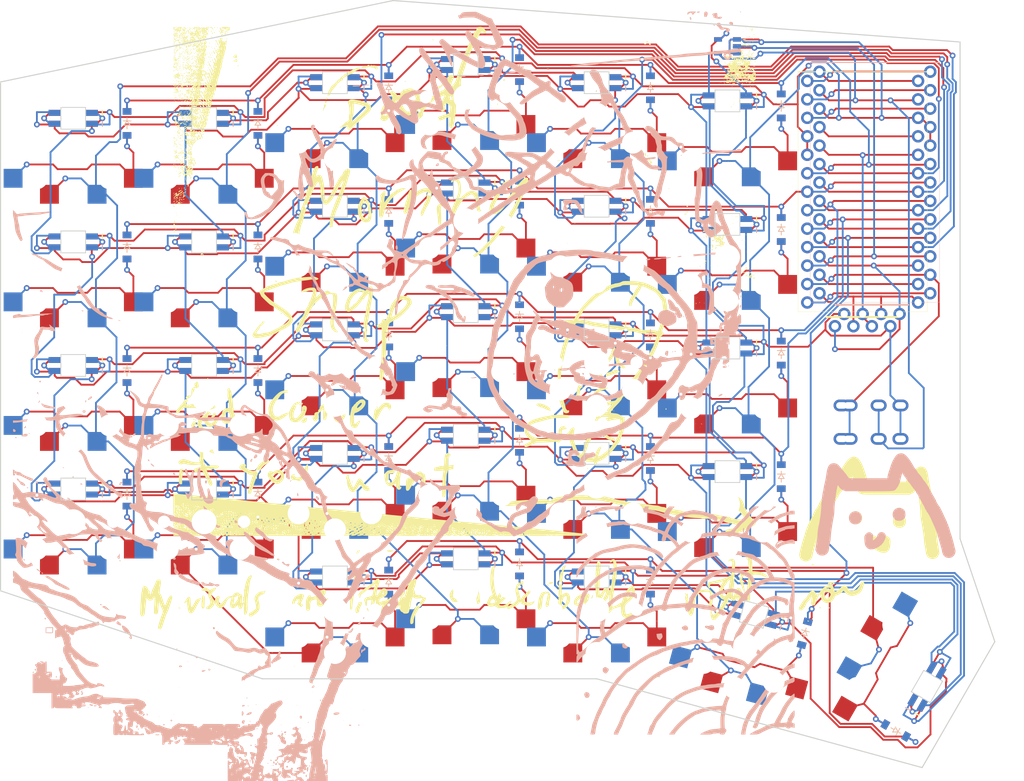
<source format=kicad_pcb>
(kicad_pcb (version 20221018) (generator pcbnew)
  (title_block (title "main_pcb") (rev "v1.0.0") (company "Unknown"))
  (layers (0 "F.Cu" signal) (31 "B.Cu" signal) (34 "B.Paste" user) (35 "F.Paste" user) (36 "B.SilkS" user "B.Silkscreen") (37 "F.SilkS" user "F.Silkscreen") (38 "B.Mask" user) (39 "F.Mask" user) (44 "Edge.Cuts" user))
  (net 0 "")
  (net 1 "COuter")
  (net 2 "outer_bottom")
  (net 3 "outer_home")
  (net 4 "outer_top")
  (net 5 "outer_num")
  (net 6 "CPinky")
  (net 7 "pinky_bottom")
  (net 8 "pinky_home")
  (net 9 "pinky_top")
  (net 10 "pinky_num")
  (net 11 "ring_mod")
  (net 12 "CRing")
  (net 13 "ring_bottom")
  (net 14 "ring_home")
  (net 15 "ring_top")
  (net 16 "ring_num")
  (net 17 "middle_mod")
  (net 18 "CMid")
  (net 19 "middle_bottom")
  (net 20 "middle_home")
  (net 21 "middle_top")
  (net 22 "middle_num")
  (net 23 "index_mod")
  (net 24 "CIndex")
  (net 25 "index_bottom")
  (net 26 "index_home")
  (net 27 "index_top")
  (net 28 "index_num")
  (net 29 "CInner")
  (net 30 "inner_bottom")
  (net 31 "inner_home")
  (net 32 "inner_top")
  (net 33 "inner_num")
  (net 34 "layer_cluster")
  (net 35 "space_cluster")
  (net 36 "RAW")
  (net 37 "GND")
  (net 38 "LED_25")
  (net 39 "LED_26")
  (net 40 "LED_27")
  (net 41 "LED_28")
  (net 42 "LED_29")
  (net 43 "LED_24")
  (net 44 "LED_23")
  (net 45 "LED_22")
  (net 46 "LED_21")
  (net 47 "LED_16")
  (net 48 "LED_17")
  (net 49 "LED_18")
  (net 50 "LED_19")
  (net 51 "LED_20")
  (net 52 "LED_15")
  (net 53 "LED_14")
  (net 54 "LED_13")
  (net 55 "LED_12")
  (net 56 "LED_11")
  (net 57 "LED_6")
  (net 58 "LED_7")
  (net 59 "LED_8")
  (net 60 "LED_9")
  (net 61 "LED_10")
  (net 62 "LED_3")
  (net 63 "LED_4")
  (net 64 "LED_2")
  (net 65 "LED_1")
  (net 66 "LED_START_5V")
  (net 67 "LED_5")
  (net 68 "RBottom")
  (net 69 "RHome")
  (net 70 "RTop")
  (net 71 "RNum")
  (net 72 "RMod")
  (net 73 "RST")
  (net 74 "3V3")
  (net 75 "P0")
  (net 76 "P1")
  (net 77 "LED_START_3V3")
  (net 78 "TRS_DATA")
  (net 79 "P9")
  (net 80 "P10")
  (net 81 "OLED_SDA")
  (net 82 "OLED_SCL")
  (net 83 "P23")
  (footprint "sk6812-mini-e" (layer "F.Cu") (at 221.999988 122.6)
    (fp_text reference "_23" hide)
    (fp_text value "SK6812-MINI-E" hide)
    (fp_line (start -1.7 -1.5) (end 1.7 -1.5) (stroke (width 0.12)) (layer "Edge.Cuts"))
    (fp_line (start -1.7 1.5) (end -1.7 -1.5) (stroke (width 0.12)) (layer "Edge.Cuts"))
    (fp_line (start 1.7 -1.5) (end 1.7 1.5) (stroke (width 0.12)) (layer "Edge.Cuts"))
    (fp_line (start 1.7 1.5) (end -1.7 1.5) (stroke (width 0.12)) (layer "Edge.Cuts"))
  )
  (footprint "sk6812-mini-e" (layer "F.Cu") (at 203.999988 137.1)
    (fp_text reference "_17" hide)
    (fp_text value "SK6812-MINI-E" hide)
    (fp_line (start -1.7 -1.5) (end 1.7 -1.5) (stroke (width 0.12)) (layer "Edge.Cuts"))
    (fp_line (start -1.7 1.5) (end -1.7 -1.5) (stroke (width 0.12)) (layer "Edge.Cuts"))
    (fp_line (start 1.7 -1.5) (end 1.7 1.5) (stroke (width 0.12)) (layer "Edge.Cuts"))
    (fp_line (start 1.7 1.5) (end -1.7 1.5) (stroke (width 0.12)) (layer "Edge.Cuts"))
  )
  (footprint "sk6812-mini-e" (layer "F.Cu") (at 243.664674 195.753334 -15)
    (fp_text reference "_28" hide)
    (fp_text value "SK6812-MINI-E" hide)
    (fp_line (start -1.7 -1.5) (end 1.7 -1.5) (stroke (width 0.12)) (layer "Edge.Cuts"))
    (fp_line (start -1.7 1.5) (end -1.7 -1.5) (stroke (width 0.12)) (layer "Edge.Cuts"))
    (fp_line (start 1.7 -1.5) (end 1.7 1.5) (stroke (width 0.12)) (layer "Edge.Cuts"))
    (fp_line (start 1.7 1.5) (end -1.7 1.5) (stroke (width 0.12)) (layer "Edge.Cuts"))
  )
  (footprint "sk6812-mini-e" (layer "F.Cu") (at 239.999988 159.1)
    (fp_text reference "_25" hide)
    (fp_text value "SK6812-MINI-E" hide)
    (fp_line (start -1.7 -1.5) (end 1.7 -1.5) (stroke (width 0.12)) (layer "Edge.Cuts"))
    (fp_line (start -1.7 1.5) (end -1.7 -1.5) (stroke (width 0.12)) (layer "Edge.Cuts"))
    (fp_line (start 1.7 -1.5) (end 1.7 1.5) (stroke (width 0.12)) (layer "Edge.Cuts"))
    (fp_line (start 1.7 1.5) (end -1.7 1.5) (stroke (width 0.12)) (layer "Edge.Cuts"))
  )
  (footprint "sk6812-mini-e" (layer "F.Cu") (at 221.999988 156.6)
    (fp_text reference "_21" hide)
    (fp_text value "SK6812-MINI-E" hide)
    (fp_line (start -1.7 -1.5) (end 1.7 -1.5) (stroke (width 0.12)) (layer "Edge.Cuts"))
    (fp_line (start -1.7 1.5) (end -1.7 -1.5) (stroke (width 0.12)) (layer "Edge.Cuts"))
    (fp_line (start 1.7 -1.5) (end 1.7 1.5) (stroke (width 0.12)) (layer "Edge.Cuts"))
    (fp_line (start 1.7 1.5) (end -1.7 1.5) (stroke (width 0.12)) (layer "Edge.Cuts"))
  )
  (footprint "PG1350" (layer "F.Cu") (at 221.999988 178.1 180)
    (fp_text reference "S20" hide)
    (fp_text value "" hide)
  )
  (footprint "PG1350" (layer "F.Cu") (at 239.999988 129.6 180)
    (fp_text reference "S27" hide)
    (fp_text value "" hide)
  )
  (footprint "sk6812-mini-e" (layer "F.Cu") (at 149.999988 127.5)
    (fp_text reference "_4" hide)
    (fp_text value "SK6812-MINI-E" hide)
    (fp_line (start -1.7 -1.5) (end 1.7 -1.5) (stroke (width 0.12)) (layer "Edge.Cuts"))
    (fp_line (start -1.7 1.5) (end -1.7 -1.5) (stroke (width 0.12)) (layer "Edge.Cuts"))
    (fp_line (start 1.7 -1.5) (end 1.7 1.5) (stroke (width 0.12)) (layer "Edge.Cuts"))
    (fp_line (start 1.7 1.5) (end -1.7 1.5) (stroke (width 0.12)) (layer "Edge.Cuts"))
  )
  (footprint "sk6812-mini-e" (layer "F.Cu") (at 221.999988 190.6)
    (fp_text reference "_19" hide)
    (fp_text value "SK6812-MINI-E" hide)
    (fp_line (start -1.7 -1.5) (end 1.7 -1.5) (stroke (width 0.12)) (layer "Edge.Cuts"))
    (fp_line (start -1.7 1.5) (end -1.7 -1.5) (stroke (width 0.12)) (layer "Edge.Cuts"))
    (fp_line (start 1.7 -1.5) (end 1.7 1.5) (stroke (width 0.12)) (layer "Edge.Cuts"))
    (fp_line (start 1.7 1.5) (end -1.7 1.5) (stroke (width 0.12)) (layer "Edge.Cuts"))
  )
  (footprint "sk6812-mini-e" (layer "F.Cu") (at 167.999988 178.5)
    (fp_text reference "_5" hide)
    (fp_text value "SK6812-MINI-E" hide)
    (fp_line (start -1.7 -1.5) (end 1.7 -1.5) (stroke (width 0.12)) (layer "Edge.Cuts"))
    (fp_line (start -1.7 1.5) (end -1.7 -1.5) (stroke (width 0.12)) (layer "Edge.Cuts"))
    (fp_line (start 1.7 -1.5) (end 1.7 1.5) (stroke (width 0.12)) (layer "Edge.Cuts"))
    (fp_line (start 1.7 1.5) (end -1.7 1.5) (stroke (width 0.12)) (layer "Edge.Cuts"))
  )
  (footprint "PG1350" (layer "F.Cu") (at 203.999988 175.6 180)
    (fp_text reference "S15" hide)
    (fp_text value "" hide)
  )
  (footprint "PG1350" (layer "F.Cu") (at 167.999988 183 180)
    (fp_text reference "S5" hide)
    (fp_text value "" hide)
  )
  (footprint "PG1350" (layer "F.Cu") (at 185.999988 161.1 180)
    (fp_text reference "S11" hide)
    (fp_text value "" hide)
  )
  (footprint "sk6812-mini-e" (layer "F.Cu") (at 149.999988 161.5)
    (fp_text reference "_2" hide)
    (fp_text value "SK6812-MINI-E" hide)
    (fp_line (start -1.7 -1.5) (end 1.7 -1.5) (stroke (width 0.12)) (layer "Edge.Cuts"))
    (fp_line (start -1.7 1.5) (end -1.7 -1.5) (stroke (width 0.12)) (layer "Edge.Cuts"))
    (fp_line (start 1.7 -1.5) (end 1.7 1.5) (stroke (width 0.12)) (layer "Edge.Cuts"))
    (fp_line (start 1.7 1.5) (end -1.7 1.5) (stroke (width 0.12)) (layer "Edge.Cuts"))
  )
  (footprint "sk6812-mini-e" (layer "F.Cu") (at 267.448831 205.660667 -120)
    (fp_text reference "_29" hide)
    (fp_text value "SK6812-MINI-E" hide)
    (fp_line (start -1.7 -1.5) (end 1.7 -1.5) (stroke (width 0.12)) (layer "Edge.Cuts"))
    (fp_line (start -1.7 1.5) (end -1.7 -1.5) (stroke (width 0.12)) (layer "Edge.Cuts"))
    (fp_line (start 1.7 -1.5) (end 1.7 1.5) (stroke (width 0.12)) (layer "Edge.Cuts"))
    (fp_line (start 1.7 1.5) (end -1.7 1.5) (stroke (width 0.12)) (layer "Edge.Cuts"))
  )
  (footprint "sk6812-mini-e" (layer "F.Cu") (at 203.999988 171.1)
    (fp_text reference "_15" hide)
    (fp_text value "SK6812-MINI-E" hide)
    (fp_line (start -1.7 -1.5) (end 1.7 -1.5) (stroke (width 0.12)) (layer "Edge.Cuts"))
    (fp_line (start -1.7 1.5) (end -1.7 -1.5) (stroke (width 0.12)) (layer "Edge.Cuts"))
    (fp_line (start 1.7 -1.5) (end 1.7 1.5) (stroke (width 0.12)) (layer "Edge.Cuts"))
    (fp_line (start 1.7 1.5) (end -1.7 1.5) (stroke (width 0.12)) (layer "Edge.Cuts"))
  )
  (footprint "sk6812-mini-e" (layer "F.Cu") (at 185.999988 156.6)
    (fp_text reference "_11" hide)
    (fp_text value "SK6812-MINI-E" hide)
    (fp_line (start -1.7 -1.5) (end 1.7 -1.5) (stroke (width 0.12)) (layer "Edge.Cuts"))
    (fp_line (start -1.7 1.5) (end -1.7 -1.5) (stroke (width 0.12)) (layer "Edge.Cuts"))
    (fp_line (start 1.7 -1.5) (end 1.7 1.5) (stroke (width 0.12)) (layer "Edge.Cuts"))
    (fp_line (start 1.7 1.5) (end -1.7 1.5) (stroke (width 0.12)) (layer "Edge.Cuts"))
  )
  (footprint "PG1350" (layer "F.Cu") (at 185.999988 195.1 180)
    (fp_text reference "S9" hide)
    (fp_text value "" hide)
  )
  (footprint "sk6812-mini-e" (layer "F.Cu") (at 239.999988 176.1)
    (fp_text reference "_24" hide)
    (fp_text value "SK6812-MINI-E" hide)
    (fp_line (start -1.7 -1.5) (end 1.7 -1.5) (stroke (width 0.12)) (layer "Edge.Cuts"))
    (fp_line (start -1.7 1.5) (end -1.7 -1.5) (stroke (width 0.12)) (layer "Edge.Cuts"))
    (fp_line (start 1.7 -1.5) (end 1.7 1.5) (stroke (width 0.12)) (layer "Edge.Cuts"))
    (fp_line (start 1.7 1.5) (end -1.7 1.5) (stroke (width 0.12)) (layer "Edge.Cuts"))
  )
  (footprint "TRRS-PJ-320A-dual" (layer "F.Cu") (at 266.999988 171.6 -90)
    (fp_text reference "TRRS1")
    (fp_text value "TRRS-PJ-320A-dual")
  )
  (footprint "v7:snap_80" (layer "F.Cu") (at 203.829998 149.93)
    (fp_text reference "G***" hide)
    (fp_text value "LOGO" hide)
  )
  (footprint "sk6812-mini-e" (layer "F.Cu") (at 185.999988 173.6)
    (fp_text reference "_10" hide)
    (fp_text value "SK6812-MINI-E" hide)
    (fp_line (start -1.7 -1.5) (end 1.7 -1.5) (stroke (width 0.12)) (layer "Edge.Cuts"))
    (fp_line (start -1.7 1.5) (end -1.7 -1.5) (stroke (width 0.12)) (layer "Edge.Cuts"))
    (fp_line (start 1.7 -1.5) (end 1.7 1.5) (stroke (width 0.12)) (layer "Edge.Cuts"))
    (fp_line (start 1.7 1.5) (end -1.7 1.5) (stroke (width 0.12)) (layer "Edge.Cuts"))
  )
  (footprint "PG1350" (layer "F.Cu") (at 203.999988 158.6 180)
    (fp_text reference "S16" hide)
    (fp_text value "" hide)
  )
  (footprint "ProMicroAX" (layer "F.Cu") (at 258.599988 137.6 -90)
    (fp_text reference "MCU-AX1" hide)
    (fp_text value "")
  )
  (footprint "PG1350" (layer "F.Cu") (at 239.999988 180.6 180)
    (fp_text reference "S24" hide)
    (fp_text value "" hide)
  )
  (footprint "PG1350" (layer "F.Cu") (at 167.999988 166 180)
    (fp_text reference "S6" hide)
    (fp_text value "" hide)
  )
  (footprint "v7:visualsText" (layer "F.Cu") (at 208.98999 192.57)
    (fp_text reference "G***" hide)
    (fp_text value "LOGO" hide)
  )
  (footprint "PG1350" (layer "F.Cu") (at 167.999988 132 180)
    (fp_text reference "S8" hide)
    (fp_text value "" hide)
  )
  (footprint "sk6812-mini-e" (layer "F.Cu") (at 185.999988 190.6)
    (fp_text reference "_9" hide)
    (fp_text value "SK6812-MINI-E" hide)
    (fp_line (start -1.7 -1.5) (end 1.7 -1.5) (stroke (width 0.12)) (layer "Edge.Cuts"))
    (fp_line (start -1.7 1.5) (end -1.7 -1.5) (stroke (width 0.12)) (layer "Edge.Cuts"))
    (fp_line (start 1.7 -1.5) (end 1.7 1.5) (stroke (width 0.12)) (layer "Edge.Cuts"))
    (fp_line (start 1.7 1.5) (end -1.7 1.5) (stroke (width 0.12)) (layer "Edge.Cuts"))
  )
  (footprint "sk6812-mini-e" (layer "F.Cu") (at 203.999988 188.1)
    (fp_text reference "_14" hide)
    (fp_text value "SK6812-MINI-E" hide)
    (fp_line (start -1.7 -1.5) (end 1.7 -1.5) (stroke (width 0.12)) (layer "Edge.Cuts"))
    (fp_line (start -1.7 1.5) (end -1.7 -1.5) (stroke (width 0.12)) (layer "Edge.Cuts"))
    (fp_line (start 1.7 -1.5) (end 1.7 1.5) (stroke (width 0.12)) (layer "Edge.Cuts"))
    (fp_line (start 1.7 1.5) (end -1.7 1.5) (stroke (width 0.12)) (layer "Edge.Cuts"))
  )
  (footprint "PG1350" (layer "F.Cu") (at 149.999988 183 180)
    (fp_text reference "S1" hide)
    (fp_text value "" hide)
  )
  (footprint "PG1350" (layer "F.Cu") (at 185.999988 178.1 180)
    (fp_text reference "S10" hide)
    (fp_text value "" hide)
  )
  (footprint "sk6812-mini-e" (layer "F.Cu") (at 221.999988 173.6)
    (fp_text reference "_20" hide)
    (fp_text value "SK6812-MINI-E" hide)
    (fp_line (start -1.7 -1.5) (end 1.7 -1.5) (stroke (width 0.12)) (layer "Edge.Cuts"))
    (fp_line (start -1.7 1.5) (end -1.7 -1.5) (stroke (width 0.12)) (layer "Edge.Cuts"))
    (fp_line (start 1.7 -1.5) (end 1.7 1.5) (stroke (width 0.12)) (layer "Edge.Cuts"))
    (fp_line (start 1.7 1.5) (end -1.7 1.5) (stroke (width 0.12)) (layer "Edge.Cuts"))
  )
  (footprint "sk6812-mini-e" (layer "F.Cu") (at 239.999988 125.1)
    (fp_text reference "_27" hide)
    (fp_text value "SK6812-MINI-E" hide)
    (fp_line (start -1.7 -1.5) (end 1.7 -1.5) (stroke (width 0.12)) (layer "Edge.Cuts"))
    (fp_line (start -1.7 1.5) (end -1.7 -1.5) (stroke (width 0.12)) (layer "Edge.Cuts"))
    (fp_line (start 1.7 -1.5) (end 1.7 1.5) (stroke (width 0.12)) (layer "Edge.Cuts"))
    (fp_line (start 1.7 1.5) (end -1.7 1.5) (stroke (width 0.12)) (layer "Edge.Cuts"))
  )
  (footprint "sk6812-mini-e" (layer "F.Cu") (at 185.999988 139.6)
    (fp_text reference "_12" hide)
    (fp_text value "SK6812-MINI-E" hide)
    (fp_line (start -1.7 -1.5) (end 1.7 -1.5) (stroke (width 0.12)) (layer "Edge.Cuts"))
    (fp_line (start -1.7 1.5) (end -1.7 -1.5) (stroke (width 0.12)) (layer "Edge.Cuts"))
    (fp_line (start 1.7 -1.5) (end 1.7 1.5) (stroke (width 0.12)) (layer "Edge.Cuts"))
    (fp_line (start 1.7 1.5) (end -1.7 1.5) (stroke (width 0.12)) (layer "Edge.Cuts"))
  )
  (footprint "sk6812-mini-e" (layer "F.Cu") (at 203.999988 120.1)
    (fp_text reference "_18" hide)
    (fp_text value "SK6812-MINI-E" hide)
    (fp_line (start -1.7 -1.5) (end 1.7 -1.5) (stroke (width 0.12)) (layer "Edge.Cuts"))
    (fp_line (start -1.7 1.5) (end -1.7 -1.5) (stroke (width 0.12)) (layer "Edge.Cuts"))
    (fp_line (start 1.7 -1.5) (end 1.7 1.5) (stroke (width 0.12)) (layer "Edge.Cuts"))
    (fp_line (start 1.7 1.5) (end -1.7 1.5) (stroke (width 0.12)) (layer "Edge.Cuts"))
  )
  (footprint "v7:cat_20" (layer "F.Cu") (at 259.559998 181.11)
    (fp_text reference "G***" hide)
    (fp_text value "LOGO" hide)
  )
  (footprint "PG1350" (layer "F.Cu") (at 185.999988 127.1 180)
    (fp_text reference "S13" hide)
    (fp_text value "" hide)
  )
  (footprint "PG1350" (layer "F.Cu") (at 185.999988 144.1 180)
    (fp_text reference "S12" hide)
    (fp_text value "" hide)
  )
  (footprint "PG1350" (layer "F.Cu") (at 242.499988 200.1 165)
    (fp_text reference "S28" hide)
    (fp_text value "" hide)
  )
  (footprint "PG1350" (layer "F.Cu") (at 149.999988 132 180)
    (fp_text reference "S4" hide)
    (fp_text value "" hide)
  )
  (footprint "74AHCT1G125" (layer "F.Cu") (at 239.999988 117.6 180)
    (fp_text reference "_30" hide)
    (fp_text value "")
  )
  (footprint "PG1350" (layer "F.Cu") (at 203.999988 141.6 180)
    (fp_text reference "S17" hide)
    (fp_text value "" hide)
  )
  (footprint "sk6812-mini-e" (layer "F.Cu") (at 203.999988 154.1)
    (fp_text reference "_16" hide)
    (fp_text value "SK6812-MINI-E" hide)
    (fp_line (start -1.7 -1.5) (end 1.7 -1.5) (stroke (width 0.12)) (layer "Edge.Cuts"))
    (fp_line (start -1.7 1.5) (end -1.7 -1.5) (stroke (width 0.12)) (layer "Edge.Cuts"))
    (fp_line (start 1.7 -1.5) (end 1.7 1.5) (stroke (width 0.12)) (layer "Edge.Cuts"))
    (fp_line (start 1.7 1.5) (end -1.7 1.5) (stroke (width 0.12)) (layer "Edge.Cuts"))
  )
  (footprint "PG1350" (layer "F.Cu") (at 221.999988 195.1 180)
    (fp_text reference "S19" hide)
    (fp_text value "" hide)
  )
  (footprint "PG1350" (layer "F.Cu") (at 221.999988 144.1 180)
    (fp_text reference "S22" hide)
    (fp_text value "" hide)
  )
  (footprint "sk6812-mini-e" (layer "F.Cu") (at 149.999988 178.5)
    (fp_text reference "_1" hide)
    (fp_text value "SK6812-MINI-E" hide)
    (fp_line (start -1.7 -1.5) (end 1.7 -1.5) (stroke (width 0.12)) (layer "Edge.Cuts"))
    (fp_line (start -1.7 1.5) (end -1.7 -1.5) (stroke (width 0.12)) (layer "Edge.Cuts"))
    (fp_line (start 1.7 -1.5) (end 1.7 1.5) (stroke (width 0.12)) (layer "Edge.Cuts"))
    (fp_line (start 1.7 1.5) (end -1.7 1.5) (stroke (width 0.12)) (layer "Edge.Cuts"))
  )
  (footprint "PG1350" (layer "F.Cu") (at 167.999988 149 180)
    (fp_text reference "S7" hide)
    (fp_text value "" hide)
  )
  (footprint "PG1350" (layer "F.Cu") (at 239.999988 163.6 180)
    (fp_text reference "S25" hide)
    (fp_text value "" hide)
  )
  (footprint "sk6812-mini-e" (layer "F.Cu") (at 167.999988 161.5)
    (fp_text reference "_6" hide)
    (fp_text value "SK6812-MINI-E" hide)
    (fp_line (start -1.7 -1.5) (end 1.7 -1.5) (stroke (width 0.12)) (layer "Edge.Cuts"))
    (fp_line (start -1.7 1.5) (end -1.7 -1.5) (stroke (width 0.12)) (layer "Edge.Cuts"))
    (fp_line (start 1.7 -1.5) (end 1.7 1.5) (stroke (width 0.12)) (layer "Edge.Cuts"))
    (fp_line (start 1.7 1.5) (end -1.7 1.5) (stroke (width 0.12)) (layer "Edge.Cuts"))
  )
  (footprint "sk6812-mini-e" (layer "F.Cu") (at 167.999988 127.5)
    (fp_text reference "_8" hide)
    (fp_text value "SK6812-MINI-E" hide)
    (fp_line (start -1.7 -1.5) (end 1.7 -1.5) (stroke (width 0.12)) (layer "Edge.Cuts"))
    (fp_line (start -1.7 1.5) (end -1.7 -1.5) (stroke (width 0.12)) (layer "Edge.Cuts"))
    (fp_line (start 1.7 -1.5) (end 1.7 1.5) (stroke (width 0.12)) (layer "Edge.Cuts"))
    (fp_line (start 1.7 1.5) (end -1.7 1.5) (stroke (width 0.12)) (layer "Edge.Cuts"))
  )
  (footprint "sk6812-mini-e" (layer "F.Cu") (at 185.999988 122.6)
    (fp_text reference "_13" hide)
    (fp_text value "SK6812-MINI-E" hide)
    (fp_line (start -1.7 -1.5) (end 1.7 -1.5) (stroke (width 0.12)) (layer "Edge.Cuts"))
    (fp_line (start -1.7 1.5) (end -1.7 -1.5) (stroke (width 0.12)) (layer "Edge.Cuts"))
    (fp_line (start 1.7 -1.5) (end 1.7 1.5) (stroke (width 0.12)) (layer "Edge.Cuts"))
    (fp_line (start 1.7 1.5) (end -1.7 1.5) (stroke (width 0.12)) (layer "Edge.Cuts"))
  )
  (footprint "sk6812-mini-e" (layer "F.Cu") (at 221.999988 139.6)
    (fp_text reference "_22" hide)
    (fp_text value "SK6812-MINI-E" hide)
    (fp_line (start -1.7 -1.5) (end 1.7 -1.5) (stroke (width 0.12)) (layer "Edge.Cuts"))
    (fp_line (start -1.7 1.5) (end -1.7 -1.5) (stroke (width 0.12)) (layer "Edge.Cuts"))
    (fp_line (start 1.7 -1.5) (end 1.7 1.5) (stroke (width 0.12)) (layer "Edge.Cuts"))
    (fp_line (start 1.7 1.5) (end -1.7 1.5) (stroke (width 0.12)) (layer "Edge.Cuts"))
  )
  (footprint "PG1350" (layer "F.Cu") (at 221.999988 161.1 180)
    (fp_text reference "S21" hide)
    (fp_text value "" hide)
  )
  (footprint "PG1350" (layer "F.Cu") (at 149.999988 166 180)
    (fp_text reference "S2" hide)
    (fp_text value "" hide)
  )
  (footprint "OLED" (layer "F.Cu") (at 258.599988 156.1)
    (fp_text reference "OLED1" hide)
    (fp_text value "OLED")
  )
  (footprint "sk6812-mini-e" (layer "F.Cu") (at 167.999988 144.5)
    (fp_text reference "_7" hide)
    (fp_text value "SK6812-MINI-E" hide)
    (fp_line (start -1.7 -1.5) (end 1.7 -1.5) (stroke (width 0.12)) (layer "Edge.Cuts"))
    (fp_line (start -1.7 1.5) (end -1.7 -1.5) (stroke (width 0.12)) (layer "Edge.Cuts"))
    (fp_line (start 1.7 -1.5) (end 1.7 1.5) (stroke (width 0.12)) (layer "Edge.Cuts"))
    (fp_line (start 1.7 1.5) (end -1.7 1.5) (stroke (width 0.12)) (layer "Edge.Cuts"))
  )
  (footprint "sk6812-mini-e" (layer "F.Cu") (at 149.999988 144.5)
    (fp_text reference "_3" hide)
    (fp_text value "SK6812-MINI-E" hide)
    (fp_line (start -1.7 -1.5) (end 1.7 -1.5) (stroke (width 0.12)) (layer "Edge.Cuts"))
    (fp_line (start -1.7 1.5) (end -1.7 -1.5) (stroke (width 0.12)) (layer "Edge.Cuts"))
    (fp_line (start 1.7 -1.5) (end 1.7 1.5) (stroke (width 0.12)) (layer "Edge.Cuts"))
    (fp_line (start 1.7 1.5) (end -1.7 1.5) (stroke (width 0.12)) (layer "Edge.Cuts"))
  )
  (footprint "PG1350" (layer "F.Cu") (at 203.999988 124.6 180)
    (fp_text reference "S18" hide)
    (fp_text value "" hide)
  )
  (footprint "sk6812-mini-e" (layer "F.Cu") (at 239.999988 142.1)
    (fp_text reference "_26" hide)
    (fp_text value "SK6812-MINI-E" hide)
    (fp_line (start -1.7 -1.5) (end 1.7 -1.5) (stroke (width 0.12)) (layer "Edge.Cuts"))
    (fp_line (start -1.7 1.5) (end -1.7 -1.5) (stroke (width 0.12)) (layer "Edge.Cuts"))
    (fp_line (start 1.7 -1.5) (end 1.7 1.5) (stroke (width 0.12)) (layer "Edge.Cuts"))
    (fp_line (start 1.7 1.5) (end -1.7 1.5) (stroke (width 0.12)) (layer "Edge.Cuts"))
  )
  (footprint "PG1350" (layer "F.Cu") (at 149.999988 149 180)
    (fp_text reference "S3" hide)
    (fp_text value "" hide)
  )
  (footprint "PG1350" (layer "F.Cu") (at 239.999988 146.6 180)
    (fp_text reference "S26" hide)
    (fp_text value "" hide)
  )
  (footprint "PG1350" (layer "F.Cu") (at 203.999988 192.6 180)
    (fp_text reference "S14" hide)
    (fp_text value "" hide)
  )
  (footprint "PG1350" (layer "F.Cu") (at 263.551716 203.410667 60)
    (fp_text reference "S29" hide)
    (fp_text value "" hide)
  )
  (footprint "PG1350" (layer "F.Cu") (at 221.999988 127.1 180)
    (fp_text reference "S23" hide)
    (fp_text value "" hide)
  )
  (footprint "v7:plantjohnny_100" (layer "F.Cu") (at 191.791414 165.76)
    (fp_text reference " " hide)
    (fp_text value "LOGO" hide)
  )
  (footprint "ComboDiode" (layer "B.Cu") (at 193.399988 140.3 -90)
    (fp_text reference "D12" hide)
    (fp_text value "")
  )
  (footprint "ComboDiode" (layer "B.Cu") (at 193.399988 123.3 -90)
    (fp_text reference "D13" hide)
    (fp_text value "")
  )
  (footprint "OLED" (layer "B.Cu") (at 259.869988 154.42)
    (fp_text reference "OLED2" hide)
    (fp_text value "OLED")
  )
  (footprint "ComboDiode" (layer "B.Cu") (at 247.399988 176.8 -90)
    (fp_text reference "D24" hide)
    (fp_text value "")
  )
  (footprint "ComboDiode" (layer "B.Cu") (at 157.399988 145.2 -90)
    (fp_text reference "D3" hide)
    (fp_text value "")
  )
  (footprint "ComboDiode" (layer "B.Cu") (at 229.399988 174.3 -90)
    (fp_text reference "D20" hide)
    (fp_text value "")
  )
  (footprint "v7:rainbow_30" (layer "B.Cu") (at 234.231406 196.59 180)
    (fp_text reference "G***" hide)
    (fp_text value "LOGO" hide)
  )
  (footprint "ComboDiode" (layer "B.Cu") (at 157.399988 162.2 -90)
    (fp_text reference "D2" hide)
    (fp_text value "")
  )
  (footprint "ComboDiode" (layer "B.Cu") (at 193.399988 174.3 -90)
    (fp_text reference "D10" hide)
    (fp_text value "")
  )
  (footprint "ComboDiode" (layer "B.Cu") (at 193.399988 157.3 -90)
    (fp_text reference "D11" hide)
    (fp_text value "")
  )
  (footprint "ComboDiode" (layer "B.Cu") (at 157.399988 128.2 -90)
    (fp_text reference "D4" hide)
    (fp_text value "")
  )
  (footprint "ComboDiode" (layer "B.Cu") (at 211.399988 188.8 -90)
    (fp_text reference "D14" hide)
    (fp_text value "")
  )
  (footprint "ComboDiode" (layer "B.Cu") (at 211.399988 120.8 -90)
    (fp_text reference "D18" hide)
    (fp_text value "")
  )
  (footprint "ComboDiode" (layer "B.Cu") (at 247.399988 159.8 -90)
    (fp_text reference "D25" hide)
    (fp_text value "")
  )
  (footprint "ComboDiode" (layer "B.Cu") (at 175.399988 145.2 -90)
    (fp_text reference "D7" hide)
    (fp_text value "")
  )
  (footprint "ComboDiode" (layer "B.Cu") (at 229.399988 140.3 -90)
    (fp_text reference "D22" hide)
    (fp_text value "")
  )
  (footprint "ComboDiode" (layer "B.Cu") (at 175.399988 179.2 -90)
    (fp_text reference "D5" hide)
    (fp_text value "")
  )
  (footprint "v7:cat_20" (layer "B.Cu") (at 261.691408 180.64 180)
    (fp_text reference "G***" hide)
    (fp_text value "LOGO" hide)
  )
  (footprint "ComboDiode" (layer "B.Cu") (at 247.399988 142.8 -90)
    (fp_text reference "D26" hide)
    (fp_text value "")
  )
  (footprint "ComboDiode" (layer "B.Cu") (at 211.399988 171.8 -90)
    (fp_text reference "D15" hide)
    (fp_text value "")
  )
  (footprint "ComboDiode" (layer "B.Cu") (at 175.399988 128.2 -90)
    (fp_text reference "D8" hide)
    (fp_text value "")
  )
  (footprint "ComboDiode" (layer "B.Cu") (at 157.399988 179.2 -90)
    (fp_text reference "D1" hide)
    (fp_text value "")
  )
  (footprint "ComboDiode" (layer "B.Cu") (at 193.399988 191.3 -90)
    (fp_text reference "D9" hide)
    (fp_text value "")
  )
  (footprint "ComboDiode" (layer "B.Cu") (at 263.142613 211.719255 150)
    (fp_text reference "D29" hide)
    (fp_text value "")
  )
  (footprint "ComboDiode" (layer "B.Cu") (at 229.399988 123.3 -90)
    (fp_text reference "D23" hide)
    (fp_text value "")
  )
  (footprint "ComboDiode" (layer "B.Cu") (at 175.399988 162.2 -90)
    (fp_text reference "D6" hide)
    (fp_text value "")
  )
  (footprint "ProMicroAX" (layer "B.Cu") (at 260.279988 136.33 -90)
    (fp_text reference "MCU-AX2" hide)
    (fp_text value "")
  )
  (footprint "ComboDiode" (layer "B.Cu") (at 211.399988 154.8 -90)
    (fp_text reference "D16" hide)
    (fp_text value "")
  )
  (footprint "ComboDiode" (layer "B.Cu") (at 211.399988 137.8 -90)
    (fp_text reference "D17" hide)
    (fp_text value "")
  )
  (footprint "ComboDiode" (layer "B.Cu") (at 229.399988 157.3 -90)
    (fp_text reference "D21" hide)
    (fp_text value "")
  )
  (footprint "ComboDiode" (layer "B.Cu") (at 229.399988 191.3 -90)
    (fp_text reference "D19" hide)
    (fp_text value "")
  )
  (footprint "ComboDiode" (layer "B.Cu") (at 247.399988 125.8 -90)
    (fp_text reference "D27" hide)
    (fp_text value "")
  )
  (footprint "ComboDiode" (layer "B.Cu") (at 250.631352 198.344743 -105)
    (fp_text reference "D28" hide)
    (fp_text value "")
  )
  (gr_line (start 139.999988 192.5) (end 139.999988 122.5) (stroke (width 0.15)) (layer "Edge.Cuts"))
  (gr_line (start 175.999988 204.6) (end 139.999988 192.5) (stroke (width 0.15)) (layer "Edge.Cuts"))
  (gr_line (start 221.999988 204.6) (end 175.999988 204.6) (stroke (width 0.15)) (layer "Edge.Cuts"))
  (gr_line (start 271.99999 117) (end 271.99999 185.35) (stroke (width 0.15)) (layer "Edge.Cuts"))
  (gr_line (start 193.999988 111.3) (end 271.99999 117) (stroke (width 0.15)) (layer "Edge.Cuts"))
  (gr_line (start 271.99999 185.35) (end 276.778958 199.500413) (stroke (width 0.15)) (layer "Edge.Cuts"))
  (gr_line (start 266.778958 216.820921) (end 221.999988 204.6) (stroke (width 0.15)) (layer "Edge.Cuts"))
  (gr_line (start 276.778958 199.500413) (end 266.778958 216.820921) (stroke (width 0.15)) (layer "Edge.Cuts"))
  (gr_line (start 139.999988 122.5) (end 193.999988 111.3) (stroke (width 0.15)) (layer "Edge.Cuts"))
  (segment (start 211.539481 114.855) (end 191.913287 114.855) (width 0.25) (layer "F.Cu") (net 1))
  (segment (start 146.719988 137.95) (end 148.909988 135.77) (width 0.25) (layer "F.Cu") (net 1))
  (segment (start 146.719988 154.95) (end 148.909988 152.77) (width 0.25) (layer "F.Cu") (net 1))
  (segment (start 248.755927 117.631269) (end 245.993592 120.393604) (width 0.25) (layer "F.Cu") (net 1))
  (segment (start 178.193592 119.25) (end 174.343592 123.1) (width 0.25) (layer "F.Cu") (net 1))
  (segment (start 146.719988 188.95) (end 148.909988 186.77) (width 0.25) (layer "F.Cu") (net 1))
  (segment (start 191.913287 114.855) (end 187.518287 119.25) (width 0.25) (layer "F.Cu") (net 1))
  (segment (start 270.969988 118.87) (end 270.214988 118.115) (width 0.25) (layer "F.Cu") (net 1))
  (segment (start 262.255877 117.631269) (end 248.755927 117.631269) (width 0.25) (layer "F.Cu") (net 1))
  (segment (start 146.719988 171.95) (end 148.909988 169.77) (width 0.25) (layer "F.Cu") (net 1))
  (segment (start 233.214481 120.393604) (end 230.160877 117.34) (width 0.25) (layer "F.Cu") (net 1))
  (segment (start 253.929988 145.22) (end 266.219988 145.22) (width 0.25) (layer "F.Cu") (net 1))
  (segment (start 174.343592 123.1) (end 156.469988 123.1) (width 0.25) (layer "F.Cu") (net 1))
  (segment (start 252.659988 143.95) (end 253.929988 145.22) (width 0.25) (layer "F.Cu") (net 1))
  (segment (start 214.024481 117.34) (end 211.539481 114.855) (width 0.25) (layer "F.Cu") (net 1))
  (segment (start 230.160877 117.34) (end 214.024481 117.34) (width 0.25) (layer "F.Cu") (net 1))
  (segment (start 262.739608 118.115) (end 262.255877 117.631269) (width 0.25) (layer "F.Cu") (net 1))
  (segment (start 270.214988 118.115) (end 262.739608 118.115) (width 0.25) (layer "F.Cu") (net 1))
  (segment (start 245.993592 120.393604) (end 233.214481 120.393604) (width 0.25) (layer "F.Cu") (net 1))
  (segment (start 187.518287 119.25) (end 178.193592 119.25) (width 0.25) (layer "F.Cu") (net 1))
  (via (at 148.909988 186.77) (size 0.8) (drill 0.4) (layers "F.Cu" "B.Cu") (net 1))
  (via (at 148.909988 135.77) (size 0.8) (drill 0.4) (layers "F.Cu" "B.Cu") (net 1))
  (via (at 148.909988 152.77) (size 0.8) (drill 0.4) (layers "F.Cu" "B.Cu") (net 1))
  (via (at 148.909988 169.77) (size 0.8) (drill 0.4) (layers "F.Cu" "B.Cu") (net 1))
  (via (at 156.469988 123.1) (size 0.8) (drill 0.4) (layers "F.Cu" "B.Cu") (net 1))
  (via (at 270.969988 118.87) (size 0.8) (drill 0.4) (layers "F.Cu" "B.Cu") (net 1))
  (segment (start 271.149488 142.362201) (end 271.149488 124.184328) (width 0.25) (layer "B.Cu") (net 1))
  (segment (start 271.424488 123.909328) (end 271.424488 122.516403) (width 0.25) (layer "B.Cu") (net 1))
  (segment (start 153.124988 149.641316) (end 153.124988 154.8) (width 0.25) (layer "B.Cu") (net 1))
  (segment (start 153.124988 166.641316) (end 153.124988 171.8) (width 0.25) (layer "B.Cu") (net 1))
  (segment (start 158.324988 183.075) (end 156.524988 184.875) (width 0.25) (layer "B.Cu") (net 1))
  (segment (start 148.909988 169.77) (end 151.089988 169.77) (width 0.25) (layer "B.Cu") (net 1))
  (segment (start 155.94999 163.816314) (end 153.124988 166.641316) (width 0.25) (layer "B.Cu") (net 1))
  (segment (start 156.524988 184.875) (end 154.223338 184.875) (width 0.25) (layer "B.Cu") (net 1))
  (segment (start 156.469988 130.311884) (end 156.469988 123.1) (width 0.25) (layer "B.Cu") (net 1))
  (segment (start 151.089988 169.77) (end 153.279988 171.97) (width 0.25) (layer "B.Cu") (net 1))
  (segment (start 151.089988 186.77) (end 153.279988 188.97) (width 0.25) (layer "B.Cu") (net 1))
  (segment (start 156.03999 146.726314) (end 153.124988 149.641316) (width 0.25) (layer "B.Cu") (net 1))
  (segment (start 271.149488 124.184328) (end 271.424488 123.909328) (width 0.25) (layer "B.Cu") (net 1))
  (segment (start 148.909988 135.77) (end 151.089988 135.77) (width 0.25) (layer "B.Cu") (net 1))
  (segment (start 153.124988 171.8) (end 153.274988 171.95) (width 0.25) (layer "B.Cu") (net 1))
  (segment (start 154.992204 130.7741) (end 156.007772 130.7741) (width 0.25) (layer "B.Cu") (net 1))
  (segment (start 148.909988 186.77) (end 151.089988 186.77) (width 0.25) (layer "B.Cu") (net 1))
  (segment (start 151.089988 152.77) (end 153.279988 154.97) (width 0.25) (layer "B.Cu") (net 1))
  (segment (start 153.274988 137.95) (end 153.124988 137.8) (width 0.25) (layer "B.Cu") (net 1))
  (segment (start 153.124988 188.8) (end 153.274988 188.95) (width 0.25) (layer "B.Cu") (net 1))
  (segment (start 154.48999 137.95) (end 156.03999 139.5) (width 0.25) (layer "B.Cu") (net 1))
  (segment (start 158.324988 175.45) (end 158.324988 183.075) (width 0.25) (layer "B.Cu") (net 1))
  (segment (start 153.124988 137.8) (end 153.124988 132.641316) (width 0.25) (layer "B.Cu") (net 1))
  (segment (start 153.124988 132.641316) (end 154.992204 130.7741) (width 0.25) (layer "B.Cu") (net 1))
  (segment (start 153.124988 154.8) (end 153.274988 154.95) (width 0.25) (layer "B.Cu") (net 1))
  (segment (start 154.824988 171.95) (end 158.324988 175.45) (width 0.25) (layer "B.Cu") (net 1))
  (segment (start 270.969988 122.061903) (end 270.969988 118.87) (width 0.25) (layer "B.Cu") (net 1))
  (segment (start 155.94999 157.625002) (end 155.94999 163.816314) (width 0.25) (layer "B.Cu") (net 1))
  (segment (start 156.007772 130.7741) (end 156.469988 130.311884) (width 0.25) (layer "B.Cu") (net 1))
  (segment (start 268.291689 145.22) (end 271.149488 142.362201) (width 0.25) (layer "B.Cu") (net 1))
  (segment (start 156.03999 139.5) (end 156.03999 146.726314) (width 0.25) (layer "B.Cu") (net 1))
  (segment (start 148.909988 152.77) (end 151.089988 152.77) (width 0.25) (layer "B.Cu") (net 1))
  (segment (start 153.274988 137.95) (end 154.48999 137.95) (width 0.25) (layer "B.Cu") (net 1))
  (segment (start 153.274988 154.95) (end 155.94999 157.625002) (width 0.25) (layer "B.Cu") (net 1))
  (segment (start 151.089988 135.77) (end 153.279988 137.97) (width 0.25) (layer "B.Cu") (net 1))
  (segment (start 153.124988 185.97335) (end 153.124988 188.8) (width 0.25) (layer "B.Cu") (net 1))
  (segment (start 153.274988 171.95) (end 154.824988 171.95) (width 0.25) (layer "B.Cu") (net 1))
  (segment (start 154.223338 184.875) (end 153.124988 185.97335) (width 0.25) (layer "B.Cu") (net 1))
  (segment (start 266.219988 145.22) (end 268.291689 145.22) (width 0.25) (layer "B.Cu") (net 1))
  (segment (start 271.424488 122.516403) (end 270.969988 122.061903) (width 0.25) (layer "B.Cu") (net 1))
  (segment (start 151.919988 185.5) (end 152.539988 184.85) (width 0.25) (layer "F.Cu") (net 2))
  (segment (start 143.599988 184.85) (end 147.219988 184.85) (width 0.25) (layer "F.Cu") (net 2))
  (segment (start 157.399988 182.35) (end 158.274988 183.225) (width 0.25) (layer "F.Cu") (net 2))
  (segment (start 152.539988 184.85) (end 156.399988 184.85) (width 0.25) (layer "F.Cu") (net 2))
  (segment (start 147.219988 184.85) (end 147.849988 185.5) (width 0.25) (layer "F.Cu") (net 2))
  (segment (start 158.274988 183.225) (end 158.274988 186.75) (width 0.25) (layer "F.Cu") (net 2))
  (segment (start 157.399988 182.35) (end 157.399988 180.85) (width 0.25) (layer "F.Cu") (net 2))
  (segment (start 156.399988 184.85) (end 158.279988 186.75) (width 0.25) (layer "F.Cu") (net 2))
  (segment (start 147.849988 185.5) (end 151.919988 185.5) (width 0.25) (layer "F.Cu") (net 2))
  (via (at 143.599988 184.85) (size 0.8) (drill 0.4) (layers "F.Cu" "B.Cu") (net 2))
  (via (at 157.399988 182.35) (size 0.8) (drill 0.4) (layers "F.Cu" "B.Cu") (net 2))
  (segment (start 141.719988 186.75) (end 143.599988 184.85) (width 0.25) (layer "B.Cu") (net 2))
  (segment (start 157.399988 182.35) (end 157.399988 180.85) (width 0.25) (layer "B.Cu") (net 2))
  (segment (start 151.919988 168.5) (end 152.539988 167.85) (width 0.25) (layer "F.Cu") (net 3))
  (segment (start 157.399988 165.35) (end 157.399988 163.85) (width 0.25) (layer "F.Cu") (net 3))
  (segment (start 156.399988 167.85) (end 158.279988 169.75) (width 0.25) (layer "F.Cu") (net 3))
  (segment (start 158.274988 166.225) (end 158.274988 169.75) (width 0.25) (layer "F.Cu") (net 3))
  (segment (start 147.849988 168.5) (end 151.919988 168.5) (width 0.25) (layer "F.Cu") (net 3))
  (segment (start 147.219988 167.85) (end 147.849988 168.5) (width 0.25) (layer "F.Cu") (net 3))
  (segment (start 157.399988 165.35) (end 158.274988 166.225) (width 0.25) (layer "F.Cu") (net 3))
  (segment (start 143.599988 167.85) (end 147.219988 167.85) (width 0.25) (layer "F.Cu") (net 3))
  (segment (start 152.539988 167.85) (end 156.399988 167.85) (width 0.25) (layer "F.Cu") (net 3))
  (via (at 157.399988 165.35) (size 0.8) (drill 0.4) (layers "F.Cu" "B.Cu") (net 3))
  (via (at 143.599988 167.85) (size 0.8) (drill 0.4) (layers "F.Cu" "B.Cu") (net 3))
  (segment (start 157.399988 165.35) (end 157.399988 163.85) (width 0.25) (layer "B.Cu") (net 3))
  (segment (start 141.719988 169.75) (end 143.599988 167.85) (width 0.25) (layer "B.Cu") (net 3))
  (segment (start 157.399988 148.35) (end 157.399988 146.85) (width 0.25) (layer "F.Cu") (net 4))
  (segment (start 156.399988 150.85) (end 158.279988 152.75) (width 0.25) (layer "F.Cu") (net 4))
  (segment (start 157.399988 148.35) (end 158.274988 149.225) (width 0.25) (layer "F.Cu") (net 4))
  (segment (start 147.219988 150.85) (end 147.849988 151.5) (width 0.25) (layer "F.Cu") (net 4))
  (segment (start 152.539988 150.85) (end 156.399988 150.85) (width 0.25) (layer "F.Cu") (net 4))
  (segment (start 151.919988 151.5) (end 152.539988 150.85) (width 0.25) (layer "F.Cu") (net 4))
  (segment (start 147.849988 151.5) (end 151.919988 151.5) (width 0.25) (layer "F.Cu") (net 4))
  (segment (start 158.274988 149.225) (end 158.274988 152.75) (width 0.25) (layer "F.Cu") (net 4))
  (segment (start 143.599988 150.85) (end 147.219988 150.85) (width 0.25) (layer "F.Cu") (net 4))
  (via (at 143.599988 150.85) (size 0.8) (drill 0.4) (layers "F.Cu" "B.Cu") (net 4))
  (via (at 157.399988 148.35) (size 0.8) (drill 0.4) (layers "F.Cu" "B.Cu") (net 4))
  (segment (start 141.719988 152.75) (end 143.599988 150.85) (width 0.25) (layer "B.Cu") (net 4))
  (segment (start 157.399988 148.35) (end 157.399988 146.85) (width 0.25) (layer "B.Cu") (net 4))
  (segment (start 143.599988 133.85) (end 147.219988 133.85) (width 0.25) (layer "F.Cu") (net 5))
  (segment (start 156.399988 133.85) (end 158.279988 135.75) (width 0.25) (layer "F.Cu") (net 5))
  (segment (start 152.539988 133.85) (end 156.399988 133.85) (width 0.25) (layer "F.Cu") (net 5))
  (segment (start 157.399988 131.35) (end 157.399988 129.85) (width 0.25) (layer "F.Cu") (net 5))
  (segment (start 147.219988 133.85) (end 147.849988 134.5) (width 0.25) (layer "F.Cu") (net 5))
  (segment (start 158.274988 132.225) (end 158.274988 135.75) (width 0.25) (layer "F.Cu") (net 5))
  (segment (start 151.919988 134.5) (end 152.539988 133.85) (width 0.25) (layer "F.Cu") (net 5))
  (segment (start 157.399988 131.35) (end 158.274988 132.225) (width 0.25) (layer "F.Cu") (net 5))
  (segment (start 147.849988 134.5) (end 151.919988 134.5) (width 0.25) (layer "F.Cu") (net 5))
  (via (at 157.399988 131.35) (size 0.8) (drill 0.4) (layers "F.Cu" "B.Cu") (net 5))
  (via (at 143.599988 133.85) (size 0.8) (drill 0.4) (layers "F.Cu" "B.Cu") (net 5))
  (segment (start 141.719988 135.75) (end 143.599988 133.85) (width 0.25) (layer "B.Cu") (net 5))
  (segment (start 157.399988 131.35) (end 157.399988 129.85) (width 0.25) (layer "B.Cu") (net 5))
  (segment (start 187.704683 119.7) (end 178.379988 119.7) (width 0.25) (layer "F.Cu") (net 6))
  (segment (start 246.173592 120.85) (end 233.034481 120.85) (width 0.25) (layer "F.Cu") (net 6))
  (segment (start 252.659988 141.41) (end 253.929988 142.68) (width 0.25) (layer "F.Cu") (net 6))
  (segment (start 270.234488 120.080405) (end 270.234488 119.076499) (width 0.25) (layer "F.Cu") (net 6))
  (segment (start 164.719988 171.95) (end 166.909988 169.77) (width 0.25) (layer "F.Cu") (net 6))
  (segment (start 164.719988 137.95) (end 166.909988 135.77) (width 0.25) (layer "F.Cu") (net 6))
  (segment (start 229.974481 117.79) (end 213.838085 117.79) (width 0.25) (layer "F.Cu") (net 6))
  (segment (start 269.722989 118.565) (end 262.553212 118.565) (width 0.25) (layer "F.Cu") (net 6))
  (segment (start 182.719988 201.05) (end 184.909988 198.87) (width 0.25) (layer "F.Cu") (net 6))
  (segment (start 178.379988 119.7) (end 174.059988 124.02) (width 0.25) (layer "F.Cu") (net 6))
  (segment (start 213.838085 117.79) (end 211.353085 115.305) (width 0.25) (layer "F.Cu") (net 6))
  (segment (start 176.824988 201.05) (end 182.724988 201.05) (width 0.25) (layer "F.Cu") (net 6))
  (segment (start 262.553212 118.565) (end 262.069481 118.081269) (width 0.25) (layer "F.Cu") (net 6))
  (segment (start 192.099683 115.305) (end 187.704683 119.7) (width 0.25) (layer "F.Cu") (net 6))
  (segment (start 233.034481 120.85) (end 229.974481 117.79) (width 0.25) (layer "F.Cu") (net 6))
  (segment (start 164.724988 188.95) (end 176.824988 201.05) (width 0.25) (layer "F.Cu") (net 6))
  (segment (start 253.929988 142.68) (end 266.219988 142.68) (width 0.25) (layer "F.Cu") (net 6))
  (segment (start 262.069481 118.081269) (end 248.942323 118.081269) (width 0.25) (layer "F.Cu") (net 6))
  (segment (start 270.234488 119.076499) (end 269.722989 118.565) (width 0.25) (layer "F.Cu") (net 6))
  (segment (start 211.353085 115.305) (end 192.099683 115.305) (width 0.25) (layer "F.Cu") (net 6))
  (segment (start 248.942323 118.081269) (end 246.173592 120.85) (width 0.25) (layer "F.Cu") (net 6))
  (segment (start 164.719988 154.95) (end 166.909988 152.77) (width 0.25) (layer "F.Cu") (net 6))
  (segment (start 164.719988 188.95) (end 166.909988 186.77) (width 0.25) (layer "F.Cu") (net 6))
  (via (at 166.909988 135.77) (size 0.8) (drill 0.4) (layers "F.Cu" "B.Cu") (net 6))
  (via (at 166.909988 152.77) (size 0.8) (drill 0.4) (layers "F.Cu" "B.Cu") (net 6))
  (via (at 184.909988 198.87) (size 0.8) (drill 0.4) (layers "F.Cu" "B.Cu") (net 6))
  (via (at 166.909988 186.77) (size 0.8) (drill 0.4) (layers "F.Cu" "B.Cu") (net 6))
  (via (at 166.909988 169.77) (size 0.8) (drill 0.4) (layers "F.Cu" "B.Cu") (net 6))
  (via (at 270.234488 120.080405) (size 0.8) (drill 0.4) (layers "F.Cu" "B.Cu") (net 6))
  (via (at 174.059988 124.02) (size 0.8) (drill 0.4) (layers "F.Cu" "B.Cu") (net 6))
  (segment (start 270.974488 122.702799) (end 270.234488 121.962799) (width 0.25) (layer "B.Cu") (net 6))
  (segment (start 166.909988 152.77) (end 169.089988 152.77) (width 0.25) (layer "B.Cu") (net 6))
  (segment (start 171.274988 171.95) (end 173.724988 174.4) (width 0.25) (layer "B.Cu") (net 6))
  (segment (start 173.724988 147.041316) (end 171.124988 149.641316) (width 0.25) (layer "B.Cu") (net 6))
  (segment (start 171.124988 154.8) (end 171.274988 154.95) (width 0.25) (layer "B.Cu") (net 6))
  (segment (start 270.699488 140.272201) (end 270.699488 123.997932) (width 0.25) (layer "B.Cu") (net 6))
  (segment (start 169.089988 135.77) (end 171.279988 137.97) (width 0.25) (layer "B.Cu") (net 6))
  (segment (start 174.059988 129.49) (end 171.124988 132.425) (width 0.25) (layer "B.Cu") (net 6))
  (segment (start 173.724988 181.041316) (end 171.124988 183.641316) (width 0.25) (layer "B.Cu") (net 6))
  (segment (start 187.089988 198.87) (end 189.279988 201.07) (width 0.25) (layer "B.Cu") (net 6))
  (segment (start 171.124988 166.641316) (end 171.124988 171.8) (width 0.25) (layer "B.Cu") (net 6))
  (segment (start 184.909988 198.87) (end 187.089988 198.87) (width 0.25) (layer "B.Cu") (net 6))
  (segment (start 266.219988 142.68) (end 268.291689 142.68) (width 0.25) (layer "B.Cu") (net 6))
  (segment (start 268.291689 142.68) (end 270.699488 140.272201) (width 0.25) (layer "B.Cu") (net 6))
  (segment (start 171.124988 132.425) (end 171.124988 137.8) (width 0.25) (layer "B.Cu") (net 6))
  (segment (start 173.724988 174.4) (end 173.724988 181.041316) (width 0.25) (layer "B.Cu") (net 6))
  (segment (start 171.274988 154.95) (end 173.724988 157.4) (width 0.25) (layer "B.Cu") (net 6))
  (segment (start 270.699488 123.997932) (end 270.974488 123.722932) (width 0.25) (layer "B.Cu") (net 6))
  (segment (start 173.724988 140.4) (end 173.724988 147.041316) (width 0.25) (layer "B.Cu") (net 6))
  (segment (start 171.124988 183.641316) (end 171.124988 188.8) (width 0.25) (layer "B.Cu") (net 6))
  (segment (start 270.234488 121.962799) (end 270.234488 120.080405) (width 0.25) (layer "B.Cu") (net 6))
  (segment (start 166.909988 169.77) (end 169.089988 169.77) (width 0.25) (layer "B.Cu") (net 6))
  (segment (start 171.124988 149.641316) (end 171.124988 154.8) (width 0.25) (layer "B.Cu") (net 6))
  (segment (start 166.909988 186.77) (end 169.089988 186.77) (width 0.25) (layer "B.Cu") (net 6))
  (segment (start 166.909988 135.77) (end 169.089988 135.77) (width 0.25) (layer "B.Cu") (net 6))
  (segment (start 173.724988 164.041316) (end 171.124988 166.641316) (width 0.25) (layer "B.Cu") (net 6))
  (segment (start 174.059988 124.02) (end 174.059988 129.49) (width 0.25) (layer "B.Cu") (net 6))
  (segment (start 169.089988 152.77) (end 171.279988 154.97) (width 0.25) (layer "B.Cu") (net 6))
  (segment (start 169.089988 169.77) (end 171.279988 171.97) (width 0.25) (layer "B.Cu") (net 6))
  (segment (start 171.124988 137.8) (end 171.274988 137.95) (width 0.25) (layer "B.Cu") (net 6))
  (segment (start 270.974488 123.722932) (end 270.974488 122.702799) (width 0.25) (layer "B.Cu") (net 6))
  (segment (start 169.089988 186.77) (end 171.279988 188.97) (width 0.25) (layer "B.Cu") (net 6))
  (segment (start 171.124988 188.8) (end 171.274988 188.95) (width 0.25) (layer "B.Cu") (net 6))
  (segment (start 171.124988 171.8) (end 171.274988 171.95) (width 0.25) (layer "B.Cu") (net 6))
  (segment (start 173.724988 157.4) (end 173.724988 164.041316) (width 0.25) (layer "B.Cu") (net 6))
  (segment (start 171.274988 137.95) (end 173.724988 140.4) (width 0.25) (layer "B.Cu") (net 6))
  (segment (start 174.399988 184.85) (end 176.279988 186.75) (width 0.25) (layer "F.Cu") (net 7))
  (segment (start 170.539988 184.85) (end 174.399988 184.85) (width 0.25) (layer "F.Cu") (net 7))
  (segment (start 175.399988 182.35) (end 176.274988 183.225) (width 0.25) (layer "F.Cu") (net 7))
  (segment (start 175.399988 182.35) (end 175.399988 180.85) (width 0.25) (layer "F.Cu") (net 7))
  (segment (start 176.274988 183.225) (end 176.274988 186.75) (width 0.25) (layer "F.Cu") (net 7))
  (segment (start 165.219988 184.85) (end 165.849988 185.5) (width 0.25) (layer "F.Cu") (net 7))
  (segment (start 161.599988 184.85) (end 165.219988 184.85) (width 0.25) (layer "F.Cu") (net 7))
  (segment (start 169.919988 185.5) (end 170.539988 184.85) (width 0.25) (layer "F.Cu") (net 7))
  (segment (start 165.849988 185.5) (end 169.919988 185.5) (width 0.25) (layer "F.Cu") (net 7))
  (via (at 175.399988 182.35) (size 0.8) (drill 0.4) (layers "F.Cu" "B.Cu") (net 7))
  (via (at 161.599988 184.85) (size 0.8) (drill 0.4) (layers "F.Cu" "B.Cu") (net 7))
  (segment (start 159.719988 186.75) (end 161.599988 184.85) (width 0.25) (layer "B.Cu") (net 7))
  (segment (start 175.399988 182.35) (end 175.399988 180.85) (width 0.25) (layer "B.Cu") (net 7))
  (segment (start 161.599988 167.85) (end 165.219988 167.85) (width 0.25) (layer "F.Cu") (net 8))
  (segment (start 165.849988 168.5) (end 169.919988 168.5) (width 0.25) (layer "F.Cu") (net 8))
  (segment (start 170.539988 167.85) (end 174.399988 167.85) (width 0.25) (layer "F.Cu") (net 8))
  (segment (start 176.274988 166.225) (end 176.274988 169.75) (width 0.25) (layer "F.Cu") (net 8))
  (segment (start 175.399988 165.35) (end 176.274988 166.225) (width 0.25) (layer "F.Cu") (net 8))
  (segment (start 165.219988 167.85) (end 165.849988 168.5) (width 0.25) (layer "F.Cu") (net 8))
  (segment (start 169.919988 168.5) (end 170.539988 167.85) (width 0.25) (layer "F.Cu") (net 8))
  (segment (start 174.399988 167.85) (end 176.279988 169.75) (width 0.25) (layer "F.Cu") (net 8))
  (segment (start 175.399988 165.35) (end 175.399988 163.85) (width 0.25) (layer "F.Cu") (net 8))
  (via (at 161.599988 167.85) (size 0.8) (drill 0.4) (layers "F.Cu" "B.Cu") (net 8))
  (via (at 175.399988 165.35) (size 0.8) (drill 0.4) (layers "F.Cu" "B.Cu") (net 8))
  (segment (start 175.399988 165.35) (end 175.399988 163.85) (width 0.25) (layer "B.Cu") (net 8))
  (segment (start 159.719988 169.75) (end 161.599988 167.85) (width 0.25) (layer "B.Cu") (net 8))
  (segment (start 175.399988 148.35) (end 176.274988 149.225) (width 0.25) (layer "F.Cu") (net 9))
  (segment (start 170.539988 150.85) (end 174.399988 150.85) (width 0.25) (layer "F.Cu") (net 9))
  (segment (start 169.919988 151.5) (end 170.539988 150.85) (width 0.25) (layer "F.Cu") (net 9))
  (segment (start 161.599988 150.85) (end 165.219988 150.85) (width 0.25) (layer "F.Cu") (net 9))
  (segment (start 165.849988 151.5) (end 169.919988 151.5) (width 0.25) (layer "F.Cu") (net 9))
  (segment (start 174.399988 150.85) (end 176.279988 152.75) (width 0.25) (layer "F.Cu") (net 9))
  (segment (start 176.274988 149.225) (end 176.274988 152.75) (width 0.25) (layer "F.Cu") (net 9))
  (segment (start 165.219988 150.85) (end 165.849988 151.5) (width 0.25) (layer "F.Cu") (net 9))
  (segment (start 175.399988 148.35) (end 175.399988 146.85) (width 0.25) (layer "F.Cu") (net 9))
  (via (at 175.399988 148.35) (size 0.8) (drill 0.4) (layers "F.Cu" "B.Cu") (net 9))
  (via (at 161.599988 150.85) (size 0.8) (drill 0.4) (layers "F.Cu" "B.Cu") (net 9))
  (segment (start 159.719988 152.75) (end 161.599988 150.85) (width 0.25) (layer "B.Cu") (net 9))
  (segment (start 175.399988 148.35) (end 175.399988 146.85) (width 0.25) (layer "B.Cu") (net 9))
  (segment (start 169.919988 134.5) (end 170.539988 133.85) (width 0.25) (layer "F.Cu") (net 10))
  (segment (start 165.849988 134.5) (end 169.919988 134.5) (width 0.25) (layer "F.Cu") (net 10))
  (segment (start 161.599988 133.85) (end 165.219988 133.85) (width 0.25) (layer "F.Cu") (net 10))
  (segment (start 174.399988 133.85) (end 176.279988 135.75) (width 0.25) (layer "F.Cu") (net 10))
  (segment (start 175.399988 131.35) (end 175.399988 129.85) (width 0.25) (layer "F.Cu") (net 10))
  (segment (start 170.539988 133.85) (end 174.399988 133.85) (width 0.25) (layer "F.Cu") (net 10))
  (segment (start 176.274988 132.225) (end 176.274988 135.75) (width 0.25) (layer "F.Cu") (net 10))
  (segment (start 165.219988 133.85) (end 165.849988 134.5) (width 0.25) (layer "F.Cu") (net 10))
  (segment (start 175.399988 131.35) (end 176.274988 132.225) (width 0.25) (layer "F.Cu") (net 10))
  (via (at 161.599988 133.85) (size 0.8) (drill 0.4) (layers "F.Cu" "B.Cu") (net 10))
  (via (at 175.399988 131.35) (size 0.8) (drill 0.4) (layers "F.Cu" "B.Cu") (net 10))
  (segment (start 159.719988 135.75) (end 161.599988 133.85) (width 0.25) (layer "B.Cu") (net 10))
  (segment (start 175.399988 131.35) (end 175.399988 129.85) (width 0.25) (layer "B.Cu") (net 10))
  (segment (start 192.399988 196.95) (end 194.279988 198.85) (width 0.25) (layer "F.Cu") (net 11))
  (segment (start 183.219988 196.95) (end 183.849988 197.6) (width 0.25) (layer "F.Cu") (net 11))
  (segment (start 194.274988 195.325) (end 194.274988 198.85) (width 0.25) (layer "F.Cu") (net 11))
  (segment (start 183.849988 197.6) (end 187.919988 197.6) (width 0.25) (layer "F.Cu") (net 11))
  (segment (start 193.399988 194.45) (end 193.399988 192.95) (width 0.25) (layer "F.Cu") (net 11))
  (segment (start 187.919988 197.6) (end 188.539988 196.95) (width 0.25) (layer "F.Cu") (net 11))
  (segment (start 179.599988 196.95) (end 183.219988 196.95) (width 0.25) (layer "F.Cu") (net 11))
  (segment (start 193.399988 194.45) (end 194.274988 195.325) (width 0.25) (layer "F.Cu") (net 11))
  (segment (start 188.539988 196.95) (end 192.399988 196.95) (width 0.25) (layer "F.Cu") (net 11))
  (via (at 179.599988 196.95) (size 0.8) (drill 0.4) (layers "F.Cu" "B.Cu") (net 11))
  (via (at 193.399988 194.45) (size 0.8) (drill 0.4) (layers "F.Cu" "B.Cu") (net 11))
  (segment (start 177.719988 198.85) (end 179.599988 196.95) (width 0.25) (layer "B.Cu") (net 11))
  (segment (start 193.399988 194.45) (end 193.399988 192.95) (width 0.25) (layer "B.Cu") (net 11))
  (segment (start 200.719988 198.55) (end 202.909988 196.37) (width 0.25) (layer "F.Cu") (net 12))
  (segment (start 232.848085 121.3) (end 229.788085 118.24) (width 0.25) (layer "F.Cu") (net 12))
  (segment (start 269.506334 119.37365) (end 269.147684 119.015) (width 0.25) (layer "F.Cu") (net 12))
  (segment (start 269.147684 119.015) (end 262.366816 119.015) (width 0.25) (layer "F.Cu") (net 12))
  (segment (start 229.788085 118.24) (end 213.651689 118.24) (width 0.25) (layer "F.Cu") (net 12))
  (segment (start 211.376689 115.965) (end 192.464988 115.965) (width 0.25) (layer "F.Cu") (net 12))
  (segment (start 182.719988 184.05) (end 184.909988 181.87) (width 0.25) (layer "F.Cu") (net 12))
  (segment (start 182.719988 133.05) (end 184.909988 130.87) (width 0.25) (layer "F.Cu") (net 12))
  (segment (start 246.359988 121.3) (end 232.848085 121.3) (width 0.25) (layer "F.Cu") (net 12))
  (segment (start 249.128719 118.531269) (end 246.359988 121.3) (width 0.25) (layer "F.Cu") (net 12))
  (segment (start 192.464988 115.965) (end 192.399988 116.03) (width 0.25) (layer "F.Cu") (net 12))
  (segment (start 253.929988 140.14) (end 266.219988 140.14) (width 0.25) (layer "F.Cu") (net 12))
  (segment (start 252.659988 138.87) (end 253.929988 140.14) (width 0.25) (layer "F.Cu") (net 12))
  (segment (start 182.719988 150.05) (end 184.909988 147.87) (width 0.25) (layer "F.Cu") (net 12))
  (segment (start 261.883085 118.531269) (end 249.128719 118.531269) (width 0.25) (layer "F.Cu") (net 12))
  (segment (start 262.366816 119.015) (end 261.883085 118.531269) (width 0.25) (layer "F.Cu") (net 12))
  (segment (start 182.719988 167.05) (end 184.909988 164.87) (width 0.25) (layer "F.Cu") (net 12))
  (segment (start 213.651689 118.24) (end 211.376689 115.965) (width 0.25) (layer "F.Cu") (net 12))
  (via (at 184.909988 164.87) (size 0.8) (drill 0.4) (layers "F.Cu" "B.Cu") (net 12))
  (via (at 184.909988 130.87) (size 0.8) (drill 0.4) (layers "F.Cu" "B.Cu") (net 12))
  (via (at 184.909988 181.87) (size 0.8) (drill 0.4) (layers "F.Cu" "B.Cu") (net 12))
  (via (at 269.506334 119.37365) (size 0.8) (drill 0.4) (layers "F.Cu" "B.Cu") (net 12))
  (via (at 184.909988 147.87) (size 0.8) (drill 0.4) (layers "F.Cu" "B.Cu") (net 12))
  (via (at 192.399988 116.03) (size 0.8) (drill 0.4) (layers "F.Cu" "B.Cu") (net 12))
  (via (at 202.909988 196.37) (size 0.8) (drill 0.4) (layers "F.Cu" "B.Cu") (net 12))
  (segment (start 189.124988 127.741316) (end 189.124988 132.9) (width 0.25) (layer "B.Cu") (net 12))
  (segment (start 189.274988 167.05) (end 191.724988 169.5) (width 0.25) (layer "B.Cu") (net 12))
  (segment (start 269.509988 121.874695) (end 270.524488 122.889195) (width 0.25) (layer "B.Cu") (net 12))
  (segment (start 189.124988 149.9) (end 189.274988 150.05) (width 0.25) (layer "B.Cu") (net 12))
  (segment (start 191.724988 142.141316) (end 189.124988 144.741316) (width 0.25) (layer "B.Cu") (net 12))
  (segment (start 184.909988 164.87) (end 187.089988 164.87) (width 0.25) (layer "B.Cu") (net 12))
  (segment (start 191.683672 184.05) (end 202.909988 195.276316) (width 0.25) (layer "B.Cu") (net 12))
  (segment (start 189.274988 133.05) (end 191.724988 135.5) (width 0.25) (layer "B.Cu") (net 12))
  (segment (start 184.909988 147.87) (end 187.089988 147.87) (width 0.25) (layer "B.Cu") (net 12))
  (segment (start 191.724988 135.5) (end 191.724988 142.141316) (width 0.25) (layer "B.Cu") (net 12))
  (segment (start 191.724988 169.5) (end 191.724988 176.141316) (width 0.25) (layer "B.Cu") (net 12))
  (segment (start 187.089988 130.87) (end 189.279988 133.07) (width 0.25) (layer "B.Cu") (net 12))
  (segment (start 184.909988 130.87) (end 187.089988 130.87) (width 0.25) (layer "B.Cu") (net 12))
  (segment (start 269.506334 119.37365) (end 269.509988 119.377304) (width 0.25) (layer "B.Cu") (net 12))
  (segment (start 202.909988 196.37) (end 205.089988 196.37) (width 0.25) (layer "B.Cu") (net 12))
  (segment (start 191.724988 176.141316) (end 189.124988 178.741316) (width 0.25) (layer "B.Cu") (net 12))
  (segment (start 269.509988 119.377304) (end 269.509988 121.874695) (width 0.25) (layer "B.Cu") (net 12))
  (segment (start 270.249488 138.182201) (end 268.291689 140.14) (width 0.25) (layer "B.Cu") (net 12))
  (segment (start 192.399988 124.466316) (end 189.124988 127.741316) (width 0.25) (layer "B.Cu") (net 12))
  (segment (start 268.291689 140.14) (end 266.219988 140.14) (width 0.25) (layer "B.Cu") (net 12))
  (segment (start 188.719988 166.495) (end 189.274988 167.05) (width 0.25) (layer "B.Cu") (net 12))
  (segment (start 270.524488 122.889195) (end 270.524488 123.536536) (width 0.25) (layer "B.Cu") (net 12))
  (segment (start 189.274988 150.05) (end 191.724988 152.5) (width 0.25) (layer "B.Cu") (net 12))
  (segment (start 270.249488 123.811536) (end 270.249488 138.182201) (width 0.25) (layer "B.Cu") (net 12))
  (segment (start 184.909988 181.87) (end 187.089988 181.87) (width 0.25) (layer "B.Cu") (net 12))
  (segment (start 191.724988 159.141316) (end 188.719988 162.146316) (width 0.25) (layer "B.Cu") (net 12))
  (segment (start 205.089988 196.37) (end 207.279988 198.57) (width 0.25) (layer "B.Cu") (net 12))
  (segment (start 189.124988 178.741316) (end 189.124988 183.9) (width 0.25) (layer "B.Cu") (net 12))
  (segment (start 187.089988 181.87) (end 189.279988 184.07) (width 0.25) (layer "B.Cu") (net 12))
  (segment (start 189.124988 144.741316) (end 189.124988 149.9) (width 0.25) (layer "B.Cu") (net 12))
  (segment (start 202.909988 195.276316) (end 202.909988 196.37) (width 0.25) (layer "B.Cu") (net 12))
  (segment (start 187.089988 164.87) (end 189.279988 167.07) (width 0.25) (layer "B.Cu") (net 12))
  (segment (start 187.089988 147.87) (end 189.279988 150.07) (width 0.25) (layer "B.Cu") (net 12))
  (segment (start 189.274988 184.05) (end 191.683672 184.05) (width 0.25) (layer "B.Cu") (net 12))
  (segment (start 189.124988 132.9) (end 189.274988 133.05) (width 0.25) (layer "B.Cu") (net 12))
  (segment (start 188.719988 162.146316) (end 188.719988 166.495) (width 0.25) (layer "B.Cu") (net 12))
  (segment (start 192.399988 116.03) (end 192.399988 124.466316) (width 0.25) (layer "B.Cu") (net 12))
  (segment (start 270.524488 123.536536) (end 270.249488 123.811536) (width 0.25) (layer "B.Cu") (net 12))
  (segment (start 191.724988 152.5) (end 191.724988 159.141316) (width 0.25) (layer "B.Cu") (net 12))
  (segment (start 189.124988 183.9) (end 189.274988 184.05) (width 0.25) (layer "B.Cu") (net 12))
  (segment (start 192.399988 179.95) (end 194.279988 181.85) (width 0.25) (layer "F.Cu") (net 13))
  (segment (start 194.274988 178.325) (end 194.274988 181.85) (width 0.25) (layer "F.Cu") (net 13))
  (segment (start 183.849988 180.6) (end 187.919988 180.6) (width 0.25) (layer "F.Cu") (net 13))
  (segment (start 179.599988 179.95) (end 183.219988 179.95) (width 0.25) (layer "F.Cu") (net 13))
  (segment (start 193.399988 177.45) (end 194.274988 178.325) (width 0.25) (layer "F.Cu") (net 13))
  (segment (start 187.919988 180.6) (end 188.539988 179.95) (width 0.25) (layer "F.Cu") (net 13))
  (segment (start 183.219988 179.95) (end 183.849988 180.6) (width 0.25) (layer "F.Cu") (net 13))
  (segment (start 193.399988 177.45) (end 193.399988 175.95) (width 0.25) (layer "F.Cu") (net 13))
  (segment (start 188.539988 179.95) (end 192.399988 179.95) (width 0.25) (layer "F.Cu") (net 13))
  (via (at 179.599988 179.95) (size 0.8) (drill 0.4) (layers "F.Cu" "B.Cu") (net 13))
  (via (at 193.399988 177.45) (size 0.8) (drill 0.4) (layers "F.Cu" "B.Cu") (net 13))
  (segment (start 177.719988 181.85) (end 179.599988 179.95) (width 0.25) (layer "B.Cu") (net 13))
  (segment (start 193.399988 177.45) (end 193.399988 175.95) (width 0.25) (layer "B.Cu") (net 13))
  (segment (start 179.599988 162.95) (end 183.219988 162.95) (width 0.25) (layer "F.Cu") (net 14))
  (segment (start 183.849988 163.6) (end 187.919988 163.6) (width 0.25) (layer "F.Cu") (net 14))
  (segment (start 187.919988 163.6) (end 188.539988 162.95) (width 0.25) (layer "F.Cu") (net 14))
  (segment (start 193.399988 160.45) (end 194.274988 161.325) (width 0.25) (layer "F.Cu") (net 14))
  (segment (start 183.219988 162.95) (end 183.849988 163.6) (width 0.25) (layer "F.Cu") (net 14))
  (segment (start 188.539988 162.95) (end 192.399988 162.95) (width 0.25) (layer "F.Cu") (net 14))
  (segment (start 193.399988 160.45) (end 193.399988 158.95) (width 0.25) (layer "F.Cu") (net 14))
  (segment (start 192.399988 162.95) (end 194.279988 164.85) (width 0.25) (layer "F.Cu") (net 14))
  (segment (start 194.274988 161.325) (end 194.274988 164.85) (width 0.25) (layer "F.Cu") (net 14))
  (via (at 179.599988 162.95) (size 0.8) (drill 0.4) (layers "F.Cu" "B.Cu") (net 14))
  (via (at 193.399988 160.45) (size 0.8) (drill 0.4) (layers "F.Cu" "B.Cu") (net 14))
  (segment (start 193.399988 160.45) (end 193.399988 158.95) (width 0.25) (layer "B.Cu") (net 14))
  (segment (start 177.719988 164.85) (end 179.599988 162.95) (width 0.25) (layer "B.Cu") (net 14))
  (segment (start 192.399988 145.95) (end 194.279988 147.85) (width 0.25) (layer "F.Cu") (net 15))
  (segment (start 193.399988 143.45) (end 194.274988 144.325) (width 0.25) (layer "F.Cu") (net 15))
  (segment (start 179.599988 145.95) (end 183.219988 145.95) (width 0.25) (layer "F.Cu") (net 15))
  (segment (start 194.274988 144.325) (end 194.274988 147.85) (width 0.25) (layer "F.Cu") (net 15))
  (segment (start 188.539988 145.95) (end 192.399988 145.95) (width 0.25) (layer "F.Cu") (net 15))
  (segment (start 193.399988 143.45) (end 193.399988 141.95) (width 0.25) (layer "F.Cu") (net 15))
  (segment (start 187.919988 146.6) (end 188.539988 145.95) (width 0.25) (layer "F.Cu") (net 15))
  (segment (start 183.219988 145.95) (end 183.849988 146.6) (width 0.25) (layer "F.Cu") (net 15))
  (segment (start 183.849988 146.6) (end 187.919988 146.6) (width 0.25) (layer "F.Cu") (net 15))
  (via (at 193.399988 143.45) (size 0.8) (drill 0.4) (layers "F.Cu" "B.Cu") (net 15))
  (via (at 179.599988 145.95) (size 0.8) (drill 0.4) (layers "F.Cu" "B.Cu") (net 15))
  (segment (start 177.719988 147.85) (end 179.599988 145.95) (width 0.25) (layer "B.Cu") (net 15))
  (segment (start 193.399988 143.45) (end 193.399988 141.95) (width 0.25) (layer "B.Cu") (net 15))
  (segment (start 183.219988 128.95) (end 183.849988 129.6) (width 0.25) (layer "F.Cu") (net 16))
  (segment (start 179.599988 128.95) (end 183.219988 128.95) (width 0.25) (layer "F.Cu") (net 16))
  (segment (start 187.919988 129.6) (end 188.539988 128.95) (width 0.25) (layer "F.Cu") (net 16))
  (segment (start 193.399988 126.45) (end 193.399988 124.95) (width 0.25) (layer "F.Cu") (net 16))
  (segment (start 193.399988 126.45) (end 194.274988 127.325) (width 0.25) (layer "F.Cu") (net 16))
  (segment (start 183.849988 129.6) (end 187.919988 129.6) (width 0.25) (layer "F.Cu") (net 16))
  (segment (start 192.399988 128.95) (end 194.279988 130.85) (width 0.25) (layer "F.Cu") (net 16))
  (segment (start 188.539988 128.95) (end 192.399988 128.95) (width 0.25) (layer "F.Cu") (net 16))
  (segment (start 194.274988 127.325) (end 194.274988 130.85) (width 0.25) (layer "F.Cu") (net 16))
  (via (at 193.399988 126.45) (size 0.8) (drill 0.4) (layers "F.Cu" "B.Cu") (net 16))
  (via (at 179.599988 128.95) (size 0.8) (drill 0.4) (layers "F.Cu" "B.Cu") (net 16))
  (segment (start 193.399988 126.45) (end 193.399988 124.95) (width 0.25) (layer "B.Cu") (net 16))
  (segment (start 177.719988 130.85) (end 179.599988 128.95) (width 0.25) (layer "B.Cu") (net 16))
  (segment (start 210.399988 194.45) (end 212.279988 196.35) (width 0.25) (layer "F.Cu") (net 17))
  (segment (start 201.849988 195.1) (end 205.919988 195.1) (width 0.25) (layer "F.Cu") (net 17))
  (segment (start 212.274988 192.825) (end 212.274988 196.35) (width 0.25) (layer "F.Cu") (net 17))
  (segment (start 211.399988 191.95) (end 211.399988 190.45) (width 0.25) (layer "F.Cu") (net 17))
  (segment (start 205.919988 195.1) (end 206.539988 194.45) (width 0.25) (layer "F.Cu") (net 17))
  (segment (start 211.399988 191.95) (end 212.274988 192.825) (width 0.25) (layer "F.Cu") (net 17))
  (segment (start 197.599988 194.45) (end 201.219988 194.45) (width 0.25) (layer "F.Cu") (net 17))
  (segment (start 206.539988 194.45) (end 210.399988 194.45) (width 0.25) (layer "F.Cu") (net 17))
  (segment (start 201.219988 194.45) (end 201.849988 195.1) (width 0.25) (layer "F.Cu") (net 17))
  (via (at 197.599988 194.45) (size 0.8) (drill 0.4) (layers "F.Cu" "B.Cu") (net 17))
  (via (at 211.399988 191.95) (size 0.8) (drill 0.4) (layers "F.Cu" "B.Cu") (net 17))
  (segment (start 195.719988 196.35) (end 197.599988 194.45) (width 0.25) (layer "B.Cu") (net 17))
  (segment (start 211.399988 191.95) (end 211.399988 190.45) (width 0.25) (layer "B.Cu") (net 17))
  (segment (start 252.659988 136.33) (end 253.929988 137.6) (width 0.25) (layer "F.Cu") (net 18))
  (segment (start 200.719988 147.55) (end 202.909988 145.37) (width 0.25) (layer "F.Cu") (net 18))
  (segment (start 200.719988 164.55) (end 202.909988 162.37) (width 0.25) (layer "F.Cu") (net 18))
  (segment (start 269.694988 120.586903) (end 269.694988 123.131731) (width 0.25) (layer "F.Cu") (net 18))
  (segment (start 211.465293 116.69) (end 213.465293 118.69) (width 0.25) (layer "F.Cu") (net 18))
  (segment (start 232.661689 121.75) (end 246.638287 121.75) (width 0.25) (layer "F.Cu") (net 18))
  (segment (start 268.573085 119.465) (end 269.694988 120.586903) (width 0.25) (layer "F.Cu") (net 18))
  (segment (start 200.719988 130.55) (end 202.909988 128.37) (width 0.25) (layer "F.Cu") (net 18))
  (segment (start 213.465293 118.69) (end 229.601689 118.69) (width 0.25) (layer "F.Cu") (net 18))
  (segment (start 218.719988 201.05) (end 220.909988 198.87) (width 0.25) (layer "F.Cu") (net 18))
  (segment (start 246.638287 121.75) (end 249.407018 118.981269) (width 0.25) (layer "F.Cu") (net 18))
  (segment (start 249.407018 118.981269) (end 261.696689 118.981269) (width 0.25) (layer "F.Cu") (net 18))
  (segment (start 210.439988 116.69) (end 211.465293 116.69) (width 0.25) (layer "F.Cu") (net 18))
  (segment (start 229.601689 118.69) (end 232.661689 121.75) (width 0.25) (layer "F.Cu") (net 18))
  (segment (start 261.696689 118.981269) (end 262.18042 119.465) (width 0.25) (layer "F.Cu") (net 18))
  (segment (start 253.929988 137.6) (end 266.219988 137.6) (width 0.25) (layer "F.Cu") (net 18))
  (segment (start 200.719988 181.55) (end 202.909988 179.37) (width 0.25) (layer "F.Cu") (net 18))
  (segment (start 262.18042 119.465) (end 268.573085 119.465) (width 0.25) (layer "F.Cu") (net 18))
  (segment (start 269.694988 123.131731) (end 269.799488 123.236231) (width 0.25) (layer "F.Cu") (net 18))
  (via (at 202.909988 128.37) (size 0.8) (drill 0.4) (layers "F.Cu" "B.Cu") (net 18))
  (via (at 269.799488 123.236231) (size 0.8) (drill 0.4) (layers "F.Cu" "B.Cu") (net 18))
  (via (at 202.909988 145.37) (size 0.8) (drill 0.4) (layers "F.Cu" "B.Cu") (net 18))
  (via (at 202.909988 162.37) (size 0.8) (drill 0.4) (layers "F.Cu" "B.Cu") (net 18))
  (via (at 202.909988 179.37) (size 0.8) (drill 0.4) (layers "F.Cu" "B.Cu") (net 18))
  (via (at 220.909988 198.87) (size 0.8) (drill 0.4) (layers "F.Cu" "B.Cu") (net 18))
  (via (at 210.439988 116.69) (size 0.8) (drill 0.4) (layers "F.Cu" "B.Cu") (net 18))
  (segment (start 209.724988 150) (end 209.724988 156.641316) (width 0.25) (layer "B.Cu") (net 18))
  (segment (start 207.124988 176.241316) (end 207.124988 181.4) (width 0.25) (layer "B.Cu") (net 18))
  (segment (start 210.474988 167.75) (end 210.474988 172.891316) (width 0.25) (layer "B.Cu") (net 18))
  (segment (start 205.089988 128.37) (end 207.279988 130.57) (width 0.25) (layer "B.Cu") (net 18))
  (segment (start 210.474988 172.891316) (end 207.124988 176.241316) (width 0.25) (layer "B.Cu") (net 18))
  (segment (start 202.909988 162.37) (end 205.089988 162.37) (width 0.25) (layer "B.Cu") (net 18))
  (segment (start 209.724988 156.641316) (end 207.124988 159.241316) (width 0.25) (layer "B.Cu") (net 18))
  (segment (start 205.089988 179.37) (end 207.279988 181.57) (width 0.25) (layer "B.Cu") (net 18))
  (segment (start 207.124988 142.025) (end 207.124988 147.4) (width 0.25) (layer "B.Cu") (net 18))
  (segment (start 205.089988 162.37) (end 207.279988 164.57) (width 0.25) (layer "B.Cu") (net 18))
  (segment (start 207.274988 181.55) (end 208.824988 181.55) (width 0.25) (layer "B.Cu") (net 18))
  (segment (start 207.124988 130.4) (end 207.124988 123.638173) (width 0.25) (layer "B.Cu") (net 18))
  (segment (start 207.124988 159.241316) (end 207.124988 164.4) (width 0.25) (layer "B.Cu") (net 18))
  (segment (start 207.274988 130.55) (end 207.124988 130.4) (width 0.25) (layer "B.Cu") (net 18))
  (segment (start 268.291689 137.6) (end 266.219988 137.6) (width 0.25) (layer "B.Cu") (net 18))
  (segment (start 202.909988 128.37) (end 205.089988 128.37) (width 0.25) (layer "B.Cu") (net 18))
  (segment (start 207.124988 147.4) (end 207.274988 147.55) (width 0.25) (layer "B.Cu") (net 18))
  (segment (start 207.274988 130.55) (end 210.250293 133.525305) (width 0.25) (layer "B.Cu") (net 18))
  (segment (start 207.274988 147.55) (end 209.724988 150) (width 0.25) (layer "B.Cu") (net 18))
  (segment (start 208.824988 181.55) (end 214.799988 187.525) (width 0.25) (layer "B.Cu") (net 18))
  (segment (start 207.124988 123.638173) (end 210.439988 120.323173) (width 0.25) (layer "B.Cu") (net 18))
  (segment (start 207.274988 164.55) (end 210.474988 167.75) (width 0.25) (layer "B.Cu") (net 18))
  (segment (start 220.909988 197.74) (end 220.909988 198.87) (width 0.25) (layer "B.Cu") (net 18))
  (segment (start 223.089988 198.87) (end 225.279988 201.07) (width 0.25) (layer "B.Cu") (net 18))
  (segment (start 214.799988 191.63) (end 220.909988 197.74) (width 0.25) (layer "B.Cu") (net 18))
  (segment (start 220.909988 198.87) (end 223.089988 198.87) (width 0.25) (layer "B.Cu") (net 18))
  (segment (start 214.799988 187.525) (end 214.799988 191.63) (width 0.25) (layer "B.Cu") (net 18))
  (segment (start 210.250293 133.525305) (end 210.250293 138.899695) (width 0.25) (layer "B.Cu") (net 18))
  (segment (start 269.799488 136.092201) (end 268.291689 137.6) (width 0.25) (layer "B.Cu") (net 18))
  (segment (start 210.250293 138.899695) (end 207.124988 142.025) (width 0.25) (layer "B.Cu") (net 18))
  (segment (start 269.799488 123.236231) (end 269.799488 136.092201) (width 0.25) (layer "B.Cu") (net 18))
  (segment (start 205.089988 145.37) (end 207.279988 147.57) (width 0.25) (layer "B.Cu") (net 18))
  (segment (start 207.124988 181.4) (end 207.274988 181.55) (width 0.25) (layer "B.Cu") (net 18))
  (segment (start 202.909988 145.37) (end 205.089988 145.37) (width 0.25) (layer "B.Cu") (net 18))
  (segment (start 202.909988 179.37) (end 205.089988 179.37) (width 0.25) (layer "B.Cu") (net 18))
  (segment (start 207.124988 164.4) (end 207.274988 164.55) (width 0.25) (layer "B.Cu") (net 18))
  (segment (start 210.439988 120.323173) (end 210.439988 116.69) (width 0.25) (layer "B.Cu") (net 18))
  (segment (start 206.539988 177.45) (end 210.399988 177.45) (width 0.25) (layer "F.Cu") (net 19))
  (segment (start 211.399988 174.95) (end 212.274988 175.825) (width 0.25) (layer "F.Cu") (net 19))
  (segment (start 201.849988 178.1) (end 205.919988 178.1) (width 0.25) (layer "F.Cu") (net 19))
  (segment (start 211.399988 174.95) (end 211.399988 173.45) (width 0.25) (layer "F.Cu") (net 19))
  (segment (start 201.219988 177.45) (end 201.849988 178.1) (width 0.25) (layer "F.Cu") (net 19))
  (segment (start 210.399988 177.45) (end 212.279988 179.35) (width 0.25) (layer "F.Cu") (net 19))
  (segment (start 212.274988 175.825) (end 212.274988 179.35) (width 0.25) (layer "F.Cu") (net 19))
  (segment (start 205.919988 178.1) (end 206.539988 177.45) (width 0.25) (layer "F.Cu") (net 19))
  (segment (start 197.599988 177.45) (end 201.219988 177.45) (width 0.25) (layer "F.Cu") (net 19))
  (via (at 211.399988 174.95) (size 0.8) (drill 0.4) (layers "F.Cu" "B.Cu") (net 19))
  (via (at 197.599988 177.45) (size 0.8) (drill 0.4) (layers "F.Cu" "B.Cu") (net 19))
  (segment (start 211.399988 174.95) (end 211.399988 173.45) (width 0.25) (layer "B.Cu") (net 19))
  (segment (start 195.719988 179.35) (end 197.599988 177.45) (width 0.25) (layer "B.Cu") (net 19))
  (segment (start 211.399988 157.95) (end 212.274988 158.825) (width 0.25) (layer "F.Cu") (net 20))
  (segment (start 210.399988 160.45) (end 212.279988 162.35) (width 0.25) (layer "F.Cu") (net 20))
  (segment (start 212.274988 158.825) (end 212.274988 162.35) (width 0.25) (layer "F.Cu") (net 20))
  (segment (start 211.399988 157.95) (end 211.399988 156.45) (width 0.25) (layer "F.Cu") (net 20))
  (segment (start 201.219988 160.45) (end 201.849988 161.1) (width 0.25) (layer "F.Cu") (net 20))
  (segment (start 206.539988 160.45) (end 210.399988 160.45) (width 0.25) (layer "F.Cu") (net 20))
  (segment (start 205.919988 161.1) (end 206.539988 160.45) (width 0.25) (layer "F.Cu") (net 20))
  (segment (start 197.599988 160.45) (end 201.219988 160.45) (width 0.25) (layer "F.Cu") (net 20))
  (segment (start 201.849988 161.1) (end 205.919988 161.1) (width 0.25) (layer "F.Cu") (net 20))
  (via (at 211.399988 157.95) (size 0.8) (drill 0.4) (layers "F.Cu" "B.Cu") (net 20))
  (via (at 197.599988 160.45) (size 0.8) (drill 0.4) (layers "F.Cu" "B.Cu") (net 20))
  (segment (start 211.399988 157.95) (end 211.399988 156.45) (width 0.25) (layer "B.Cu") (net 20))
  (segment (start 195.719988 162.35) (end 197.599988 160.45) (width 0.25) (layer "B.Cu") (net 20))
  (segment (start 197.599988 143.45) (end 201.219988 143.45) (width 0.25) (layer "F.Cu") (net 21))
  (segment (start 206.539988 143.45) (end 210.399988 143.45) (width 0.25) (layer "F.Cu") (net 21))
  (segment (start 205.919988 144.1) (end 206.539988 143.45) (width 0.25) (layer "F.Cu") (net 21))
  (segment (start 201.219988 143.45) (end 201.849988 144.1) (width 0.25) (layer "F.Cu") (net 21))
  (segment (start 211.399988 140.95) (end 212.274988 141.825) (width 0.25) (layer "F.Cu") (net 21))
  (segment (start 201.849988 144.1) (end 205.919988 144.1) (width 0.25) (layer "F.Cu") (net 21))
  (segment (start 211.399988 140.95) (end 211.399988 139.45) (width 0.25) (layer "F.Cu") (net 21))
  (segment (start 210.399988 143.45) (end 212.279988 145.35) (width 0.25) (layer "F.Cu") (net 21))
  (segment (start 212.274988 141.825) (end 212.274988 145.35) (width 0.25) (layer "F.Cu") (net 21))
  (via (at 211.399988 140.95) (size 0.8) (drill 0.4) (layers "F.Cu" "B.Cu") (net 21))
  (via (at 197.599988 143.45) (size 0.8) (drill 0.4) (layers "F.Cu" "B.Cu") (net 21))
  (segment (start 211.399988 140.95) (end 211.399988 139.45) (width 0.25) (layer "B.Cu") (net 21))
  (segment (start 195.719988 145.35) (end 197.599988 143.45) (width 0.25) (layer "B.Cu") (net 21))
  (segment (start 205.919988 127.1) (end 206.539988 126.45) (width 0.25) (layer "F.Cu") (net 22))
  (segment (start 197.599988 126.45) (end 201.219988 126.45) (width 0.25) (layer "F.Cu") (net 22))
  (segment (start 201.849988 127.1) (end 205.919988 127.1) (width 0.25) (layer "F.Cu") (net 22))
  (segment (start 211.399988 123.95) (end 212.274988 124.825) (width 0.25) (layer "F.Cu") (net 22))
  (segment (start 211.399988 123.95) (end 211.399988 122.45) (width 0.25) (layer "F.Cu") (net 22))
  (segment (start 201.219988 126.45) (end 201.849988 127.1) (width 0.25) (layer "F.Cu") (net 22))
  (segment (start 212.274988 124.825) (end 212.274988 128.35) (width 0.25) (layer "F.Cu") (net 22))
  (segment (start 206.539988 126.45) (end 210.399988 126.45) (width 0.25) (layer "F.Cu") (net 22))
  (segment (start 210.399988 126.45) (end 212.279988 128.35) (width 0.25) (layer "F.Cu") (net 22))
  (via (at 197.599988 126.45) (size 0.8) (drill 0.4) (layers "F.Cu" "B.Cu") (net 22))
  (via (at 211.399988 123.95) (size 0.8) (drill 0.4) (layers "F.Cu" "B.Cu") (net 22))
  (segment (start 211.399988 123.95) (end 211.399988 122.45) (width 0.25) (layer "B.Cu") (net 22))
  (segment (start 195.719988 128.35) (end 197.599988 126.45) (width 0.25) (layer "B.Cu") (net 22))
  (segment (start 230.274988 195.325) (end 230.274988 198.85) (width 0.25) (layer "F.Cu") (net 23))
  (segment (start 229.399988 194.45) (end 230.274988 195.325) (width 0.25) (layer "F.Cu") (net 23))
  (segment (start 224.539988 196.95) (end 228.399988 196.95) (width 0.25) (layer "F.Cu") (net 23))
  (segment (start 223.919988 197.6) (end 224.539988 196.95) (width 0.25) (layer "F.Cu") (net 23))
  (segment (start 215.599988 196.95) (end 219.219988 196.95) (width 0.25) (layer "F.Cu") (net 23))
  (segment (start 228.399988 196.95) (end 230.279988 198.85) (width 0.25) (layer "F.Cu") (net 23))
  (segment (start 219.849988 197.6) (end 223.919988 197.6) (width 0.25) (layer "F.Cu") (net 23))
  (segment (start 229.399988 194.45) (end 229.399988 192.95) (width 0.25) (layer "F.Cu") (net 23))
  (segment (start 219.219988 196.95) (end 219.849988 197.6) (width 0.25) (layer "F.Cu") (net 23))
  (via (at 229.399988 194.45) (size 0.8) (drill 0.4) (layers "F.Cu" "B.Cu") (net 23))
  (via (at 215.599988 196.95) (size 0.8) (drill 0.4) (layers "F.Cu" "B.Cu") (net 23))
  (segment (start 213.719988 198.85) (end 215.599988 196.95) (width 0.25) (layer "B.Cu") (net 23))
  (segment (start 229.399988 194.45) (end 229.399988 192.95) (width 0.25) (layer "B.Cu") (net 23))
  (segment (start 253.929988 135.06) (end 266.219988 135.06) (width 0.25) (layer "F.Cu") (net 24))
  (segment (start 229.700793 119.4255) (end 228.259988 119.4255) (width 0.25) (layer "F.Cu") (net 24))
  (segment (start 249.593414 119.431269) (end 246.824683 122.2) (width 0.25) (layer "F.Cu") (net 24))
  (segment (start 218.719988 150.05) (end 220.909988 147.87) (width 0.25) (layer "F.Cu") (net 24))
  (segment (start 237.799988 205) (end 240.469988 203.46) (width 0.25) (layer "F.Cu") (net 24))
  (segment (start 261.510293 119.431269) (end 249.593414 119.431269) (width 0.25) (layer "F.Cu") (net 24))
  (segment (start 268.386689 119.915) (end 261.994024 119.915) (width 0.25) (layer "F.Cu") (net 24))
  (segment (start 261.994024 119.915) (end 261.510293 119.431269) (width 0.25) (layer "F.Cu") (net 24))
  (segment (start 218.719988 167.05) (end 220.909988 164.87) (width 0.25) (layer "F.Cu") (net 24))
  (segment (start 232.475293 122.2) (end 229.700793 119.4255) (width 0.25) (layer "F.Cu") (net 24))
  (segment (start 218.719988 133.05) (end 220.909988 130.87) (width 0.25) (layer "F.Cu") (net 24))
  (segment (start 246.824683 122.2) (end 232.475293 122.2) (width 0.25) (layer "F.Cu") (net 24))
  (segment (start 252.659988 133.79) (end 253.929988 135.06) (width 0.25) (layer "F.Cu") (net 24))
  (segment (start 269.074988 120.603299) (end 268.386689 119.915) (width 0.25) (layer "F.Cu") (net 24))
  (segment (start 269.074988 124.83) (end 269.074988 120.603299) (width 0.25) (layer "F.Cu") (net 24))
  (segment (start 218.719988 184.05) (end 220.909988 181.87) (width 0.25) (layer "F.Cu") (net 24))
  (via (at 220.909988 147.87) (size 0.8) (drill 0.4) (layers "F.Cu" "B.Cu") (net 24))
  (via (at 269.074988 124.83) (size 0.8) (drill 0.4) (layers "F.Cu" "B.Cu") (net 24))
  (via (at 228.259988 119.4255) (size 0.8) (drill 0.4) (layers "F.Cu" "B.Cu") (net 24))
  (via (at 220.909988 181.87) (size 0.8) (drill 0.4) (layers "F.Cu" "B.Cu") (net 24))
  (via (at 240.469988 203.46) (size 0.8) (drill 0.4) (layers "F.Cu" "B.Cu") (net 24))
  (via (at 220.909988 130.87) (size 0.8) (drill 0.4) (layers "F.Cu" "B.Cu") (net 24))
  (via (at 220.909988 164.87) (size 0.8) (drill 0.4) (layers "F.Cu" "B.Cu") (net 24))
  (segment (start 228.725888 178.607784) (end 227.358672 179.975) (width 0.25) (layer "B.Cu") (net 24))
  (segment (start 225.124988 126.138173) (end 225.124988 132.9) (width 0.25) (layer "B.Cu") (net 24))
  (segment (start 220.909988 164.87) (end 223.089988 164.87) (width 0.25) (layer "B.Cu") (net 24))
  (segment (start 228.259988 119.4255) (end 228.259988 123.003173) (width 0.25) (layer "B.Cu") (net 24))
  (segment (start 220.909988 147.87) (end 223.089988 147.87) (width 0.25) (layer "B.Cu") (net 24))
  (segment (start 225.124988 166.9) (end 225.274988 167.05) (width 0.25) (layer "B.Cu") (net 24))
  (segment (start 223.089988 147.87) (end 225.279988 150.07) (width 0.25) (layer "B.Cu") (net 24))
  (segment (start 225.124988 161.741316) (end 225.124988 166.9) (width 0.25) (layer "B.Cu") (net 24))
  (segment (start 228.469988 158.396316) (end 225.124988 161.741316) (width 0.25) (layer "B.Cu") (net 24))
  (segment (start 220.909988 181.87) (end 223.089988 181.87) (width 0.25) (layer "B.Cu") (net 24))
  (segment (start 226.223338 179.975) (end 225.124988 181.07335) (width 0.25) (layer "B.Cu") (net 24))
  (segment (start 228.474988 141.391316) (end 225.124988 144.741316) (width 0.25) (layer "B.Cu") (net 24))
  (segment (start 225.274988 184.05) (end 226.824988 184.05) (width 0.25) (layer "B.Cu") (net 24))
  (segment (start 225.124988 181.07335) (end 225.124988 183.9) (width 0.25) (layer "B.Cu") (net 24))
  (segment (start 223.089988 181.87) (end 225.279988 184.07) (width 0.25) (layer "B.Cu") (net 24))
  (segment (start 223.089988 164.87) (end 225.279988 167.07) (width 0.25) (layer "B.Cu") (net 24))
  (segment (start 228.474988 136.25) (end 228.474988 141.391316) (width 0.25) (layer "B.Cu") (net 24))
  (segment (start 228.289988 170.065) (end 228.289988 177.156316) (width 0.25) (layer "B.Cu") (net 24))
  (segment (start 240.469988 203.46) (end 242.579988 204.02) (width 0.25) (layer "B.Cu") (net 24))
  (segment (start 237.323115 200.553127) (end 237.563115 200.553127) (width 0.25) (layer "B.Cu") (net 24))
  (segment (start 228.674988 177.750305) (end 228.725888 177.801205) (width 0.25) (layer "B.Cu") (net 24))
  (segment (start 225.274988 167.05) (end 228.289988 170.065) (width 0.25) (layer "B.Cu") (net 24))
  (segment (start 225.124988 144.741316) (end 225.124988 149.9) (width 0.25) (layer "B.Cu") (net 24))
  (segment (start 220.909988 130.87) (end 223.089988 130.87) (width 0.25) (layer "B.Cu") (net 24))
  (segment (start 225.124988 183.9) (end 225.274988 184.05) (width 0.25) (layer "B.Cu") (net 24))
  (segment (start 223.089988 130.87) (end 225.279988 133.07) (width 0.25) (layer "B.Cu") (net 24))
  (segment (start 225.274988 150.05) (end 228.469988 153.245) (width 0.25) (layer "B.Cu") (net 24))
  (segment (start 237.563115 200.553127) (end 240.469988 203.46) (width 0.25) (layer "B.Cu") (net 24))
  (segment (start 235.819988 199.05) (end 237.323115 200.553127) (width 0.25) (layer "B.Cu") (net 24))
  (segment (start 226.824988 184.05) (end 235.819988 193.045) (width 0.25) (layer "B.Cu") (net 24))
  (segment (start 225.124988 149.9) (end 225.274988 150.05) (width 0.25) (layer "B.Cu") (net 24))
  (segment (start 228.469988 153.245) (end 228.469988 158.396316) (width 0.25) (layer "B.Cu") (net 24))
  (segment (start 227.358672 179.975) (end 226.223338 179.975) (width 0.25) (layer "B.Cu") (net 24))
  (segment (start 269.074988 124.83) (end 269.074988 134.276701) (width 0.25) (layer "B.Cu") (net 24))
  (segment (start 228.725888 177.801205) (end 228.725888 178.607784) (width 0.25) (layer "B.Cu") (net 24))
  (segment (start 225.124988 132.9) (end 225.274988 133.05) (width 0.25) (layer "B.Cu") (net 24))
  (segment (start 269.074988 134.276701) (end 268.291689 135.06) (width 0.25) (layer "B.Cu") (net 24))
  (segment (start 228.674988 177.541316) (end 228.674988 177.750305) (width 0.25) (layer "B.Cu") (net 24))
  (segment (start 268.291689 135.06) (end 266.219988 135.06) (width 0.25) (layer "B.Cu") (net 24))
  (segment (start 228.289988 177.156316) (end 228.674988 177.541316) (width 0.25) (layer "B.Cu") (net 24))
  (segment (start 235.819988 193.045) (end 235.819988 199.05) (width 0.25) (layer "B.Cu") (net 24))
  (segment (start 228.259988 123.003173) (end 225.124988 126.138173) (width 0.25) (layer "B.Cu") (net 24))
  (segment (start 242.579988 204.02) (end 244.129988 206.71) (width 0.25) (layer "B.Cu") (net 24))
  (segment (start 225.274988 133.05) (end 228.474988 136.25) (width 0.25) (layer "B.Cu") (net 24))
  (segment (start 224.539988 179.95) (end 228.399988 179.95) (width 0.25) (layer "F.Cu") (net 25))
  (segment (start 228.399988 179.95) (end 230.279988 181.85) (width 0.25) (layer "F.Cu") (net 25))
  (segment (start 230.274988 178.325) (end 230.274988 181.85) (width 0.25) (layer "F.Cu") (net 25))
  (segment (start 215.599988 179.95) (end 219.219988 179.95) (width 0.25) (layer "F.Cu") (net 25))
  (segment (start 223.919988 180.6) (end 224.539988 179.95) (width 0.25) (layer "F.Cu") (net 25))
  (segment (start 229.399988 177.45) (end 230.274988 178.325) (width 0.25) (layer "F.Cu") (net 25))
  (segment (start 219.219988 179.95) (end 219.849988 180.6) (width 0.25) (layer "F.Cu") (net 25))
  (segment (start 219.849988 180.6) (end 223.919988 180.6) (width 0.25) (layer "F.Cu") (net 25))
  (segment (start 229.399988 177.45) (end 229.399988 175.95) (width 0.25) (layer "F.Cu") (net 25))
  (via (at 229.399988 177.45) (size 0.8) (drill 0.4) (layers "F.Cu" "B.Cu") (net 25))
  (via (at 215.599988 179.95) (size 0.8) (drill 0.4) (layers "F.Cu" "B.Cu") (net 25))
  (segment (start 213.719988 181.85) (end 215.599988 179.95) (width 0.25) (layer "B.Cu") (net 25))
  (segment (start 229.399988 177.45) (end 229.399988 175.95) (width 0.25) (layer "B.Cu") (net 25))
  (segment (start 224.539988 162.95) (end 228.399988 162.95) (width 0.25) (layer "F.Cu") (net 26))
  (segment (start 230.274988 161.325) (end 230.274988 164.85) (width 0.25) (layer "F.Cu") (net 26))
  (segment (start 219.219988 162.95) (end 219.849988 163.6) (width 0.25) (layer "F.Cu") (net 26))
  (segment (start 223.919988 163.6) (end 224.539988 162.95) (width 0.25) (layer "F.Cu") (net 26))
  (segment (start 228.399988 162.95) (end 230.279988 164.85) (width 0.25) (layer "F.Cu") (net 26))
  (segment (start 219.849988 163.6) (end 223.919988 163.6) (width 0.25) (layer "F.Cu") (net 26))
  (segment (start 229.399988 160.45) (end 229.399988 158.95) (width 0.25) (layer "F.Cu") (net 26))
  (segment (start 229.399988 160.45) (end 230.274988 161.325) (width 0.25) (layer "F.Cu") (net 26))
  (segment (start 215.599988 162.95) (end 219.219988 162.95) (width 0.25) (layer "F.Cu") (net 26))
  (via (at 229.399988 160.45) (size 0.8) (drill 0.4) (layers "F.Cu" "B.Cu") (net 26))
  (via (at 215.599988 162.95) (size 0.8) (drill 0.4) (layers "F.Cu" "B.Cu") (net 26))
  (segment (start 213.719988 164.85) (end 215.599988 162.95) (width 0.25) (layer "B.Cu") (net 26))
  (segment (start 229.399988 160.45) (end 229.399988 158.95) (width 0.25) (layer "B.Cu") (net 26))
  (segment (start 229.399988 143.45) (end 230.274988 144.325) (width 0.25) (layer "F.Cu") (net 27))
  (segment (start 215.599988 145.95) (end 219.219988 145.95) (width 0.25) (layer "F.Cu") (net 27))
  (segment (start 224.539988 145.95) (end 228.399988 145.95) (width 0.25) (layer "F.Cu") (net 27))
  (segment (start 228.399988 145.95) (end 230.279988 147.85) (width 0.25) (layer "F.Cu") (net 27))
  (segment (start 219.219988 145.95) (end 219.849988 146.6) (width 0.25) (layer "F.Cu") (net 27))
  (segment (start 230.274988 144.325) (end 230.274988 147.85) (width 0.25) (layer "F.Cu") (net 27))
  (segment (start 223.919988 146.6) (end 224.539988 145.95) (width 0.25) (layer "F.Cu") (net 27))
  (segment (start 219.849988 146.6) (end 223.919988 146.6) (width 0.25) (layer "F.Cu") (net 27))
  (segment (start 229.399988 143.45) (end 229.399988 141.95) (width 0.25) (layer "F.Cu") (net 27))
  (via (at 229.399988 143.45) (size 0.8) (drill 0.4) (layers "F.Cu" "B.Cu") (net 27))
  (via (at 215.599988 145.95) (size 0.8) (drill 0.4) (layers "F.Cu" "B.Cu") (net 27))
  (segment (start 213.719988 147.85) (end 215.599988 145.95) (width 0.25) (layer "B.Cu") (net 27))
  (segment (start 229.399988 143.45) (end 229.399988 141.95) (width 0.25) (layer "B.Cu") (net 27))
  (segment (start 219.219988 128.95) (end 219.849988 129.6) (width 0.25) (layer "F.Cu") (net 28))
  (segment (start 223.919988 129.6) (end 224.539988 128.95) (width 0.25) (layer "F.Cu") (net 28))
  (segment (start 224.539988 128.95) (end 228.399988 128.95) (width 0.25) (layer "F.Cu") (net 28))
  (segment (start 219.849988 129.6) (end 223.919988 129.6) (width 0.25) (layer "F.Cu") (net 28))
  (segment (start 230.274988 127.325) (end 230.274988 130.85) (width 0.25) (layer "F.Cu") (net 28))
  (segment (start 229.399988 126.45) (end 230.274988 127.325) (width 0.25) (layer "F.Cu") (net 28))
  (segment (start 215.599988 128.95) (end 219.219988 128.95) (width 0.25) (layer "F.Cu") (net 28))
  (segment (start 229.399988 126.45) (end 229.399988 124.95) (width 0.25) (layer "F.Cu") (net 28))
  (segment (start 228.399988 128.95) (end 230.279988 130.85) (width 0.25) (layer "F.Cu") (net 28))
  (via (at 215.599988 128.95) (size 0.8) (drill 0.4) (layers "F.Cu" "B.Cu") (net 28))
  (via (at 229.399988 126.45) (size 0.8) (drill 0.4) (layers "F.Cu" "B.Cu") (net 28))
  (segment (start 229.399988 126.45) (end 229.399988 124.95) (width 0.25) (layer "B.Cu") (net 28))
  (segment (start 213.719988 130.85) (end 215.599988 128.95) (width 0.25) (layer "B.Cu") (net 28))
  (segment (start 236.719988 186.55) (end 238.909988 184.37) (width 0.25) (layer "F.Cu") (net 29))
  (segment (start 236.719988 152.55) (end 238.909988 150.37) (width 0.25) (layer "F.Cu") (net 29))
  (segment (start 236.719988 169.55) (end 238.909988 167.37) (width 0.25) (layer "F.Cu") (net 29))
  (segment (start 236.724988 186.55) (end 239.494988 189.32) (width 0.25) (layer "F.Cu") (net 29))
  (segment (start 260.036365 189.32) (end 260.036365 197.599434) (width 0.25) (layer "F.Cu") (net 29))
  (segment (start 236.719988 135.55) (end 238.909988 133.37) (width 0.25) (layer "F.Cu") (net 29))
  (segment (start 239.494988 189.32) (end 260.036365 189.32) (width 0.25) (layer "F.Cu") (net 29))
  (segment (start 252.659988 121.09) (end 253.929988 122.36) (width 0.25) (layer "F.Cu") (net 29))
  (segment (start 260.039988 197.6) (end 260.839988 200.58) (width 0.25) (layer "F.Cu") (net 29))
  (segment (start 253.929988 122.36) (end 266.219988 122.36) (width 0.25) (layer "F.Cu") (net 29))
  (via (at 260.839988 200.58) (size 0.8) (drill 0.4) (layers "F.Cu" "B.Cu") (net 29))
  (via (at 238.909988 167.37) (size 0.8) (drill 0.4) (layers "F.Cu" "B.Cu") (net 29))
  (via (at 238.909988 133.37) (size 0.8) (drill 0.4) (layers "F.Cu" "B.Cu") (net 29))
  (via (at 238.909988 184.37) (size 0.8) (drill 0.4) (layers "F.Cu" "B.Cu") (net 29))
  (via (at 238.909988 150.37) (size 0.8) (drill 0.4) (layers "F.Cu" "B.Cu") (net 29))
  (segment (start 241.089988 150.37) (end 243.279988 152.57) (width 0.25) (layer "B.Cu") (net 29))
  (segment (start 245.724988 138) (end 245.724988 144.425) (width 0.25) (layer "B.Cu") (net 29))
  (segment (start 259.739988 202.48) (end 256.739988 203.27) (width 0.25) (layer "B.Cu") (net 29))
  (segment (start 249.804988 121.835) (end 250.549988 121.09) (width 0.25) (layer "B.Cu") (net 29))
  (segment (start 243.124988 147.025) (end 243.124988 152.4) (width 0.25) (layer "B.Cu") (net 29))
  (segment (start 241.089988 133.37) (end 243.279988 135.57) (width 0.25) (layer "B.Cu") (net 29))
  (segment (start 249.804988 123.445) (end 249.804988 121.835) (width 0.25) (layer "B.Cu") (net 29))
  (segment (start 245.724988 155) (end 245.724988 161.641316) (width 0.25) (layer "B.Cu") (net 29))
  (segment (start 243.124988 130.125) (end 249.804988 123.445) (width 0.25) (layer "B.Cu") (net 29))
  (segment (start 242.899988 164.466316) (end 242.899988 169.175) (width 0.25) (layer "B.Cu") (net 29))
  (segment (start 242.899988 169.175) (end 243.274988 169.55) (width 0.25) (layer "B.Cu") (net 29))
  (segment (start 241.089988 184.37) (end 243.279988 186.57) (width 0.25) (layer "B.Cu") (net 29))
  (segment (start 250.549988 121.09) (end 252.659988 121.09) (width 0.25) (layer "B.Cu") (net 29))
  (segment (start 243.124988 135.4) (end 243.124988 130.125) (width 0.25) (layer "B.Cu") (net 29))
  (segment (start 246.474988 177.891316) (end 243.124988 181.241316) (width 0.25) (layer "B.Cu") (net 29))
  (segment (start 243.274988 135.55) (end 245.724988 138) (width 0.25) (layer "B.Cu") (net 29))
  (segment (start 243.274988 169.55) (end 246.474988 172.75) (width 0.25) (layer "B.Cu") (net 29))
  (segment (start 245.724988 161.641316) (end 242.899988 164.466316) (width 0.25) (layer "B.Cu") (net 29))
  (segment (start 243.124988 186.4) (end 243.274988 186.55) (width 0.25) (layer "B.Cu") (net 29))
  (segment (start 246.474988 172.75) (end 246.474988 177.891316) (width 0.25) (layer "B.Cu") (net 29))
  (segment (start 243.124988 181.241316) (end 243.124988 186.4) (width 0.25) (layer "B.Cu") (net 29))
  (segment (start 238.909988 167.37) (end 241.089988 167.37) (width 0.25) (layer "B.Cu") (net 29))
  (segment (start 243.274988 152.55) (end 245.724988 155) (width 0.25) (layer "B.Cu") (net 29))
  (segment (start 238.909988 184.37) (end 241.089988 184.37) (width 0.25) (layer "B.Cu") (net 29))
  (segment (start 243.124988 152.4) (end 243.274988 152.55) (width 0.25) (layer "B.Cu") (net 29))
  (segment (start 238.909988 133.37) (end 241.089988 133.37) (width 0.25) (layer "B.Cu") (net 29))
  (segment (start 241.089988 167.37) (end 243.279988 169.57) (width 0.25) (layer "B.Cu") (net 29))
  (segment (start 245.724988 144.425) (end 243.124988 147.025) (width 0.25) (layer "B.Cu") (net 29))
  (segment (start 243.274988 135.55) (end 243.124988 135.4) (width 0.25) (layer "B.Cu") (net 29))
  (segment (start 238.909988 150.37) (end 241.089988 150.37) (width 0.25) (layer "B.Cu") (net 29))
  (segment (start 260.839988 200.58) (end 259.739988 202.48) (width 0.25) (layer "B.Cu") (net 29))
  (segment (start 237.219988 182.45) (end 237.849988 183.1) (width 0.25) (layer "F.Cu") (net 30))
  (segment (start 233.599988 182.45) (end 237.219988 182.45) (width 0.25) (layer "F.Cu") (net 30))
  (segment (start 248.274988 180.825) (end 248.274988 184.35) (width 0.25) (layer "F.Cu") (net 30))
  (segment (start 246.399988 182.45) (end 248.279988 184.35) (width 0.25) (layer "F.Cu") (net 30))
  (segment (start 247.399988 179.95) (end 248.274988 180.825) (width 0.25) (layer "F.Cu") (net 30))
  (segment (start 242.539988 182.45) (end 246.399988 182.45) (width 0.25) (layer "F.Cu") (net 30))
  (segment (start 247.399988 179.95) (end 247.399988 178.45) (width 0.25) (layer "F.Cu") (net 30))
  (segment (start 237.849988 183.1) (end 241.919988 183.1) (width 0.25) (layer "F.Cu") (net 30))
  (segment (start 241.919988 183.1) (end 242.539988 182.45) (width 0.25) (layer "F.Cu") (net 30))
  (via (at 233.599988 182.45) (size 0.8) (drill 0.4) (layers "F.Cu" "B.Cu") (net 30))
  (via (at 247.399988 179.95) (size 0.8) (drill 0.4) (layers "F.Cu" "B.Cu") (net 30))
  (segment (start 247.399988 179.95) (end 247.399988 178.45) (width 0.25) (layer "B.Cu") (net 30))
  (segment (start 231.719988 184.35) (end 233.599988 182.45) (width 0.25) (layer "B.Cu") (net 30))
  (segment (start 247.399988 162.95) (end 247.399988 161.45) (width 0.25) (layer "F.Cu") (net 31))
  (segment (start 237.849988 166.1) (end 241.919988 166.1) (width 0.25) (layer "F.Cu") (net 31))
  (segment (start 242.539988 165.45) (end 246.399988 165.45) (width 0.25) (layer "F.Cu") (net 31))
  (segment (start 248.274988 163.825) (end 248.274988 167.35) (width 0.25) (layer "F.Cu") (net 31))
  (segment (start 241.919988 166.1) (end 242.539988 165.45) (width 0.25) (layer "F.Cu") (net 31))
  (segment (start 233.599988 165.45) (end 237.219988 165.45) (width 0.25) (layer "F.Cu") (net 31))
  (segment (start 237.219988 165.45) (end 237.849988 166.1) (width 0.25) (layer "F.Cu") (net 31))
  (segment (start 246.399988 165.45) (end 248.279988 167.35) (width 0.25) (layer "F.Cu") (net 31))
  (segment (start 247.399988 162.95) (end 248.274988 163.825) (width 0.25) (layer "F.Cu") (net 31))
  (via (at 233.599988 165.45) (size 0.8) (drill 0.4) (layers "F.Cu" "B.Cu") (net 31))
  (via (at 247.399988 162.95) (size 0.8) (drill 0.4) (layers "F.Cu" "B.Cu") (net 31))
  (segment (start 231.719988 167.35) (end 233.599988 165.45) (width 0.25) (layer "B.Cu") (net 31))
  (segment (start 247.399988 162.95) (end 247.399988 161.45) (width 0.25) (layer "B.Cu") (net 31))
  (segment (start 242.539988 148.45) (end 246.399988 148.45) (width 0.25) (layer "F.Cu") (net 32))
  (segment (start 241.919988 149.1) (end 242.539988 148.45) (width 0.25) (layer "F.Cu") (net 32))
  (segment (start 237.849988 149.1) (end 241.919988 149.1) (width 0.25) (layer "F.Cu") (net 32))
  (segment (start 237.219988 148.45) (end 237.849988 149.1) (width 0.25) (layer "F.Cu") (net 32))
  (segment (start 246.399988 148.45) (end 248.279988 150.35) (width 0.25) (layer "F.Cu") (net 32))
  (segment (start 247.399988 145.95) (end 247.399988 144.45) (width 0.25) (layer "F.Cu") (net 32))
  (segment (start 247.399988 145.95) (end 248.274988 146.825) (width 0.25) (layer "F.Cu") (net 32))
  (segment (start 233.599988 148.45) (end 237.219988 148.45) (width 0.25) (layer "F.Cu") (net 32))
  (segment (start 248.274988 146.825) (end 248.274988 150.35) (width 0.25) (layer "F.Cu") (net 32))
  (via (at 233.599988 148.45) (size 0.8) (drill 0.4) (layers "F.Cu" "B.Cu") (net 32))
  (via (at 247.399988 145.95) (size 0.8) (drill 0.4) (layers "F.Cu" "B.Cu") (net 32))
  (segment (start 231.719988 150.35) (end 233.599988 148.45) (width 0.25) (layer "B.Cu") (net 32))
  (segment (start 247.399988 145.95) (end 247.399988 144.45) (width 0.25) (layer "B.Cu") (net 32))
  (segment (start 247.399988 128.95) (end 247.399988 127.45) (width 0.25) (layer "F.Cu") (net 33))
  (segment (start 246.399988 131.45) (end 248.279988 133.35) (width 0.25) (layer "F.Cu") (net 33))
  (segment (start 242.539988 131.45) (end 246.399988 131.45) (width 0.25) (layer "F.Cu") (net 33))
  (segment (start 237.219988 131.45) (end 237.849988 132.1) (width 0.25) (layer "F.Cu") (net 33))
  (segment (start 247.399988 128.95) (end 248.274988 129.825) (width 0.25) (layer "F.Cu") (net 33))
  (segment (start 241.919988 132.1) (end 242.539988 131.45) (width 0.25) (layer "F.Cu") (net 33))
  (segment (start 237.849988 132.1) (end 241.919988 132.1) (width 0.25) (layer "F.Cu") (net 33))
  (segment (start 233.599988 131.45) (end 237.219988 131.45) (width 0.25) (layer "F.Cu") (net 33))
  (segment (start 248.274988 129.825) (end 248.274988 133.35) (width 0.25) (layer "F.Cu") (net 33))
  (via (at 233.599988 131.45) (size 0.8) (drill 0.4) (layers "F.Cu" "B.Cu") (net 33))
  (via (at 247.399988 128.95) (size 0.8) (drill 0.4) (layers "F.Cu" "B.Cu") (net 33))
  (segment (start 247.399988 128.95) (end 247.399988 127.45) (width 0.25) (layer "B.Cu") (net 33))
  (segment (start 231.719988 133.35) (end 233.599988 131.45) (width 0.25) (layer "B.Cu") (net 33))
  (segment (start 239.779988 201.96) (end 243.709988 203.01) (width 0.25) (layer "F.Cu") (net 34))
  (segment (start 248.199988 203.55) (end 249.519988 205.86) (width 0.25) (layer "F.Cu") (net 34))
  (segment (start 243.709988 203.01) (end 244.479988 202.55) (width 0.25) (layer "F.Cu") (net 34))
  (segment (start 239.339988 201.17) (end 239.779988 201.96) (width 0.25) (layer "F.Cu") (net 34))
  (segment (start 249.819988 201.39) (end 248.199988 203.01) (width 0.25) (layer "F.Cu") (net 34))
  (segment (start 249.819988 201.39) (end 250.199988 199.94) (width 0.25) (layer "F.Cu") (net 34))
  (segment (start 248.199988 203.01) (end 248.199988 203.55) (width 0.25) (layer "F.Cu") (net 34))
  (segment (start 244.479988 202.55) (end 248.199988 203.55) (width 0.25) (layer "F.Cu") (net 34))
  (segment (start 235.839988 200.24) (end 239.339988 201.17) (width 0.25) (layer "F.Cu") (net 34))
  (via (at 235.839988 200.24) (size 0.8) (drill 0.4) (layers "F.Cu" "B.Cu") (net 34))
  (via (at 249.819988 201.39) (size 0.8) (drill 0.4) (layers "F.Cu" "B.Cu") (net 34))
  (segment (start 233.539988 201.58) (end 235.839988 200.24) (width 0.25) (layer "B.Cu") (net 34))
  (segment (start 249.819988 201.39) (end 250.199988 199.94) (width 0.25) (layer "B.Cu") (net 34))
  (segment (start 260.409988 210.14) (end 260.409988 209.69) (width 0.25) (layer "F.Cu") (net 35))
  (segment (start 260.409988 209.69) (end 258.749988 208.03) (width 0.25) (layer "F.Cu") (net 35))
  (segment (start 260.669988 204.69) (end 258.749988 208.03) (width 0.25) (layer "F.Cu") (net 35))
  (segment (start 260.429988 203.82) (end 260.669988 204.69) (width 0.25) (layer "F.Cu") (net 35))
  (segment (start 258.749988 208.03) (end 256.169988 208.7) (width 0.25) (layer "F.Cu") (net 35))
  (segment (start 262.459988 200.3) (end 260.429988 203.82) (width 0.25) (layer "F.Cu") (net 35))
  (segment (start 265.149988 196.94) (end 263.329988 200.08) (width 0.25) (layer "F.Cu") (net 35))
  (segment (start 260.409988 210.14) (end 261.709988 210.89) (width 0.25) (layer "F.Cu") (net 35))
  (segment (start 263.329988 200.08) (end 262.459988 200.3) (width 0.25) (layer "F.Cu") (net 35))
  (via (at 260.409988 210.14) (size 0.8) (drill 0.4) (layers "F.Cu" "B.Cu") (net 35))
  (via (at 265.149988 196.94) (size 0.8) (drill 0.4) (layers "F.Cu" "B.Cu") (net 35))
  (segment (start 264.439988 194.37) (end 265.149988 196.94) (width 0.25) (layer "B.Cu") (net 35))
  (segment (start 260.409988 210.14) (end 261.709988 210.89) (width 0.25) (layer "B.Cu") (net 35))
  (segment (start 201.449988 188.95) (end 198.999988 188.95) (width 0.25) (layer "F.Cu") (net 36))
  (segment (start 169.907831 146.075) (end 169.782831 146.2) (width 0.25) (layer "F.Cu") (net 36))
  (segment (start 154.815295 145.35) (end 152.892794 147.272501) (width 0.25) (layer "F.Cu") (net 36))
  (segment (start 174.46999 163.2) (end 175.89499 161.775) (width 0.25) (layer "F.Cu") (net 36))
  (segment (start 152.08999 130.01) (end 155.539988 130.01) (width 0.25) (layer "F.Cu") (net 36))
  (segment (start 165.449988 162.25) (end 165.449988 162.432843) (width 0.25) (layer "F.Cu") (net 36))
  (segment (start 240.981588 195.9144) (end 238.615088 195.2803) (width 0.25) (layer "F.Cu") (net 36))
  (segment (start 222.865487 176.0105) (end 223.534987 176.68) (width 0.25) (layer "F.Cu") (net 36))
  (segment (start 237.449988 142.95) (end 234.999988 142.95) (width 0.25) (layer "F.Cu") (net 36))
  (segment (start 237.449988 176.95) (end 234.999988 176.95) (width 0.25) (layer "F.Cu") (net 36))
  (segment (start 183.449988 123.45) (end 180.999988 123.45) (width 0.25) (layer "F.Cu") (net 36))
  (segment (start 220.254989 125.89) (end 221.134489 125.0105) (width 0.25) (layer "F.Cu") (net 36))
  (segment (start 175.783187 179.503197) (end 175.211384 180.075) (width 0.25) (layer "F.Cu") (net 36))
  (segment (start 183.739988 192.3) (end 183.449988 192.01) (width 0.25) (layer "F.Cu") (net 36))
  (segment (start 228.474988 175.175) (end 233.224988 175.175) (width 0.25) (layer "F.Cu") (net 36))
  (segment (start 218.560488 142.0105) (end 216.999988 140.45) (width 0.25) (layer "F.Cu") (net 36))
  (segment (start 165.449988 179.35) (end 162.999988 179.35) (width 0.25) (layer "F.Cu") (net 36))
  (segment (start 234.999988 142.95) (end 233.224988 141.175) (width 0.25) (layer "F.Cu") (net 36))
  (segment (start 175.89499 161.775) (end 176.674988 161.775) (width 0.25) (layer "F.Cu") (net 36))
  (segment (start 225.87999 125.89) (end 227.59499 124.175) (width 0.25) (layer "F.Cu") (net 36))
  (segment (start 147.739988 180.2) (end 147.449988 179.91) (width 0.25) (layer "F.Cu") (net 36))
  (segment (start 191.784988 124.99) (end 182.539988 124.99) (width 0.25) (layer "F.Cu") (net 36))
  (segment (start 165.449988 179.979998) (end 165.449988 179.25) (width 0.25) (layer "F.Cu") (net 36))
  (segment (start 180.999988 184.75) (end 175.783187 179.533199) (width 0.25) (layer "F.Cu") (net 36))
  (segment (start 151.104987 164.15) (end 150.154987 163.2) (width 0.25) (layer "F.Cu") (net 36))
  (segment (start 219.449988 191.45) (end 216.999988 191.45) (width 0.25) (layer "F.Cu") (net 36))
  (segment (start 183.449988 141.01) (end 183.449988 140.35) (width 0.25) (layer "F.Cu") (net 36))
  (segment (start 233.224988 175.175) (end 234.999988 176.95) (width 0.25) (layer "F.Cu") (net 36))
  (segment (start 169.92499 180.075) (end 169.79999 180.2) (width 0.25) (layer "F.Cu") (net 36))
  (segment (start 224.064685 158.96) (end 224.269685 159.165) (width 0.25) (layer "F.Cu") (net 36))
  (segment (start 219.449988 192.01) (end 219.739988 192.3) (width 0.25) (layer "F.Cu") (net 36))
  (segment (start 165.449988 145.35) (end 162.999988 145.35) (width 0.25) (layer "F.Cu") (net 36))
  (segment (start 243.83497 119.3) (end 239.449988 119.3) (width 0.25) (layer "F.Cu") (net 36))
  (segment (start 233.224988 141.175) (end 228.474988 141.175) (width 0.25) (layer "F.Cu") (net 36))
  (segment (start 219.449988 157.35) (end 219.449988 157.532843) (width 0.25) (layer "F.Cu") (net 36))
  (segment (start 253.955205 125.0255) (end 266.094488 125.0255) (width 0.25) (layer "F.Cu") (net 36))
  (segment (start 182.539988 124.99) (end 180.999988 123.45) (width 0.25) (layer "F.Cu") (net 36))
  (segment (start 169.79999 129.2) (end 165.739988 129.2) (width 0.25) (layer "F.Cu") (net 36))
  (segment (start 235.494788 192.16) (end 238.615088 195.2803) (width 0.25) (layer "F.Cu") (net 36))
  (segment (start 201.449988 120.95) (end 198.999988 120.95) (width 0.25) (layer "F.Cu") (net 36))
  (segment (start 215.224988 155.675) (end 216.999988 157.45) (width 0.25) (layer "F.Cu") (net 36))
  (segment (start 233.224988 124.175) (end 234.999988 125.95) (width 0.25) (layer "F.Cu") (net 36))
  (segment (start 228.33999 192.16) (end 235.494788 192.16) (width 0.25) (layer "F.Cu") (net 36))
  (segment (start 147.449988 145.739998) (end 147.449988 145.25) (width 0.25) (layer "F.Cu") (net 36))
  (segment (start 266.094488 125.0255) (end 266.219988 124.9) (width 0.25) (layer "F.Cu") (net 36))
  (segment (start 197.06499 124.175) (end 192.599988 124.175) (width 0.25) (layer "F.Cu") (net 36))
  (segment (start 210.474988 155.675) (end 215.224988 155.675) (width 0.25) (layer "F.Cu") (net 36))
  (segment (start 223.744987 125.89) (end 225.87999 125.89) (width 0.25) (layer "F.Cu") (net 36))
  (segment (start 219.449988 140.45) (end 216.999988 140.45) (width 0.25) (layer "F.Cu") (net 36))
  (segment (start 198.999988 188.95) (end 195.774988 192.175) (width 0.25) (layer "F.Cu") (net 36))
  (segment (start 147.449988 145.35) (end 144.999988 145.35) (width 0.25) (layer "F.Cu") (net 36))
  (segment (start 216.999988 123.45) (end 215.224988 121.675) (width 0.25) (layer "F.Cu") (net 36))
  (segment (start 188.74999 176.25) (end 187.104987 176.25) (width 0.25) (layer "F.Cu") (net 36))
  (segment (start 183.739988 141.3) (end 183.449988 141.01) (width 0.25) (layer "F.Cu") (net 36))
  (segment (start 165.449988 145.91) (end 165.449988 145.25) (width 0.25) (layer "F.Cu") (net 36))
  (segment (start 191.565486 159.084502) (end 193.774988 156.875) (width 0.25) (layer "F.Cu") (net 36))
  (segment (start 175.211384 180.075) (end 169.92499 180.075) (width 0.25) (layer "F.Cu") (net 36))
  (segment (start 197.059988 139.89) (end 191.124797 139.89) (width 0.25) (layer "F.Cu") (net 36))
  (segment (start 147.449988 128.91) (end 148.109988 129.57) (width 0.25) (layer "F.Cu") (net 36))
  (segment (start 195.774988 175.175) (end 189.82499 175.175) (width 0.25) (layer "F.Cu") (net 36))
  (segment (start 169.782831 146.2) (end 165.739988 146.2) (width 0.25) (layer "F.Cu") (net 36))
  (segment (start 152.892794 147.272501) (end 151.227488 147.272501) (width 0.25) (layer "F.Cu") (net 36))
  (segment (start 180.999988 191.45) (end 180.999988 184.75) (width 0.25) (layer "F.Cu") (net 36))
  (segment (start 176.62499 129.075) (end 174.474988 129.075) (width 0.25) (layer "F.Cu") (net 36))
  (segment (start 188.930295 142.084502) (end 186.554492 142.084502) (width 0.25) (layer "F.Cu") (net 36))
  (segment (start 227.659988 141.99) (end 223.89099 141.99) (width 0.25) (layer "F.Cu") (net 36))
  (segment (start 157.199988 128.35) (end 162.999988 128.35) (width 0.25) (layer "F.Cu") (net 36))
  (segment (start 175.783187 179.533199) (end 175.783187 179.503197) (width 0.25) (layer "F.Cu") (net 36))
  (segment (start 150.154987 163.2) (end 147.739988 163.2) (width 0.25) (layer "F.Cu") (net 36))
  (segment (start 201.449988 171.95) (end 198.999988 171.95) (width 0.25) (layer "F.Cu") (net 36))
  (segment (start 201.449988 138.51) (end 201.449988 137.85) (width 0.25) (layer "F.Cu") (net 36))
  (segment (start 183.449988 192.01) (end 183.449988 191.35) (width 0.25) (layer "F.Cu") (net 36))
  (segment (start 216.999988 123.45) (end 219.439988 125.89) (width 0.25) (layer "F.Cu") (net 36))
  (segment (start 147.449988 179.91) (end 147.449988 179.25) (width 0.25) (layer "F.Cu") (net 36))
  (segment (start 221.134489 176.0105) (end 222.865487 176.0105) (width 0.25) (layer "F.Cu") (net 36))
  (segment (start 170.60999 130.01) (end 169.79999 129.2) (width 0.25) (layer "F.Cu") (net 36))
  (segment (start 224.269685 159.165) (end 224.870295 159.165) (width 0.25) (layer "F.Cu") (net 36))
  (segment (start 205.782831 138.8) (end 201.739988 138.8) (width 0.25) (layer "F.Cu") (net 36))
  (segment (start 215.224988 121.675) (end 205.907831 121.675) (width 0.25) (layer "F.Cu") (net 36))
  (segment (start 216.999988 140.45) (end 215.149988 138.6) (width 0.25) (layer "F.Cu") (net 36))
  (segment (start 180.999988 123.45) (end 180.999988 124.639998) (width 0.25) (layer "F.Cu") (net 36))
  (segment (start 165.739988 129.2) (end 165.449988 128.91) (width 0.25) (layer "F.Cu") (net 36))
  (segment (start 175.374988 146.075) (end 169.907831 146.075) (width 0.25) (layer "F.Cu") (net 36))
  (segment (start 147.449988 162.91) (end 147.449988 162.25) (width 0.25) (layer "F.Cu") (net 36))
  (segment (start 173.539988 130.01) (end 170.60999 130.01) (width 0.25) (layer "F.Cu") (net 36))
  (segment (start 237.449988 159.95) (end 234.999988 159.95) (width 0.25) (layer "F.Cu") (net 36))
  (segment (start 228.19999 192.3) (end 228.33999 192.16) (width 0.25) (layer "F.Cu") (net 36))
  (segment (start 155.754987 180.2) (end 147.739988 180.2) (width 0.25) (layer "F.Cu") (net 36))
  (segment (start 224.870295 159.165) (end 225.885295 158.15) (width 0.25) (layer "F.Cu") (net 36))
  (segment (start 183.449988 157.45) (end 180.999988 157.45) (width 0.25) (layer "F.Cu") (net 36))
  (segment (start 219.449988 123.45) (end 216.999988 123.45) (width 0.25) (layer "F.Cu") (net 36))
  (segment (start 252.659988 123.730283) (end 253.955205 125.0255) (width 0.25) (layer "F.Cu") (net 36))
  (segment (start 226.969988 176.68) (end 228.474988 175.175) (width 0.25) (layer "F.Cu") (net 36))
  (segment (start 192.599988 124.175) (end 191.784988 124.99) (width 0.25) (layer "F.Cu") (net 36))
  (segment (start 201.449988 154.85) (end 201.449988 155.032843) (width 0.25) (layer "F.Cu") (net 36))
  (segment (start 201.449988 172.51) (end 201.449988 171.85) (width 0.25) (layer "F.Cu") (net 36))
  (segment (start 186.154987 175.3) (end 183.96999 175.3) (width 0.25) (layer "F.Cu") (net 36))
  (segment (start 183.96999 175.3) (end 183.449988 174.779998) (width 0.25) (layer "F.Cu") (net 36))
  (segment (start 148.62049 146.9105) (end 147.449988 145.739998) (width 0.25) (layer "F.Cu") (net 36))
  (segment (start 222.865487 125.0105) (end 223.744987 125.89) (width 0.25) (layer "F.Cu") (net 36))
  (segment (start 233.199988 158.15) (end 234.999988 159.95) (width 0.25) (layer "F.Cu") (net 36))
  (segment (start 267.987688 203.0273) (end 269.212688 200.9055) (width 0.25) (layer "F.Cu") (net 36))
  (segment (start 180.999988 140.45) (end 175.374988 146.075) (width 0.25) (layer "F.Cu") (net 36))
  (segment (start 151.227488 147.272501) (end 150.865487 146.9105) (width 0.25) (layer "F.Cu") (net 36))
  (segment (start 147.449988 128.35) (end 144.999988 128.35) (width 0.25) (layer "F.Cu") (net 36))
  (segment (start 237.449988 125.95) (end 234.999988 125.95) (width 0.25) (layer "F.Cu") (net 36))
  (segment (start 215.149988 138.6) (end 205.982831 138.6) (width 0.25) (layer "F.Cu") (net 36))
  (segment (start 239.449988 119.3) (end 238.699988 118.55) (width 0.25) (layer "F.Cu") (net 36))
  (segment (start 183.449988 140.45) (end 180.999988 140.45) (width 0.25) (layer "F.Cu") (net 36))
  (segment (start 165.449988 128.91) (end 165.449988 128.25) (width 0.25) (layer "F.Cu") (net 36))
  (segment (start 199.849988 121.8) (end 198.999988 120.95) (width 0.25) (layer "F.Cu") (net 36))
  (segment (start 201.739988 138.8) (end 201.449988 138.51) (width 0.25) (layer "F.Cu") (net 36))
  (segment (start 198.999988 122.240002) (end 197.06499 124.175) (width 0.25) (layer "F.Cu") (net 36))
  (segment (start 219.449988 157.532843) (end 220.877145 158.96) (width 0.25) (layer "F.Cu") (net 36))
  (segment (start 151.64999 129.57) (end 152.08999 130.01) (width 0.25) (layer "F.Cu") (net 36))
  (segment (start 165.66999 180.2) (end 165.449988 179.979998) (width 0.25) (layer "F.Cu") (net 36))
  (segment (start 197.074988 156.875) (end 198.999988 154.95) (width 0.25) (layer "F.Cu") (net 36))
  (segment (start 219.229988 176.68) (end 220.464989 176.68) (width 0.25) (layer "F.Cu") (net 36))
  (segment (start 219.449988 174.45) (end 216.999988 174.45) (width 0.25) (layer "F.Cu") (net 36))
  (segment (start 220.877145 158.96) (end 224.064685 158.96) (width 0.25) (layer "F.Cu") (net 36))
  (segment (start 183.449988 158.01) (end 184.437392 158.997404) (width 0.25) (layer "F.Cu") (net 36))
  (segment (start 189.82499 175.175) (end 188.74999 176.25) (width 0.25) (layer "F.Cu") (net 36))
  (segment (start 191.124797 139.89) (end 188.930295 142.084502) (width 0.25) (layer "F.Cu") (net 36))
  (segment (start 148.109988 129.57) (end 151.64999 129.57) (width 0.25) (layer "F.Cu") (net 36))
  (segment (start 198.999988 120.95) (end 198.999988 122.240002) (width 0.25) (layer "F.Cu") (net 36))
  (segment (start 183.449988 191.45) (end 180.999988 191.45) (width 0.25) (layer "F.Cu") (net 36))
  (segment (start 150.865487 146.9105) (end 148.62049 146.9105) (width 0.25) (layer "F.Cu") (net 36))
  (segment (start 152.815295 164.15) (end 151.104987 164.15) (width 0.25) (layer "F.Cu") (net 36))
  (segment (start 147.449988 179.35) (end 144.999988 179.35) (width 0.25) (layer "F.Cu") (net 36))
  (segment (start 181.02999 124.67) (end 176.62499 129.075) (width 0.25) (layer "F.Cu") (net 36))
  (segment (start 166.217145 163.2) (end 174.46999 163.2) (width 0.25) (layer "F.Cu") (net 36))
  (segment (start 183.449988 157.35) (end 183.449988 158.01) (width 0.25) (layer "F.Cu") (net 36))
  (segment (start 252.659988 123.63) (end 252.659988 123.730283) (width 0.25) (layer "F.Cu") (net 36))
  (segment (start 215.224988 172.675) (end 205.907831 172.675) (width 0.25) (layer "F.Cu") (net 36))
  (segment (start 244.53047 118.6045) (end 243.83497 119.3) (width 0.25) (layer "F.Cu") (net 36))
  (segment (start 219.439988 125.89) (end 220.254989 125.89) (width 0.25) (layer "F.Cu") (net 36))
  (segment (start 188.239685 159.084502) (end 191.565486 159.084502) (width 0.25) (layer "F.Cu") (net 36))
  (segment (start 165.739988 146.2) (end 165.449988 145.91) (width 0.25) (layer "F.Cu") (net 36))
  (segment (start 162.999988 179.35) (end 156.604987 179.35) (width 0.25) (layer "F.Cu") (net 36))
  (segment (start 225.885295 158.15) (end 233.199988 158.15) (width 0.25) (layer "F.Cu") (net 36))
  (segment (start 180.936384 174.35) (end 175.783187 179.503197) (width 0.25) (layer "F.Cu") (net 36))
  (segment (start 205.782831 172.8) (end 201.739988 172.8) (width 0.25) (layer "F.Cu") (net 36))
  (segment (start 147.739988 163.2) (end 147.449988 162.91) (width 0.25) (layer "F.Cu") (net 36))
  (segment (start 193.774988 156.875) (end 197.074988 156.875) (width 0.25) (layer "F.Cu") (net 36))
  (segment (start 165.449988 162.432843) (end 166.217145 163.2) (width 0.25) (layer "F.Cu") (net 36))
  (segment (start 216.999988 174.45) (end 219.229988 176.68) (width 0.25) (layer "F.Cu") (net 36))
  (segment (start 183.449988 174.779998) (end 183.449988 174.35) (width 0.25) (layer "F.Cu") (net 36))
  (segment (start 205.907831 172.675) (end 205.782831 172.8) (width 0.25) (layer "F.Cu") (net 36))
  (segment (start 221.134489 125.0105) (end 222.865487 125.0105) (width 0.25) (layer "F.Cu") (net 36))
  (segment (start 223.89099 141.99) (end 223.87049 142.0105) (width 0.25) (layer "F.Cu") (net 36))
  (segment (start 156.604987 179.35) (end 155.754987 180.2) (width 0.25) (layer "F.Cu") (net 36))
  (segment (start 201.449988 155.032843) (end 202.447145 156.03) (width 0.25) (layer "F.Cu") (net 36))
  (segment (start 223.87049 142.0105) (end 218.560488 142.0105) (width 0.25) (layer "F.Cu") (net 36))
  (segment (start 183.449988 174.35) (end 180.936384 174.35) (width 0.25) (layer "F.Cu") (net 36))
  (segment (start 162.999988 162.35) (end 154.615295 162.35) (width 0.25) (layer "F.Cu") (net 36))
  (segment (start 184.437392 158.997404) (end 188.152587 158.997404) (width 0.25) (layer "F.Cu") (net 36))
  (segment (start 198.999988 137.95) (end 197.059988 139.89) (width 0.25) (layer "F.Cu") (net 36))
  (segment (start 195.774988 192.175) (end 189.41499 192.175) (width 0.25) (layer "F.Cu") (net 36))
  (segment (start 205.982831 138.6) (end 205.782831 138.8) (width 0.25) (layer "F.Cu") (net 36))
  (segment (start 154.615295 162.35) (end 152.815295 164.15) (width 0.25) (layer "F.Cu") (net 36))
  (segment (start 210.119988 156.03) (end 210.474988 155.675) (width 0.25) (layer "F.Cu") (net 36))
  (segment (start 155.539988 130.01) (end 157.199988 128.35) (width 0.25) (layer "F.Cu") (net 36))
  (segment (start 219.739988 192.3) (end 228.19999 192.3) (width 0.25) (layer "F.Cu") (net 36))
  (segment (start 176.674988 161.775) (end 180.999988 157.45) (width 0.25) (layer "F.Cu") (net 36))
  (segment (start 201.449988 137.95) (end 198.999988 137.95) (width 0.25) (layer "F.Cu") (net 36))
  (segment (start 183.449988 174.45) (end 180.999988 174.45) (width 0.25) (layer "F.Cu") (net 36))
  (segment (start 147.449988 128.25) (end 147.449988 128.91) (width 0.25) (layer "F.Cu") (net 36))
  (segment (start 216.999988 174.45) (end 215.224988 172.675) (width 0.25) (layer "F.Cu") (net 36))
  (segment (start 165.449988 162.35) (end 162.999988 162.35) (width 0.25) (layer "F.Cu") (net 36))
  (segment (start 227.59499 124.175) (end 233.224988 124.175) (width 0.25) (layer "F.Cu") (net 36))
  (segment (start 185.76999 141.3) (end 183.739988 141.3) (width 0.25) (layer "F.Cu") (net 36))
  (segment (start 188.152587 158.997404) (end 188.239685 159.084502) (width 0.25) (layer "F.Cu") (net 36))
  (segment (start 189.28999 192.3) (end 183.739988 192.3) (width 0.25) (layer "F.Cu") (net 36))
  (segment (start 174.474988 129.075) (end 173.539988 130.01) (width 0.25) (layer "F.Cu") (net 36))
  (segment (start 147.449988 162.35) (end 144.999988 162.35) (width 0.25) (layer "F.Cu") (net 36))
  (segment (start 220.464989 176.68) (end 221.134489 176.0105) (width 0.25) (layer "F.Cu") (net 36))
  (segment (start 205.782831 121.8) (end 199.849988 121.8) (width 0.25) (layer "F.Cu") (net 36))
  (segment (start 219.449988 191.35) (end 219.449988 192.01) (width 0.25) (layer "F.Cu") (net 36))
  (segment (start 219.449988 157.45) (end 216.999988 157.45) (width 0.25) (layer "F.Cu") (net 36))
  (segment (start 180.999988 124.639998) (end 181.02999 124.67) (width 0.25) (layer "F.Cu") (net 36))
  (segment (start 202.447145 156.03) (end 210.119988 156.03) (width 0.25) (layer "F.Cu") (net 36))
  (segment (start 198.999988 171.95) (end 195.774988 175.175) (width 0.25) (layer "F.Cu") (net 36))
  (segment (start 223.534987 176.68) (end 226.969988 176.68) (width 0.25) (layer "F.Cu") (net 36))
  (segment (start 165.449988 128.35) (end 162.999988 128.35) (width 0.25) (layer "F.Cu") (net 36))
  (segment (start 205.907831 121.675) (end 205.782831 121.8) (width 0.25) (layer "F.Cu") (net 36))
  (segment (start 228.474988 141.175) (end 227.659988 141.99) (width 0.25) (layer "F.Cu") (net 36))
  (segment (start 201.739988 172.8) (end 201.449988 172.51) (width 0.25) (layer "F.Cu") (net 36))
  (segment (start 186.554492 142.084502) (end 185.76999 141.3) (width 0.25) (layer "F.Cu") (net 36))
  (segment (start 187.104987 176.25) (end 186.154987 175.3) (width 0.25) (layer "F.Cu") (net 36))
  (segment (start 189.41499 192.175) (end 189.28999 192.3) (width 0.25) (layer "F.Cu") (net 36))
  (segment (start 162.999988 145.35) (end 154.815295 145.35) (width 0.25) (layer "F.Cu") (net 36))
  (segment (start 169.79999 180.2) (end 165.66999 180.2) (width 0.25) (layer "F.Cu") (net 36))
  (segment (start 201.449988 154.95) (end 198.999988 154.95) (width 0.25) (layer "F.Cu") (net 36))
  (via (at 216.999988 140.45) (size 0.8) (drill 0.4) (layers "F.Cu" "B.Cu") (net 36))
  (via (at 198.999988 120.95) (size 0.8) (drill 0.4) (layers "F.Cu" "B.Cu") (net 36))
  (via (at 180.999988 123.45) (size 0.8) (drill 0.4) (layers "F.Cu" "B.Cu") (net 36))
  (via (at 180.999988 140.45) (size 0.8) (drill 0.4) (layers "F.Cu" "B.Cu") (net 36))
  (via (at 144.999988 128.35) (size 0.8) (drill 0.4) (layers "F.Cu" "B.Cu") (net 36))
  (via (at 180.999988 157.45) (size 0.8) (drill 0.4) (layers "F.Cu" "B.Cu") (net 36))
  (via (at 144.999988 179.35) (size 0.8) (drill 0.4) (layers "F.Cu" "B.Cu") (net 36))
  (via (at 162.999988 145.35) (size 0.8) (drill 0.4) (layers "F.Cu" "B.Cu") (net 36))
  (via (at 216.999988 174.45) (size 0.8) (drill 0.4) (layers "F.Cu" "B.Cu") (net 36))
  (via (at 244.53047 118.6045) (size 0.8) (drill 0.4) (layers "F.Cu" "B.Cu") (net 36))
  (via (at 198.999988 171.95) (size 0.8) (drill 0.4) (layers "F.Cu" "B.Cu") (net 36))
  (via (at 262.42999 125.0255) (size 0.8) (drill 0.4) (layers "F.Cu" "B.Cu") (net 36))
  (via (at 162.999988 128.35) (size 0.8) (drill 0.4) (layers "F.Cu" "B.Cu") (net 36))
  (via (at 162.999988 162.35) (size 0.8) (drill 0.4) (layers "F.Cu" "B.Cu") (net 36))
  (via (at 144.999988 162.35) (size 0.8) (drill 0.4) (layers "F.Cu" "B.Cu") (net 36))
  (via (at 144.999988 145.35) (size 0.8) (drill 0.4) (layers "F.Cu" "B.Cu") (net 36))
  (via (at 269.212688 200.9055) (size 0.8) (drill 0.4) (layers "F.Cu" "B.Cu") (net 36))
  (via (at 162.999988 179.35) (size 0.8) (drill 0.4) (layers "F.Cu" "B.Cu") (net 36))
  (via (at 234.999988 159.95) (size 0.8) (drill 0.4) (layers "F.Cu" "B.Cu") (net 36))
  (via (at 257.609988 125.0255) (size 0.8) (drill 0.4) (layers "F.Cu" "B.Cu") (net 36))
  (via (at 238.615088 195.2803) (size 0.8) (drill 0.4) (layers "F.Cu" "B.Cu") (net 36))
  (via (at 180.999988 174.45) (size 0.8) (drill 0.4) (layers "F.Cu" "B.Cu") (net 36))
  (via (at 198.999988 137.95) (size 0.8) (drill 0.4) (layers "F.Cu" "B.Cu") (net 36))
  (via (at 234.999988 142.95) (size 0.8) (drill 0.4) (layers "F.Cu" "B.Cu") (net 36))
  (via (at 198.999988 188.95) (size 0.8) (drill 0.4) (layers "F.Cu" "B.Cu") (net 36))
  (via (at 216.999988 123.45) (size 0.8) (drill 0.4) (layers "F.Cu" "B.Cu") (net 36))
  (via (at 234.999988 176.95) (size 0.8) (drill 0.4) (layers "F.Cu" "B.Cu") (net 36))
  (via (at 216.999988 157.45) (size 0.8) (drill 0.4) (layers "F.Cu" "B.Cu") (net 36))
  (via (at 198.999988 154.95) (size 0.8) (drill 0.4) (layers "F.Cu" "B.Cu") (net 36))
  (via (at 234.999988 125.95) (size 0.8) (drill 0.4) (layers "F.Cu" "B.Cu") (net 36))
  (via (at 216.999988 191.45) (size 0.8) (drill 0.4) (layers "F.Cu" "B.Cu") (net 36))
  (via (at 180.999988 191.45) (size 0.8) (drill 0.4) (layers "F.Cu" "B.Cu") (net 36))
  (segment (start 162.999988 145.35) (end 162.999988 143.65) (width 0.25) (layer "B.Cu") (net 36))
  (segment (start 244.67997 118.455) (end 244.53047 118.6045) (width 0.25) (layer "B.Cu") (net 36))
  (segment (start 234.999988 159.95) (end 234.999988 158.25) (width 0.25) (layer "B.Cu") (net 36))
  (segment (start 144.999988 128.35) (end 144.999988 126.65) (width 0.25) (layer "B.Cu") (net 36))
  (segment (start 180.999988 172.75) (end 183.449988 172.75) (width 0.25) (layer "B.Cu") (net 36))
  (segment (start 270.889818 190.945) (end 271.644988 191.70017) (width 0.25) (layer "B.Cu") (net 36))
  (segment (start 216.999988 155.75) (end 219.449988 155.75) (width 0.25) (layer "B.Cu") (net 36))
  (segment (start 271.644988 191.70017) (end 271.644988 198.4732) (width 0.25) (layer "B.Cu") (net 36))
  (segment (start 266.99999 172.77) (end 266.85999 172.91) (width 0.25) (layer "B.Cu") (net 36))
  (segment (start 266.99999 164.59) (end 266.99999 172.77) (width 0.25) (layer "B.Cu") (net 36))
  (segment (start 243.720078 192.0445) (end 257.198415 192.0445) (width 0.25) (layer "B.Cu") (net 36))
  (segment (start 144.999988 162.35) (end 144.999988 160.65) (width 0.25) (layer "B.Cu") (net 36))
  (segment (start 237.449988 118.55) (end 237.449988 124.35) (width 0.25) (layer "B.Cu") (net 36))
  (segment (start 162.999988 160.65) (end 165.449988 160.65) (width 0.25) (layer "B.Cu") (net 36))
  (segment (start 162.999988 126.65) (end 165.449988 126.65) (width 0.25) (layer "B.Cu") (net 36))
  (segment (start 144.999988 160.65) (end 147.449988 160.65) (width 0.25) (layer "B.Cu") (net 36))
  (segment (start 239.03317 193.72) (end 239.055088 193.6382) (width 0.25) (layer "B.Cu") (net 36))
  (segment (start 237.099988 145.05) (end 237.099988 158) (width 0.25) (layer "B.Cu") (net 36))
  (segment (start 239.449988 119.3) (end 243.83497 119.3) (width 0.25) (layer "B.Cu") (net 36))
  (segment (start 239.055088 193.6382) (end 241.421588 194.2723) (width 0.25) (layer "B.Cu") (net 36))
  (segment (start 144.999988 179.35) (end 144.999988 177.65) (width 0.25) (layer "B.Cu") (net 36))
  (segment (start 216.999988 189.75) (end 219.449988 189.75) (width 0.25) (layer "B.Cu") (net 36))
  (segment (start 266.85999 172.91) (end 262.109988 172.91) (width 0.25) (layer "B.Cu") (net 36))
  (segment (start 144.999988 145.35) (end 144.999988 143.65) (width 0.25) (layer "B.Cu") (net 36))
  (segment (start 144.999988 177.65) (end 147.449988 177.65) (width 0.25) (layer "B.Cu") (net 36))
  (segment (start 234.999988 142.95) (end 237.099988 145.05) (width 0.25) (layer "B.Cu") (net 36))
  (segment (start 257.609988 125.0255) (end 257.549988 124.9655) (width 0.25) (layer "B.Cu") (net 36))
  (segment (start 241.395677 194.368901) (end 243.720078 192.0445) (width 0.25) (layer "B.Cu") (net 36))
  (segment (start 216.999988 121.75) (end 219.449988 121.75) (width 0.25) (layer "B.Cu") (net 36))
  (segment (start 162.999988 162.35) (end 162.999988 160.65) (width 0.25) (layer "B.Cu") (net 36))
  (segment (start 144.999988 143.65) (end 147.449988 143.65) (width 0.25) (layer "B.Cu") (net 36))
  (segment (start 198.999988 137.95) (end 198.999988 136.25) (width 0.25) (layer "B.Cu") (net 36))
  (segment (start 198.999988 119.25) (end 201.449988 119.25) (width 0.25) (layer "B.Cu") (net 36))
  (segment (start 198.999988 170.25) (end 201.449988 170.25) (width 0.25) (layer "B.Cu") (net 36))
  (segment (start 237.099988 162.05) (end 237.099988 175) (width 0.25) (layer "B.Cu") (net 36))
  (segment (start 257.549988 124.9655) (end 257.549988 119.38) (width 0.25) (layer "B.Cu") (net 36))
  (segment (start 234.999988 142.95) (end 234.999988 141.25) (width 0.25) (layer "B.Cu") (net 36))
  (segment (start 238.699988 118.55) (end 237.449988 118.55) (width 0.25) (layer "B.Cu") (net 36))
  (segment (start 258.297915 190.945) (end 270.889818 190.945) (width 0.25) (layer "B.Cu") (net 36))
  (segment (start 216.999988 157.45) (end 216.999988 155.75) (width 0.25) (layer "B.Cu") (net 36))
  (segment (start 234.999988 141.25) (end 237.449988 141.25) (width 0.25) (layer "B.Cu") (net 36))
  (segment (start 162.999988 179.35) (end 162.999988 177.65) (width 0.25) (layer "B.Cu") (net 36))
  (segment (start 237.099988 158) (end 237.449988 158.35) (width 0.25) (layer "B.Cu") (net 36))
  (segment (start 238.615088 195.2803) (end 239.03317 193.72) (width 0.25) (layer "B.Cu") (net 36))
  (segment (start 198.999988 187.25) (end 201.449988 187.25) (width 0.25) (layer "B.Cu") (net 36))
  (segment (start 234.999988 175.25) (end 237.449988 175.25) (width 0.25) (layer "B.Cu") (net 36))
  (segment (start 270.684988 201.7555) (end 269.459988 203.8773) (width 0.25) (layer "B.Cu") (net 36))
  (segment (start 271.644988 198.4732) (end 269.212688 200.9055) (width 0.25) (layer "B.Cu") (net 36))
  (segment (start 180.999988 155.75) (end 183.449988 155.75) (width 0.25) (layer "B.Cu") (net 36))
  (segment (start 260.799988 171.6) (end 260.799988 167) (width 0.25) (layer "B.Cu") (net 36))
  (segment (start 237.099988 179.05) (end 237.099988 191.6831) (width 0.25) (layer "B.Cu") (net 36))
  (segment (start 257.198415 192.0445) (end 258.297915 190.945) (width 0.25) (layer "B.Cu") (net 36))
  (segment (start 237.099988 128.05) (end 237.099988 141) (width 0.25) (layer "B.Cu") (net 36))
  (segment (start 216.999988 123.45) (end 216.999988 121.75) (width 0.25) (layer "B.Cu") (net 36))
  (segment (start 198.999988 171.95) (end 198.999988 170.25) (width 0.25) (layer "B.Cu") (net 36))
  (segment (start 257.549988 119.38) (end 256.624988 118.455) (width 0.25) (layer "B.Cu") (net 36))
  (segment (start 234.999988 125.95) (end 234.999988 124.25) (width 0.25) (layer "B.Cu") (net 36))
  (segment (start 234.999988 124.25) (end 237.449988 124.25) (width 0.25) (layer "B.Cu") (net 36))
  (segment (start 262.109988 172.91) (end 260.799988 171.6) (width 0.25) (layer "B.Cu") (net 36))
  (segment (start 198.999988 154.95) (end 198.999988 153.25) (width 0.25) (layer "B.Cu") (net 36))
  (segment (start 269.212688 200.9055) (end 270.684988 201.7555) (width 0.25) (layer "B.Cu") (net 36))
  (segment (start 216.999988 138.75) (end 219.449988 138.75) (width 0.25) (layer "B.Cu") (net 36))
  (segment (start 216.999988 140.45) (end 216.999988 138.75) (width 0.25) (layer "B.Cu") (net 36))
  (segment (start 162.999988 143.65) (end 165.449988 143.65) (width 0.25) (layer "B.Cu") (net 36))
  (segment (start 234.999988 125.95) (end 237.099988 128.05) (width 0.25) (layer "B.Cu") (net 36))
  (segment (start 198.999988 153.25) (end 201.449988 153.25) (width 0.25) (layer "B.Cu") (net 36))
  (segment (start 216.999988 172.75) (end 219.449988 172.75) (width 0.25) (layer "B.Cu") (net 36))
  (segment (start 180.999988 140.45) (end 180.999988 138.75) (width 0.25) (layer "B.Cu") (net 36))
  (segment (start 264.94999 162.54) (end 266.99999 164.59) (width 0.25) (layer "B.Cu") (net 36))
  (segment (start 198.999988 188.95) (end 198.999988 187.25) (width 0.25) (layer "B.Cu") (net 36))
  (segment (start 216.999988 191.45) (end 216.999988 189.75) (width 0.25) (layer "B.Cu") (net 36))
  (segment (start 234.999988 159.95) (end 237.099988 162.05) (width 0.25) (layer "B.Cu") (net 36))
  (segment (start 180.999988 123.45) (end 180.999988 121.75) (width 0.25) (layer "B.Cu") (net 36))
  (segment (start 180.999988 174.45) (end 180.999988 172.75) (width 0.25) (layer "B.Cu") (net 36))
  (segment (start 234.999988 176.95) (end 237.099988 179.05) (width 0.25) (layer "B.Cu") (net 36))
  (segment (start 243.83497 119.3) (end 244.53047 118.6045) (width 0.25) (layer "B.Cu") (net 36))
  (segment (start 216.999988 174.45) (end 216.999988 172.75) (width 0.25) (layer "B.Cu") (net 36))
  (segment (start 234.999988 176.95) (end 234.999988 175.25) (width 0.25) (layer "B.Cu") (net 36))
  (segment (start 144.999988 126.65) (end 147.449988 126.65) (width 0.25) (layer "B.Cu") (net 36))
  (segment (start 180.999988 138.75) (end 183.449988 138.75) (width 0.25) (layer "B.Cu") (net 36))
  (segment (start 180.999988 189.75) (end 183.449988 189.75) (width 0.25) (layer "B.Cu") (net 36))
  (segment (start 238.699988 118.55) (end 239.449988 119.3) (width 0.25) (layer "B.Cu") (net 36))
  (segment (start 237.099988 191.6831) (end 239.055088 193.6382) (width 0.25) (layer "B.Cu") (net 36))
  (segment (start 162.999988 177.65) (end 165.449988 177.65) (width 0.25) (layer "B.Cu") (net 36))
  (segment (start 234.999988 158.25) (end 237.449988 158.25) (width 0.25) (layer "B.Cu") (net 36))
  (segment (start 237.099988 175) (end 237.449988 175.35) (width 0.25) (layer "B.Cu") (net 36))
  (segment (start 262.42999 125.0255) (end 264.94999 127.5455) (width 0.25) (layer "B.Cu") (net 36))
  (segment (start 256.624988 118.455) (end 244.67997 118.455) (width 0.25) (layer "B.Cu") (net 36))
  (segment (start 264.94999 127.5455) (end 264.94999 162.54) (width 0.25) (layer "B.Cu") (net 36))
  (segment (start 198.999988 136.25) (end 201.449988 136.25) (width 0.25) (layer "B.Cu") (net 36))
  (segment (start 162.999988 128.35) (end 162.999988 126.65) (width 0.25) (layer "B.Cu") (net 36))
  (segment (start 180.999988 157.45) (end 180.999988 155.75) (width 0.25) (layer "B.Cu") (net 36))
  (segment (start 180.999988 191.45) (end 180.999988 189.75) (width 0.25) (layer "B.Cu") (net 36))
  (segment (start 180.999988 121.75) (end 183.449988 121.75) (width 0.25) (layer "B.Cu") (net 36))
  (segment (start 237.099988 141) (end 237.449988 141.35) (width 0.25) (layer "B.Cu") (net 36))
  (segment (start 198.999988 120.95) (end 198.999988 119.25) (width 0.25) (layer "B.Cu") (net 36))
  (segment (start 191.679988 173.43) (end 190.999988 172.75) (width 0.25) (layer "F.Cu") (net 37))
  (segment (start 241.679066 190.425) (end 227.674988 190.425) (width 0.25) (layer "F.Cu") (net 37))
  (segment (start 249.679988 128.68) (end 250.979988 129.98) (width 0.25) (layer "F.Cu") (net 37))
  (segment (start 188.549988 121.75) (end 190.999988 121.75) (width 0.25) (layer "F.Cu") (net 37))
  (segment (start 256.059988 154.42) (end 254.63151 154.42) (width 0.25) (layer "F.Cu") (net 37))
  (segment (start 213.053592 119.94) (end 213.713592 120.6) (width 0.25) (layer "F.Cu") (net 37))
  (segment (start 240.299988 116.85) (end 240.299988 118.09) (width 0.25) (layer "F.Cu") (net 37))
  (segment (start 172.999988 160.65) (end 173.674988 161.325) (width 0.25) (layer "F.Cu") (net 37))
  (segment (start 226.999988 138.75) (end 224.632831 138.75) (width 0.25) (layer "F.Cu") (net 37))
  (segment (start 240.499988 116.65) (end 240.299988 116.85) (width 0.25) (layer "F.Cu") (net 37))
  (segment (start 173.674988 161.325) (end 176.324988 161.325) (width 0.25) (layer "F.Cu") (net 37))
  (segment (start 152.549988 143.65) (end 154.999988 143.65) (width 0.25) (layer "F.Cu") (net 37))
  (segment (start 196.464988 156.425) (end 200.489988 152.4) (width 0.25) (layer "F.Cu") (net 37))
  (segment (start 176.324988 124.761396) (end 176.324988 127.325) (width 0.25) (layer "F.Cu") (net 37))
  (segment (start 253.489988 155.561522) (end 253.489988 156.53) (width 0.25) (layer "F.Cu") (net 37))
  (segment (start 251.094988 158.925) (end 253.489988 156.53) (width 0.25) (layer "F.Cu") (net 37))
  (segment (start 173.674988 127.325) (end 172.999988 126.65) (width 0.25) (layer "F.Cu") (net 37))
  (segment (start 244.999988 158.25) (end 245.674988 158.925) (width 0.25) (layer "F.Cu") (net 37))
  (segment (start 209.689988 119.94) (end 213.053592 119.94) (width 0.25) (layer "F.Cu") (net 37))
  (segment (start 243.209988 173.46) (end 227.709988 173.46) (width 0.25) (layer "F.Cu") (net 37))
  (segment (start 206.549988 170.25) (end 208.999988 170.25) (width 0.25) (layer "F.Cu") (net 37))
  (segment (start 243.849988 123.1) (end 228.349988 123.1) (width 0.25) (layer "F.Cu") (net 37))
  (segment (start 176.324988 161.325) (end 176.324988 161.099695) (width 0.25) (layer "F.Cu") (net 37))
  (segment (start 194.309988 139.44) (end 191.689988 139.44) (width 0.25) (layer "F.Cu") (net 37))
  (segment (start 190.999988 138.75) (end 190.149988 137.9) (width 0.25) (layer "F.Cu") (net 37))
  (segment (start 224.549988 172.85) (end 224.549988 172.19) (width 0.25) (layer "F.Cu") (net 37))
  (segment (start 210.349988 137.6) (end 208.999988 136.25) (width 0.25) (layer "F.Cu") (net 37))
  (segment (start 224.549988 172.75) (end 226.999988 172.75) (width 0.25) (layer "F.Cu") (net 37))
  (segment (start 159.849988 142.8) (end 158.309988 144.34) (width 0.25) (layer "F.Cu") (net 37))
  (segment (start 188.549988 172.75) (end 190.999988 172.75) (width 0.25) (layer "F.Cu") (net 37))
  (segment (start 245.674988 158.925) (end 251.094988 158.925) (width 0.25) (layer "F.Cu") (net 37))
  (segment (start 194.319988 173.43) (end 191.679988 173.43) (width 0.25) (layer "F.Cu") (net 37))
  (segment (start 163.12499 127.325) (end 164.64999 125.8) (width 0.25) (layer "F.Cu") (net 37))
  (segment (start 155.689988 178.34) (end 154.999988 177.65) (width 0.25) (layer "F.Cu") (net 37))
  (segment (start 223.482831 137.6) (end 210.349988 137.6) (width 0.25) (layer "F.Cu") (net 37))
  (segment (start 188.549988 138.75) (end 190.999988 138.75) (width 0.25) (layer "F.Cu") (net 37))
  (segment (start 172.149988 125.8) (end 172.999988 126.65) (width 0.25) (layer "F.Cu") (net 37))
  (segment (start 152.549988 177.65) (end 154.999988 177.65) (width 0.25) (layer "F.Cu") (net 37))
  (segment (start 242.549988 175.25) (end 244.999988 175.25) (width 0.25) (layer "F.Cu") (net 37))
  (segment (start 194.32999 190.41) (end 194.29999 190.44) (width 0.25) (layer "F.Cu") (net 37))
  (segment (start 224.549988 121.75) (end 226.999988 121.75) (width 0.25) (layer "F.Cu") (net 37))
  (segment (start 224.549988 155.75) (end 226.999988 155.75) (width 0.25) (layer "F.Cu") (net 37))
  (segment (start 252.659988 126.17) (end 253.929988 127.44) (width 0.25) (layer "F.Cu") (net 37))
  (segment (start 242.549988 157.69) (end 242.549988 158.35) (width 0.25) (layer "F.Cu") (net 37))
  (segment (start 253.489988 156.638478) (end 254.25151 157.4) (width 0.25) (layer "F.Cu") (net 37))
  (segment (start 155.674988 127.325) (end 163.12499 127.325) (width 0.25) (layer "F.Cu") (net 37))
  (segment (start 240.759988 118.55) (end 241.299988 118.55) (width 0.25) (layer "F.Cu") (net 37))
  (segment (start 227.709988 173.46) (end 226.999988 172.75) (width 0.25) (layer "F.Cu") (net 37))
  (segment (start 176.324988 143.53) (end 176.324988 144.325) (width 0.25) (layer "F.Cu") (net 37))
  (segment (start 200.489988 152.4) (end 208.149988 152.4) (width 0.25) (layer "F.Cu") (net 37))
  (segment (start 190.149988 137.9) (end 181.954988 137.9) (width 0.25) (layer "F.Cu") (net 37))
  (segment (start 210.349988 188.6) (end 225.849988 188.6) (width 0.25) (layer "F.Cu") (net 37))
  (segment (start 267.899988 131.25) (end 267.804988 131.345) (width 0.25) (layer "F.Cu") (net 37))
  (segment (start 158.309988 144.34) (end 155.689988 144.34) (width 0.25) (layer "F.Cu") (net 37))
  (segment (start 152.549988 126.65) (end 154.999988 126.65) (width 0.25) (layer "F.Cu") (net 37))
  (segment (start 246.321899 195.688878) (end 246.321899 195.067833) (width 0.25) (layer "F.Cu") (net 37))
  (segment (start 170.549988 143.65) (end 172.999988 143.65) (width 0.25) (layer "F.Cu") (net 37))
  (segment (start 181.954988 137.9) (end 176.324988 143.53) (width 0.25) (layer "F.Cu") (net 37))
  (segment (start 210.649988 154.9) (end 224.259988 154.9) (width 0.25) (layer "F.Cu") (net 37))
  (segment (start 188.549988 189.75) (end 190.999988 189.75) (width 0.25) (layer "F.Cu") (net 37))
  (segment (start 191.689988 139.44) (end 190.999988 138.75) (width 0.25) (layer "F.Cu") (net 37))
  (segment (start 253.489988 156.53) (end 253.489988 156.638478) (width 0.25) (layer "F.Cu") (net 37))
  (segment (start 208.149988 186.4) (end 198.033594 186.4) (width 0.25) (layer "F.Cu") (net 37))
  (segment (start 246.321899 195.067833) (end 241.679066 190.425) (width 0.25) (layer "F.Cu") (net 37))
  (segment (start 228.349988 140.1) (end 226.999988 138.75) (width 0.25) (layer "F.Cu") (net 37))
  (segment (start 249.679988 121.75) (end 249.679988 125.57) (width 0.25) (layer "F.Cu") (net 37))
  (segment (start 176.324988 144.325) (end 173.674988 144.325) (width 0.25) (layer "F.Cu") (net 37))
  (segment (start 208.999988 119.25) (end 208.149988 118.4) (width 0.25) (layer "F.Cu") (net 37))
  (segment (start 172.149988 159.8) (end 159.67999 159.8) (width 0.25) (layer "F.Cu") (net 37))
  (segment (start 254.25151 157.4) (end 261.109988 157.4) (width 0.25) (layer "F.Cu") (net 37))
  (segment (start 198.349988 135.4) (end 194.309988 139.44) (width 0.25) (layer "F.Cu") (net 37))
  (segment (start 254.63151 154.42) (end 253.489988 155.561522) (width 0.25) (layer "F.Cu") (net 37))
  (segment (start 170.549988 177.65) (end 172.999988 177.65) (width 0.25) (layer "F.Cu") (net 37))
  (segment (start 180.186384 120.9) (end 176.324988 124.761396) (width 0.25) (layer "F.Cu") (net 37))
  (segment (start 188.549988 155.75) (end 190.999988 155.75) (width 0.25) (layer "F.Cu") (net 37))
  (segment (start 208.149988 152.4) (end 208.999988 153.25) (width 0.25) (layer "F.Cu") (net 37))
  (segment (start 242.549988 141.35) (end 242.549988 140.69) (width 0.25) (layer "F.Cu") (net 37))
  (segment (start 255.319988 127.44) (end 266.219988 127.44) (width 0.25) (layer "F.Cu") (net 37))
  (segment (start 224.549988 155.19) (end 224.549988 155.85) (width 0.25) (layer "F.Cu") (net 37))
  (segment (start 194.29999 190.44) (end 191.689988 190.44) (width 0.25) (layer "F.Cu") (net 37))
  (segment (start 176.324988 127.325) (end 173.674988 127.325) (width 0.25) (layer "F.Cu") (net 37))
  (segment (start 158.21999 178.34) (end 155.689988 178.34) (width 0.25) (layer "F.Cu") (net 37))
  (segment (start 206.549988 153.25) (end 208.999988 153.25) (width 0.25) (layer "F.Cu") (net 37))
  (segment (start 191.689988 190.44) (end 190.999988 189.75) (width 0.25) (layer "F.Cu") (net 37))
  (segment (start 210.349988 171.6) (end 208.999988 170.25) (width 0.25) (layer "F.Cu") (net 37))
  (segment (start 244.284988 116.65) (end 241.299988 116.65) (width 0.25) (layer "F.Cu") (net 37))
  (segment (start 173.674988 144.325) (end 172.999988 143.65) (width 0.25) (layer "F.Cu") (net 37))
  (segment (start 172.149988 176.8) (end 159.75999 176.8) (width 0.25) (layer "F.Cu") (net 37))
  (segment (start 241.959988 140.1) (end 228.349988 140.1) (width 0.25) (layer "F.Cu") (net 37))
  (segment (start 253.929988 127.44) (end 255.319988 127.44) (width 0.25) (layer "F.Cu") (net 37))
  (segment (start 241.679066 190.425) (end 241.679066 190.4945) (width 0.25) (layer "F.Cu") (net 37))
  (segment (start 188.549988 155.19) (end 188.549988 155.85) (width 0.25) (layer "F.Cu") (net 37))
  (segment (start 208.999988 119.25) (end 209.689988 119.94) (width 0.25) (layer "F.Cu") (net 37))
  (segment (start 242.549988 140.69) (end 241.959988 140.1) (width 0.25) (layer "F.Cu") (net 37))
  (segment (start 251.159988 120.27) (end 249.679988 121.75) (width 0.25) (layer "F.Cu") (net 37))
  (segment (start 242.549988 158.25) (end 244.999988 158.25) (width 0.25) (layer "F.Cu") (net 37))
  (segment (start 158.15499 161.325) (end 155.674988 161.325) (width 0.25) (layer "F.Cu") (net 37))
  (segment (start 225.849988 120.6) (end 226.999988 121.75) (width 0.25) (layer "F.Cu") (net 37))
  (segment (start 213.713592 120.6) (end 225.849988 120.6) (width 0.25) (layer "F.Cu") (net 37))
  (segment (start 228.349988 123.1) (end 226.999988 121.75) (width 0.25) (layer "F.Cu") (net 37))
  (segment (start 266.909988 208.294) (end 265.684988 210.4158) (width 0.25) (layer "F.Cu") (net 37))
  (segment (start 266.629988 127.44) (end 267.899988 128.71) (width 0.25) (layer "F.Cu") (net 37))
  (segment (start 170.549988 126.65) (end 172.999988 126.65) (width 0.25) (layer "F.Cu") (net 37))
  (segment (start 188.549988 172.667157) (end 187.782831 171.9) (width 0.25) (layer "F.Cu") (net 37))
  (segment (start 227.674988 190.425) (end 226.999988 189.75) (width 0.25) (layer "F.Cu") (net 37))
  (segment (start 172.999988 143.65) (end 172.149988 142.8) (width 0.25) (layer "F.Cu") (net 37))
  (segment (start 266.219988 127.44) (end 266.629988 127.44) (width 0.25) (layer "F.Cu") (net 37))
  (segment (start 159.75999 176.8) (end 158.21999 178.34) (width 0.25) (layer "F.Cu") (net 37))
  (segment (start 244.659988 117.025) (end 244.284988 116.65) (width 0.25) (layer "F.Cu") (net 37))
  (segment (start 206.549988 136.25) (end 208.999988 136.25) (width 0.25) (layer "F.Cu") (net 37))
  (segment (start 194.319988 122.43) (end 191.679988 122.43) (width 0.25) (layer "F.Cu") (net 37))
  (segment (start 190.999988 155.75) (end 191.674988 156.425) (width 0.25) (layer "F.Cu") (net 37))
  (segment (start 155.689988 144.34) (end 154.999988 143.65) (width 0.25) (layer "F.Cu") (net 37))
  (segment (start 224.259988 154.9) (end 224.549988 155.19) (width 0.25) (layer "F.Cu") (net 37))
  (segment (start 224.549988 138.75) (end 226.999988 138.75) (width 0.25) (layer "F.Cu") (net 37))
  (segment (start 159.67999 159.8) (end 158.15499 161.325) (width 0.25) (layer "F.Cu") (net 37))
  (segment (start 176.324988 178.325) (end 173.674988 178.325) (width 0.25) (layer "F.Cu") (net 37))
  (segment (start 206.549988 119.25) (end 208.999988 119.25) (width 0.25) (layer "F.Cu") (net 37))
  (segment (start 240.299988 118.09) (end 240.759988 118.55) (width 0.25) (layer "F.Cu") (net 37))
  (segment (start 208.149988 118.4) (end 198.349988 118.4) (width 0.25) (layer "F.Cu") (net 37))
  (segment (start 198.349988 169.4) (end 194.319988 173.43) (width 0.25) (layer "F.Cu") (net 37))
  (segment (start 224.632831 138.75) (end 223.482831 137.6) (width 0.25) (layer "F.Cu") (net 37))
  (segment (start 182.524683 154.9) (end 188.259988 154.9) (width 0.25) (layer "F.Cu") (net 37))
  (segment (start 154.999988 126.65) (end 155.674988 127.325) (width 0.25) (layer "F.Cu") (net 37))
  (segment (start 267.899988 128.71) (end 267.899988 131.25) (width 0.25) (layer "F.Cu") (net 37))
  (segment (start 208.149988 135.4) (end 198.349988 135.4) (width 0.25) (layer "F.Cu") (net 37))
  (segment (start 208.999988 170.25) (end 208.149988 169.4) (width 0.25) (layer "F.Cu") (net 37))
  (segment (start 170.549988 160.65) (end 172.999988 160.65) (width 0.25) (layer "F.Cu") (net 37))
  (segment (start 242.259988 157.4) (end 242.549988 157.69) (width 0.25) (layer "F.Cu") (net 37))
  (segment (start 172.149988 142.8) (end 159.849988 142.8) (width 0.25) (layer "F.Cu") (net 37))
  (segment (start 208.999988 136.25) (end 208.149988 135.4) (width 0.25) (layer "F.Cu") (net 37))
  (segment (start 164.64999 125.8) (end 172.149988 125.8) (width 0.25) (layer "F.Cu") (net 37))
  (segment (start 206.549988 187.25) (end 208.999988 187.25) (width 0.25) (layer "F.Cu") (net 37))
  (segment (start 242.549988 124.25) (end 244.999988 124.25) (width 0.25) (layer "F.Cu") (net 37))
  (segment (start 188.549988 172.85) (end 188.549988 172.667157) (width 0.25) (layer "F.Cu") (net 37))
  (segment (start 194.32999 190.103604) (end 194.32999 190.41) (width 0.25) (layer "F.Cu") (net 37))
  (segment (start 249.679988 125.57) (end 249.679988 128.68) (width 0.25) (layer "F.Cu") (net 37))
  (segment (start 182.524988 171.9) (end 176.324988 178.1) (width 0.25) (layer "F.Cu") (net 37))
  (segment (start 190.999988 121.75) (end 190.149988 120.9) (width 0.25) (layer "F.Cu") (net 37))
  (segment (start 172.999988 160.65) (end 172.149988 159.8) (width 0.25) (layer "F.Cu") (net 37))
  (segment (start 226.999988 155.75) (end 228.649988 157.4) (width 0.25) (layer "F.Cu") (net 37))
  (segment (start 244.999988 124.25) (end 243.849988 123.1) (width 0.25) (layer "F.Cu") (net 37))
  (segment (start 198.349988 118.4) (end 194.319988 122.43) (width 0.25) (layer "F.Cu") (net 37))
  (segment (start 155.674988 161.325) (end 154.999988 160.65) (width 0.25) (layer "F.Cu") (net 37))
  (segment (start 208.999988 187.25) (end 208.149988 186.4) (width 0.25) (layer "F.Cu") (net 37))
  (segment (start 241.299988 116.65) (end 240.499988 116.65) (width 0.25) (layer "F.Cu") (net 37))
  (segment (start 228.649988 157.4) (end 242.259988 157.4) (width 0.25) (layer "F.Cu") (net 37))
  (segment (start 188.259988 154.9) (end 188.549988 155.19) (width 0.25) (layer "F.Cu") (net 37))
  (segment (start 242.549988 141.25) (end 244.999988 141.25) (width 0.25) (layer "F.Cu") (net 37))
  (segment (start 208.999988 187.25) (end 210.349988 188.6) (width 0.25) (layer "F.Cu") (net 37))
  (segment (start 250.979988 129.98) (end 250.979988 132.52) (width 0.25) (layer "F.Cu") (net 37))
  (segment (start 198.033594 186.4) (end 194.32999 190.103604) (width 0.25) (layer "F.Cu") (net 37))
  (segment (start 225.849988 188.6) (end 226.999988 189.75) (width 0.25) (layer "F.Cu") (net 37))
  (segment (start 246.319988 125.57) (end 249.679988 125.57) (width 0.25) (layer "F.Cu") (net 37))
  (segment (start 224.549988 189.75) (end 226.999988 189.75) (width 0.25) (layer "F.Cu") (net 37))
  (segment (start 224.549988 172.19) (end 223.959988 171.6) (width 0.25) (layer "F.Cu") (net 37))
  (segment (start 208.999988 153.25) (end 210.649988 154.9) (width 0.25) (layer "F.Cu") (net 37))
  (segment (start 261.109988 157.4) (end 262.409988 156.1) (width 0.25) (layer "F.Cu") (net 37))
  (segment (start 244.999988 124.25) (end 246.319988 125.57) (width 0.25) (layer "F.Cu") (net 37))
  (segment (start 191.674988 156.425) (end 196.464988 156.425) (width 0.25) (layer "F.Cu") (net 37))
  (segment (start 187.782831 171.9) (end 182.524988 171.9) (width 0.25) (layer "F.Cu") (net 37))
  (segment (start 208.149988 169.4) (end 198.349988 169.4) (width 0.25) (layer "F.Cu") (net 37))
  (segment (start 152.549988 160.65) (end 154.999988 160.65) (width 0.25) (layer "F.Cu") (net 37))
  (segment (start 176.324988 178.1) (end 176.324988 178.325) (width 0.25) (layer "F.Cu") (net 37))
  (segment (start 172.999988 177.65) (end 172.149988 176.8) (width 0.25) (layer "F.Cu") (net 37))
  (segment (start 244.999988 175.25) (end 243.209988 173.46) (width 0.25) (layer "F.Cu") (net 37))
  (segment (start 173.674988 178.325) (end 172.999988 177.65) (width 0.25) (layer "F.Cu") (net 37))
  (segment (start 246.347788 195.5923) (end 248.714288 196.2264) (width 0.25) (layer "F.Cu") (net 37))
  (segment (start 190.149988 120.9) (end 180.186384 120.9) (width 0.25) (layer "F.Cu") (net 37))
  (segment (start 176.324988 161.099695) (end 182.524683 154.9) (width 0.25) (layer "F.Cu") (net 37))
  (segment (start 223.959988 171.6) (end 210.349988 171.6) (width 0.25) (layer "F.Cu") (net 37))
  (segment (start 191.679988 122.43) (end 190.999988 121.75) (width 0.25) (layer "F.Cu") (net 37))
  (via (at 208.999988 153.25) (size 0.8) (drill 0.4) (layers "F.Cu" "B.Cu") (net 37))
  (via (at 248.714288 196.2264) (size 0.8) (drill 0.4) (layers "F.Cu" "B.Cu") (net 37))
  (via (at 244.999988 158.25) (size 0.8) (drill 0.4) (layers "F.Cu" "B.Cu") (net 37))
  (via (at 190.999988 155.75) (size 0.8) (drill 0.4) (layers "F.Cu" "B.Cu") (net 37))
  (via (at 190.999988 172.75) (size 0.8) (drill 0.4) (layers "F.Cu" "B.Cu") (net 37))
  (via (at 154.999988 160.65) (size 0.8) (drill 0.4) (layers "F.Cu" "B.Cu") (net 37))
  (via (at 172.999988 177.65) (size 0.8) (drill 0.4) (layers "F.Cu" "B.Cu") (net 37))
  (via (at 241.679066 190.4945) (size 0.8) (drill 0.4) (layers "F.Cu" "B.Cu") (net 37))
  (via (at 226.999988 189.75) (size 0.8) (drill 0.4) (layers "F.Cu" "B.Cu") (net 37))
  (via (at 172.999988 160.65) (size 0.8) (drill 0.4) (layers "F.Cu" "B.Cu") (net 37))
  (via (at 244.999988 141.25) (size 0.8) (drill 0.4) (layers "F.Cu" "B.Cu") (net 37))
  (via (at 190.999988 189.75) (size 0.8) (drill 0.4) (layers "F.Cu" "B.Cu") (net 37))
  (via (at 265.684988 210.4158) (size 0.8) (drill 0.4) (layers "F.Cu" "B.Cu") (net 37))
  (via (at 172.999988 143.65) (size 0.8) (drill 0.4) (layers "F.Cu" "B.Cu") (net 37))
  (via (at 244.999988 175.25) (size 0.8) (drill 0.4) (layers "F.Cu" "B.Cu") (net 37))
  (via (at 208.999988 119.25) (size 0.8) (drill 0.4) (layers "F.Cu" "B.Cu") (net 37))
  (via (at 154.999988 126.65) (size 0.8) (drill 0.4) (layers "F.Cu" "B.Cu") (net 37))
  (via (at 190.999988 121.75) (size 0.8) (drill 0.4) (layers "F.Cu" "B.Cu") (net 37))
  (via (at 226.999988 172.75) (size 0.8) (drill 0.4) (layers "F.Cu" "B.Cu") (net 37))
  (via (at 172.999988 126.65) (size 0.8) (drill 0.4) (layers "F.Cu" "B.Cu") (net 37))
  (via (at 208.999988 136.25) (size 0.8) (drill 0.4) (layers "F.Cu" "B.Cu") (net 37))
  (via (at 226.999988 138.75) (size 0.8) (drill 0.4) (layers "F.Cu" "B.Cu") (net 37))
  (via (at 208.999988 187.25) (size 0.8) (drill 0.4) (layers "F.Cu" "B.Cu") (net 37))
  (via (at 226.999988 121.75) (size 0.8) (drill 0.4) (layers "F.Cu" "B.Cu") (net 37))
  (via (at 244.999988 124.25) (size 0.8) (drill 0.4) (layers "F.Cu" "B.Cu") (net 37))
  (via (at 190.999988 138.75) (size 0.8) (drill 0.4) (layers "F.Cu" "B.Cu") (net 37))
  (via (at 261.209988 127.44) (size 0.8) (drill 0.4) (layers "F.Cu" "B.Cu") (net 37))
  (via (at 251.159988 120.27) (size 0.8) (drill 0.4) (layers "F.Cu" "B.Cu") (net 37))
  (via (at 255.319988 127.44) (size 0.8) (drill 0.4) (layers "F.Cu" "B.Cu") (net 37))
  (via (at 244.659988 117.025) (size 0.8) (drill 0.4) (layers "F.Cu" "B.Cu") (net 37))
  (via (at 226.999988 155.75) (size 0.8) (drill 0.4) (layers "F.Cu" "B.Cu") (net 37))
  (via (at 154.999988 177.65) (size 0.8) (drill 0.4) (layers "F.Cu" "B.Cu") (net 37))
  (via (at 208.999988 170.25) (size 0.8) (drill 0.4) (layers "F.Cu" "B.Cu") (net 37))
  (via (at 154.999988 143.65) (size 0.8) (drill 0.4) (layers "F.Cu" "B.Cu") (net 37))
  (segment (start 190.999988 155.75) (end 190.999988 157.45) (width 0.25) (layer "B.Cu") (net 37))
  (segment (start 226.999988 174.45) (end 224.549988 174.45) (width 0.25) (layer "B.Cu") (net 37))
  (segment (start 238.557906 132.52) (end 237.999988 133.077918) (width 0.25) (layer "B.Cu") (net 37))
  (segment (start 226.999988 121.75) (end 226.999988 123.45) (width 0.25) (layer "B.Cu") (net 37))
  (segment (start 272.544988 204.175714) (end 266.304902 210.4158) (width 0.25) (layer "B.Cu") (net 37))
  (segment (start 172.999988 179.35) (end 170.549988 179.35) (width 0.25) (layer "B.Cu") (net 37))
  (segment (start 242.549988 125.85) (end 242.549988 130.181776) (width 0.25) (layer "B.Cu") (net 37))
  (segment (start 240.299988 116.85) (end 240.299988 118.38) (width 0.25) (layer "B.Cu") (net 37))
  (segment (start 154.999988 177.65) (end 154.999988 179.35) (width 0.25) (layer "B.Cu") (net 37))
  (segment (start 244.999988 175.25) (end 244.999988 176.95) (width 0.25) (layer "B.Cu") (net 37))
  (segment (start 242.549988 142.85) (end 242.549988 147.181776) (width 0.25) (layer "B.Cu") (net 37))
  (segment (start 244.999988 159.95) (end 242.549988 159.95) (width 0.25) (layer "B.Cu") (net 37))
  (segment (start 154.999988 145.35) (end 152.549988 145.35) (width 0.25) (layer "B.Cu") (net 37))
  (segment (start 208.999988 119.25) (end 208.999988 120.95) (width 0.25) (layer "B.Cu") (net 37))
  (segment (start 172.999988 128.35) (end 170.549988 128.35) (width 0.25) (layer "B.Cu") (net 37))
  (segment (start 172.999988 162.35) (end 170.549988 162.35) (width 0.25) (layer "B.Cu") (net 37))
  (segment (start 154.999988 128.35) (end 152.549988 128.35) (width 0.25) (layer "B.Cu") (net 37))
  (segment (start 208.999988 136.25) (end 208.999988 137.95) (width 0.25) (layer "B.Cu") (net 37))
  (segment (start 255.319988 121.52332) (end 253.586668 119.79) (width 0.25) (layer "B.Cu") (net 37))
  (segment (start 261.209988 127.44) (end 261.209988 120.156269) (width 0.25) (layer "B.Cu") (net 37))
  (segment (start 248.714288 196.2264) (end 248.274288 197.8685) (width 0.25) (layer "B.Cu") (net 37))
  (segment (start 190.999988 138.75) (end 190.999988 140.45) (width 0.25) (layer "B.Cu") (net 37))
  (segment (start 244.959988 156.04) (end 244.959988 158.21) (width 0.25) (layer "B.Cu") (net 37))
  (segment (start 258.078719 117.025) (end 242.299988 117.025) (width 0.25) (layer "B.Cu") (net 37))
  (segment (start 226.999988 140.45) (end 224.549988 140.45) (width 0.25) (layer "B.Cu") (net 37))
  (segment (start 240.469988 118.55) (end 241.299988 118.55) (width 0.25) (layer "B.Cu") (net 37))
  (segment (start 242.549988 176.85) (end 242.549988 181.181776) (width 0.25) (layer "B.Cu") (net 37))
  (segment (start 271.26261 190.045) (end 272.544988 191.327378) (width 0.25) (layer "B.Cu") (net 37))
  (segment (start 243.209988 173.46) (end 244.999988 175.25) (width 0.25) (layer "B.Cu") (net 37))
  (segment (start 240.211764 183.52) (end 238.539988 183.52) (width 0.25) (layer "B.Cu") (net 37))
  (segment (start 257.57157 190.045) (end 271.26261 190.045) (width 0.25) (layer "B.Cu") (net 37))
  (segment (start 172.999988 177.65) (end 172.999988 179.35) (width 0.25) (layer "B.Cu") (net 37))
  (segment (start 237.999988 136.378427) (end 241.171561 139.55) (width 0.25) (layer "B.Cu") (net 37))
  (segment (start 226.999988 189.75) (end 226.999988 191.45) (width 0.25) (layer "B.Cu") (net 37))
  (segment (start 208.999988 170.25) (end 208.999988 171.95) (width 0.25) (layer "B.Cu") (net 37))
  (segment (start 190.999988 172.75) (end 190.999988 174.45) (width 0.25) (layer "B.Cu") (net 37))
  (segment (start 244.999988 158.25) (end 244.999988 159.95) (width 0.25) (layer "B.Cu") (net 37))
  (segment (start 264.212688 209.5658) (end 265.437688 207.444) (width 0.25) (layer "B.Cu") (net 37))
  (segment (start 248.274288 197.8685) (end 245.907788 197.2344) (width 0.25) (layer "B.Cu") (net 37))
  (segment (start 226.999988 157.45) (end 224.549988 157.45) (width 0.25) (layer "B.Cu") (net 37))
  (segment (start 154.999988 162.35) (end 152.549988 162.35) (width 0.25) (layer "B.Cu") (net 37))
  (segment (start 245.039988 141.21) (end 244.999988 141.25) (width 0.25) (layer "B.Cu") (net 37))
  (segment (start 242.549988 147.181776) (end 240.211764 149.52) (width 0.25) (layer "B.Cu") (net 37))
  (segment (start 241.299988 116.65) (end 240.499988 116.65) (width 0.25) (layer "B.Cu") (net 37))
  (segment (start 265.684988 210.4158) (end 264.212688 209.5658) (width 0.25) (layer "B.Cu") (net 37))
  (segment (start 154.999988 128.17) (end 154.999988 128.35) (width 0.25) (layer "B.Cu") (net 37))
  (segment (start 208.999988 120.95) (end 206.549988 120.95) (width 0.25) (layer "B.Cu") (net 37))
  (segment (start 154.999988 160.65) (end 154.999988 162.35) (width 0.25) (layer "B.Cu") (net 37))
  (segment (start 154.999988 126.65) (end 154.999988 128.17) (width 0.25) (layer "B.Cu") (net 37))
  (segment (start 226.999988 138.75) (end 226.999988 140.45) (width 0.25) (layer "B.Cu") (net 37))
  (segment (start 208.999988 154.95) (end 206.549988 154.95) (width 0.25) (layer "B.Cu") (net 37))
  (segment (start 190.999988 121.75) (end 190.999988 123.45) (width 0.25) (layer "B.Cu") (net 37))
  (segment (start 237.999988 133.077918) (end 237.999988 136.378427) (width 0.25) (layer "B.Cu") (net 37))
  (segment (start 208.999988 187.25) (end 208.999988 188.95) (width 0.25) (layer "B.Cu") (net 37))
  (segment (start 242.324988 160.075) (end 242.324988 164.406776) (width 0.25) (layer "B.Cu") (net 37))
  (segment (start 208.999988 137.95) (end 206.549988 137.95) (width 0.25) (layer "B.Cu") (net 37))
  (segment (start 255.319988 127.44) (end 255.319988 121.52332) (width 0.25) (layer "B.Cu") (net 37))
  (segment (start 237.999988 150.077918) (end 237.999988 153.378427) (width 0.25) (layer "B.Cu") (net 37))
  (segment (start 238.539988 183.52) (end 237.999988 184.06) (width 0.25) (layer "B.Cu") (net 37))
  (segment (start 190.999988 157.45) (end 188.549988 157.45) (width 0.25) (layer "B.Cu") (net 37))
  (segment (start 241.171561 139.55) (end 245.039988 139.55) (width 0.25) (layer "B.Cu") (net 37))
  (segment (start 237.999988 170.378427) (end 241.081561 173.46) (width 0.25) (layer "B.Cu") (net 37))
  (segment (start 172.999988 160.65) (end 172.999988 162.35) (width 0.25) (layer "B.Cu") (net 37))
  (segment (start 244.999988 176.95) (end 242.549988 176.95) (width 0.25) (layer "B.Cu") (net 37))
  (segment (start 241.494488 190.8945) (end 256.72207 190.8945) (width 0.25) (layer "B.Cu") (net 37))
  (segment (start 256.72207 190.8945) (end 257.57157 190.045) (width 0.25) (layer "B.Cu") (net 37))
  (segment (start 226.999988 155.75) (end 226.999988 157.45) (width 0.25) (layer "B.Cu") (net 37))
  (segment (start 242.549988 181.181776) (end 240.211764 183.52) (width 0.25) (layer "B.Cu") (net 37))
  (segment (start 240.211764 166.52) (end 238.529988 166.52) (width 0.25) (layer "B.Cu") (net 37))
  (segment (start 240.499988 116.65) (end 240.299988 116.85) (width 0.25) (layer "B.Cu") (net 37))
  (segment (start 242.549988 159.85) (end 242.324988 160.075) (width 0.25) (layer "B.Cu") (net 37))
  (segment (start 154.999988 179.35) (end 152.549988 179.35) (width 0.25) (layer "B.Cu") (net 37))
  (segment (start 190.999988 191.45) (end 188.549988 191.45) (width 0.25) (layer "B.Cu") (net 37))
  (segment (start 261.209988 120.156269) (end 258.078719 117.025) (width 0.25) (layer "B.Cu") (net 37))
  (segment (start 238.529988 166.52) (end 237.999988 167.05) (width 0.25) (layer "B.Cu") (net 37))
  (segment (start 237.999988 167.05) (end 237.999988 170.378427) (width 0.25) (layer "B.Cu") (net 37))
  (segment (start 238.557906 149.52) (end 237.999988 150.077918) (width 0.25) (layer "B.Cu") (net 37))
  (segment (start 172.999988 145.35) (end 170.549988 145.35) (width 0.25) (layer "B.Cu") (net 37))
  (segment (start 240.211764 149.52) (end 238.557906 149.52) (width 0.25) (layer "B.Cu") (net 37))
  (segment (start 241.081561 173.46) (end 243.209988 173.46) (width 0.25) (layer "B.Cu") (net 37))
  (segment (start 226.999988 123.45) (end 224.549988 123.45) (width 0.25) (layer "B.Cu") (net 37))
  (segment (start 240.299988 118.38) (end 240.469988 118.55) (width 0.25) (layer "B.Cu") (net 37))
  (segment (start 244.999988 124.25) (end 244.999988 125.95) (width 0.25) (layer "B.Cu") (net 37))
  (segment (start 226.999988 191.45) (end 224.549988 191.45) (width 0.25) (layer "B.Cu") (net 37))
  (segment (start 154.999988 143.65) (end 154.999988 145.35) (width 0.25) (layer "B.Cu") (net 37))
  (segment (start 244.959988 158.21) (end 244.999988 158.25) (width 0.25) (layer "B.Cu") (net 37))
  (segment (start 172.999988 143.65) (end 172.999988 145.35) (width 0.25) (layer "B.Cu") (net 37))
  (segment (start 244.999988 125.95) (end 242.549988 125.95) (width 0.25) (layer "B.Cu") (net 37))
  (segment (start 237.999988 153.378427) (end 240.661561 156.04) (width 0.25) (layer "B.Cu") (net 37))
  (segment (start 237.999988 184.06) (end 237.999988 187.4) (width 0.25) (layer "B.Cu") (net 37))
  (segment (start 190.999988 123.45) (end 188.549988 123.45) (width 0.25) (layer "B.Cu") (net 37))
  (segment (start 190.999988 140.45) (end 188.549988 140.45) (width 0.25) (layer "B.Cu") (net 37))
  (segment (start 208.999988 153.25) (end 208.999988 154.95) (width 0.25) (layer "B.Cu") (net 37))
  (segment (start 262.409988 165.61) (end 263.799988 167) (width 0.25) (layer "B.Cu") (net 37))
  (segment (start 241.924988 116.65) (end 241.299988 116.65) (width 0.25) (layer "B.Cu") (net 37))
  (segment (start 242.549988 130.181776) (end 240.211764 132.52) (width 0.25) (layer "B.Cu") (net 37))
  (segment (start 208.999988 171.95) (end 206.549988 171.95) (width 0.25) (layer "B.Cu") (net 37))
  (segment (start 266.304902 210.4158) (end 265.684988 210.4158) (width 0.25) (layer "B.Cu") (net 37))
  (segment (start 208.999988 188.95) (end 206.549988 188.95) (width 0.25) (layer "B.Cu") (net 37))
  (segment (start 244.999988 141.25) (end 244.999988 142.95) (width 0.25) (layer "B.Cu") (net 37))
  (segment (start 242.324988 164.406776) (end 240.211764 166.52) (width 0.25) (layer "B.Cu") (net 37))
  (segment (start 263.799988 167) (end 263.799988 171.6) (width 0.25) (layer "B.Cu") (net 37))
  (segment (start 245.039988 139.55) (end 245.039988 141.21) (width 0.25) (layer "B.Cu") (net 37))
  (segment (start 237.999988 187.4) (end 241.494488 190.8945) (width 0.25) (layer "B.Cu") (net 37))
  (segment (start 226.999988 172.75) (end 226.999988 174.45) (width 0.25) (layer "B.Cu") (net 37))
  (segment (start 253.586668 119.79) (end 251.639988 119.79) (width 0.25) (layer "B.Cu") (net 37))
  (segment (start 172.999988 126.65) (end 172.999988 128.35) (width 0.25) (layer "B.Cu") (net 37))
  (segment (start 262.409988 156.1) (end 262.409988 165.61) (width 0.25) (layer "B.Cu") (net 37))
  (segment (start 240.661561 156.04) (end 244.959988 156.04) (width 0.25) (layer "B.Cu") (net 37))
  (segment (start 272.544988 191.327378) (end 272.544988 204.175714) (width 0.25) (layer "B.Cu") (net 37))
  (segment (start 190.999988 174.45) (end 188.549988 174.45) (width 0.25) (layer "B.Cu") (net 37))
  (segment (start 240.211764 132.52) (end 238.557906 132.52) (width 0.25) (layer "B.Cu") (net 37))
  (segment (start 251.639988 119.79) (end 251.159988 120.27) (width 0.25) (layer "B.Cu") (net 37))
  (segment (start 244.999988 142.95) (end 242.549988 142.95) (width 0.25) (layer "B.Cu") (net 37))
  (segment (start 242.299988 117.025) (end 241.924988 116.65) (width 0.25) (layer "B.Cu") (net 37))
  (segment (start 190.999988 189.75) (end 190.999988 191.45) (width 0.25) (layer "B.Cu") (net 37))
  (segment (start 154.419988 178.92) (end 156.398591 178.92) (width 0.25) (layer "F.Cu") (net 38))
  (segment (start 163.575294 178.9) (end 163.599988 178.9) (width 0.25) (layer "F.Cu") (net 38))
  (segment (start 163.300293 178.625) (end 163.575294 178.9) (width 0.25) (layer "F.Cu") (net 38))
  (segment (start 156.398591 178.92) (end 156.418591 178.9) (width 0.25) (layer "F.Cu") (net 38))
  (segment (start 153.999988 178.5) (end 153.249988 179.25) (width 0.25) (layer "F.Cu") (net 38))
  (segment (start 153.249988 179.25) (end 152.549988 179.25) (width 0.25) (layer "F.Cu") (net 38))
  (segment (start 153.999988 178.5) (end 154.419988 178.92) (width 0.25) (layer "F.Cu") (net 38))
  (segment (start 165.449988 177.75) (end 164.749988 177.75) (width 0.25) (layer "F.Cu") (net 38))
  (segment (start 163.599988 178.9) (end 163.999988 178.5) (width 0.25) (layer "F.Cu") (net 38))
  (segment (start 162.699683 178.625) (end 163.300293 178.625) (width 0.25) (layer "F.Cu") (net 38))
  (segment (start 162.424683 178.9) (end 162.699683 178.625) (width 0.25) (layer "F.Cu") (net 38))
  (segment (start 164.749988 177.75) (end 163.999988 178.5) (width 0.25) (layer "F.Cu") (net 38))
  (segment (start 156.418591 178.9) (end 162.424683 178.9) (width 0.25) (layer "F.Cu") (net 38))
  (via (at 163.999988 178.5) (size 0.8) (drill 0.4) (layers "F.Cu" "B.Cu") (net 38))
  (via (at 153.999988 178.5) (size 0.8) (drill 0.4) (layers "F.Cu" "B.Cu") (net 38))
  (segment (start 152.549988 177.75) (end 153.249988 177.75) (width 0.25) (layer "B.Cu") (net 38))
  (segment (start 163.999988 178.5) (end 164.749988 179.25) (width 0.25) (layer "B.Cu") (net 38))
  (segment (start 153.249988 177.75) (end 153.999988 178.5) (width 0.25) (layer "B.Cu") (net 38))
  (segment (start 164.749988 179.25) (end 165.449988 179.25) (width 0.25) (layer "B.Cu") (net 38))
  (segment (start 152.549988 162.432843) (end 152.549988 162.25) (width 0.25) (layer "F.Cu") (net 39))
  (segment (start 147.449988 177.75) (end 146.749988 177.75) (width 0.25) (layer "F.Cu") (net 39))
  (segment (start 146.749988 177.75) (end 145.999988 178.5) (width 0.25) (layer "F.Cu") (net 39))
  (segment (start 153.999988 161.5) (end 153.249988 162.25) (width 0.25) (layer "F.Cu") (net 39))
  (segment (start 152.53999 163.4) (end 152.53999 162.442841) (width 0.25) (layer "F.Cu") (net 39))
  (segment (start 153.249988 162.25) (end 152.549988 162.25) (width 0.25) (layer "F.Cu") (net 39))
  (segment (start 152.53999 162.442841) (end 152.549988 162.432843) (width 0.25) (layer "F.Cu") (net 39))
  (via (at 152.53999 163.4) (size 0.8) (drill 0.4) (layers "F.Cu" "B.Cu") (net 39))
  (via (at 145.999988 178.5) (size 0.8) (drill 0.4) (layers "F.Cu" "B.Cu") (net 39))
  (via (at 153.999988 161.5) (size 0.8) (drill 0.4) (layers "F.Cu" "B.Cu") (net 39))
  (segment (start 145.999988 178.5) (end 146.749988 179.25) (width 0.25) (layer "B.Cu") (net 39))
  (segment (start 144.274988 177.738604) (end 144.274988 179.650305) (width 0.25) (layer "B.Cu") (net 39))
  (segment (start 146.749988 179.25) (end 147.449988 179.25) (width 0.25) (layer "B.Cu") (net 39))
  (segment (start 144.274988 179.650305) (end 144.699683 180.075) (width 0.25) (layer "B.Cu") (net 39))
  (segment (start 149.644989 163.4) (end 147.39999 165.644999) (width 0.25) (layer "B.Cu") (net 39))
  (segment (start 152.549988 160.75) (end 153.249988 160.75) (width 0.25) (layer "B.Cu") (net 39))
  (segment (start 144.699683 180.075) (end 145.300293 180.075) (width 0.25) (layer "B.Cu") (net 39))
  (segment (start 147.39999 174.613602) (end 144.274988 177.738604) (width 0.25) (layer "B.Cu") (net 39))
  (segment (start 147.39999 165.644999) (end 147.39999 174.613602) (width 0.25) (layer "B.Cu") (net 39))
  (segment (start 145.300293 180.075) (end 145.999988 179.375305) (width 0.25) (layer "B.Cu") (net 39))
  (segment (start 152.53999 163.4) (end 149.644989 163.4) (width 0.25) (layer "B.Cu") (net 39))
  (segment (start 153.249988 160.75) (end 153.999988 161.5) (width 0.25) (layer "B.Cu") (net 39))
  (segment (start 145.999988 179.375305) (end 145.999988 178.5) (width 0.25) (layer "B.Cu") (net 39))
  (segment (start 153.249988 145.25) (end 152.549988 145.25) (width 0.25) (layer "F.Cu") (net 40))
  (segment (start 146.749988 160.75) (end 145.999988 161.5) (width 0.25) (layer "F.Cu") (net 40))
  (segment (start 153.999988 144.5) (end 153.249988 145.25) (width 0.25) (layer "F.Cu") (net 40))
  (segment (start 147.449988 160.75) (end 146.749988 160.75) (width 0.25) (layer "F.Cu") (net 40))
  (segment (start 152.549988 146.489998) (end 152.59999 146.54) (width 0.25) (layer "F.Cu") (net 40))
  (segment (start 152.549988 145.25) (end 152.549988 146.489998) (width 0.25) (layer "F.Cu") (net 40))
  (via (at 152.59999 146.54) (size 0.8) (drill 0.4) (layers "F.Cu" "B.Cu") (net 40))
  (via (at 145.999988 161.5) (size 0.8) (drill 0.4) (layers "F.Cu" "B.Cu") (net 40))
  (via (at 153.999988 144.5) (size 0.8) (drill 0.4) (layers "F.Cu" "B.Cu") (net 40))
  (segment (start 152.59999 146.54) (end 152.59999 149.354997) (width 0.25) (layer "B.Cu") (net 40))
  (segment (start 153.249988 143.75) (end 153.999988 144.5) (width 0.25) (layer "B.Cu") (net 40))
  (segment (start 150.194987 151.76) (end 147.37999 151.76) (width 0.25) (layer "B.Cu") (net 40))
  (segment (start 146.624988 163.075) (end 147.449988 162.25) (width 0.25) (layer "B.Cu") (net 40))
  (segment (start 147.37999 151.76) (end 147.37999 157.633602) (width 0.25) (layer "B.Cu") (net 40))
  (segment (start 146.749988 162.25) (end 147.449988 162.25) (width 0.25) (layer "B.Cu") (net 40))
  (segment (start 145.999988 161.5) (end 146.749988 162.25) (width 0.25) (layer "B.Cu") (net 40))
  (segment (start 144.699683 163.075) (end 146.624988 163.075) (width 0.25) (layer "B.Cu") (net 40))
  (segment (start 152.59999 149.354997) (end 150.194987 151.76) (width 0.25) (layer "B.Cu") (net 40))
  (segment (start 152.549988 143.75) (end 153.249988 143.75) (width 0.25) (layer "B.Cu") (net 40))
  (segment (start 147.37999 157.633602) (end 144.274988 160.738604) (width 0.25) (layer "B.Cu") (net 40))
  (segment (start 144.274988 162.650305) (end 144.699683 163.075) (width 0.25) (layer "B.Cu") (net 40))
  (segment (start 144.274988 160.738604) (end 144.274988 162.650305) (width 0.25) (layer "B.Cu") (net 40))
  (segment (start 152.56999 129.259502) (end 152.56999 128.930002) (width 0.25) (layer "F.Cu") (net 41))
  (segment (start 153.999988 127.5) (end 153.249988 128.25) (width 0.25) (layer "F.Cu") (net 41))
  (segment (start 147.449988 143.75) (end 146.749988 143.75) (width 0.25) (layer "F.Cu") (net 41))
  (segment (start 153.249988 128.25) (end 152.549988 128.25) (width 0.25) (layer "F.Cu") (net 41))
  (segment (start 152.549988 128.91) (end 152.549988 128.25) (width 0.25) (layer "F.Cu") (net 41))
  (segment (start 152.56999 128.930002) (end 152.549988 128.91) (width 0.25) (layer "F.Cu") (net 41))
  (segment (start 146.749988 143.75) (end 145.999988 144.5) (width 0.25) (layer "F.Cu") (net 41))
  (via (at 145.999988 144.5) (size 0.8) (drill 0.4) (layers "F.Cu" "B.Cu") (net 41))
  (via (at 152.56999 129.259502) (size 0.8) (drill 0.4) (layers "F.Cu" "B.Cu") (net 41))
  (via (at 153.999988 127.5) (size 0.8) (drill 0.4) (layers "F.Cu" "B.Cu") (net 41))
  (segment (start 152.56999 129.259502) (end 149.785487 129.259502) (width 0.25) (layer "B.Cu") (net 41))
  (segment (start 146.749988 145.25) (end 147.449988 145.25) (width 0.25) (layer "B.Cu") (net 41))
  (segment (start 146.624988 146.075) (end 147.449988 145.25) (width 0.25) (layer "B.Cu") (net 41))
  (segment (start 144.274988 145.650305) (end 144.699683 146.075) (width 0.25) (layer "B.Cu") (net 41))
  (segment (start 145.999988 144.5) (end 146.749988 145.25) (width 0.25) (layer "B.Cu") (net 41))
  (segment (start 149.785487 129.259502) (end 146.874988 132.170001) (width 0.25) (layer "B.Cu") (net 41))
  (segment (start 152.549988 126.75) (end 153.249988 126.75) (width 0.25) (layer "B.Cu") (net 41))
  (segment (start 146.874988 141.138604) (end 144.274988 143.738604) (width 0.25) (layer "B.Cu") (net 41))
  (segment (start 144.274988 143.738604) (end 144.274988 145.650305) (width 0.25) (layer "B.Cu") (net 41))
  (segment (start 153.249988 126.75) (end 153.999988 127.5) (width 0.25) (layer "B.Cu") (net 41))
  (segment (start 144.699683 146.075) (end 146.624988 146.075) (width 0.25) (layer "B.Cu") (net 41))
  (segment (start 146.874988 132.170001) (end 146.874988 141.138604) (width 0.25) (layer "B.Cu") (net 41))
  (segment (start 146.749988 126.75) (end 145.999988 127.5) (width 0.25) (layer "F.Cu") (net 42))
  (segment (start 147.449988 126.75) (end 146.749988 126.75) (width 0.25) (layer "F.Cu") (net 42))
  (via (at 145.999988 127.5) (size 0.8) (drill 0.4) (layers "F.Cu" "B.Cu") (net 42))
  (segment (start 146.749988 128.25) (end 147.449988 128.25) (width 0.25) (layer "B.Cu") (net 42))
  (segment (start 145.999988 127.5) (end 146.749988 128.25) (width 0.25) (layer "B.Cu") (net 42))
  (segment (start 165.449988 160.75) (end 164.749988 160.75) (width 0.25) (layer "F.Cu") (net 43))
  (segment (start 171.999988 178.5) (end 171.249988 179.25) (width 0.25) (layer "F.Cu") (net 43))
  (segment (start 171.249988 179.25) (end 170.549988 179.25) (width 0.25) (layer "F.Cu") (net 43))
  (segment (start 164.749988 160.75) (end 163.999988 161.5) (width 0.25) (layer "F.Cu") (net 43))
  (via (at 171.999988 178.5) (size 0.8) (drill 0.4) (layers "F.Cu" "B.Cu") (net 43))
  (via (at 163.999988 161.5) (size 0.8) (drill 0.4) (layers "F.Cu" "B.Cu") (net 43))
  (segment (start 165.449988 162.25) (end 165.449988 172.05165) (width 0.25) (layer "B.Cu") (net 43))
  (segment (start 170.549988 177.15165) (end 170.549988 177.75) (width 0.25) (layer "B.Cu") (net 43))
  (segment (start 164.749988 162.25) (end 165.449988 162.25) (width 0.25) (layer "B.Cu") (net 43))
  (segment (start 171.249988 177.75) (end 171.999988 178.5) (width 0.25) (layer "B.Cu") (net 43))
  (segment (start 163.999988 161.5) (end 164.749988 162.25) (width 0.25) (layer "B.Cu") (net 43))
  (segment (start 165.449988 172.05165) (end 170.549988 177.15165) (width 0.25) (layer "B.Cu") (net 43))
  (segment (start 170.549988 177.75) (end 171.249988 177.75) (width 0.25) (layer "B.Cu") (net 43))
  (segment (start 171.999988 161.5) (end 171.249988 162.25) (width 0.25) (layer "F.Cu") (net 44))
  (segment (start 171.249988 162.25) (end 170.549988 162.25) (width 0.25) (layer "F.Cu") (net 44))
  (segment (start 164.749988 143.75) (end 163.999988 144.5) (width 0.25) (layer "F.Cu") (net 44))
  (segment (start 165.449988 143.75) (end 164.749988 143.75) (width 0.25) (layer "F.Cu") (net 44))
  (via (at 171.999988 161.5) (size 0.8) (drill 0.4) (layers "F.Cu" "B.Cu") (net 44))
  (via (at 163.999988 144.5) (size 0.8) (drill 0.4) (layers "F.Cu" "B.Cu") (net 44))
  (segment (start 170.549988 160.75) (end 171.249988 160.75) (width 0.25) (layer "B.Cu") (net 44))
  (segment (start 171.249988 160.75) (end 171.999988 161.5) (width 0.25) (layer "B.Cu") (net 44))
  (segment (start 163.999988 144.5) (end 164.749988 145.25) (width 0.25) (layer "B.Cu") (net 44))
  (segment (start 164.749988 145.25) (end 165.449988 145.25) (width 0.25) (layer "B.Cu") (net 44))
  (segment (start 165.449988 155.05165) (end 170.549988 160.15165) (width 0.25) (layer "B.Cu") (net 44))
  (segment (start 170.549988 160.15165) (end 170.549988 160.75) (width 0.25) (layer "B.Cu") (net 44))
  (segment (start 165.449988 145.25) (end 165.449988 155.05165) (width 0.25) (layer "B.Cu") (net 44))
  (segment (start 171.999988 144.5) (end 171.249988 145.25) (width 0.25) (layer "F.Cu") (net 45))
  (segment (start 171.249988 145.25) (end 170.549988 145.25) (width 0.25) (layer "F.Cu") (net 45))
  (segment (start 164.749988 126.75) (end 163.999988 127.5) (width 0.25) (layer "F.Cu") (net 45))
  (segment (start 165.449988 126.75) (end 164.749988 126.75) (width 0.25) (layer "F.Cu") (net 45))
  (via (at 171.999988 144.5) (size 0.8) (drill 0.4) (layers "F.Cu" "B.Cu") (net 45))
  (via (at 163.999988 127.5) (size 0.8) (drill 0.4) (layers "F.Cu" "B.Cu") (net 45))
  (segment (start 165.449988 138.05165) (end 170.549988 143.15165) (width 0.25) (layer "B.Cu") (net 45))
  (segment (start 164.749988 128.25) (end 165.449988 128.25) (width 0.25) (layer "B.Cu") (net 45))
  (segment (start 170.549988 143.15165) (end 170.549988 143.75) (width 0.25) (layer "B.Cu") (net 45))
  (segment (start 165.449988 128.25) (end 165.449988 138.05165) (width 0.25) (layer "B.Cu") (net 45))
  (segment (start 163.999988 127.5) (end 164.749988 128.25) (width 0.25) (layer "B.Cu") (net 45))
  (segment (start 170.549988 143.75) (end 171.249988 143.75) (width 0.25) (layer "B.Cu") (net 45))
  (segment (start 171.249988 143.75) (end 171.999988 144.5) (width 0.25) (layer "B.Cu") (net 45))
  (segment (start 176.774988 126.649695) (end 176.774988 127.535002) (width 0.25) (layer "F.Cu") (net 46))
  (segment (start 181.999988 122.6) (end 180.824683 122.6) (width 0.25) (layer "F.Cu") (net 46))
  (segment (start 172.274988 127.775) (end 171.999988 127.5) (width 0.25) (layer "F.Cu") (net 46))
  (segment (start 180.824683 122.6) (end 176.774988 126.649695) (width 0.25) (layer "F.Cu") (net 46))
  (segment (start 171.999988 127.5) (end 171.249988 128.25) (width 0.25) (layer "F.Cu") (net 46))
  (segment (start 176.774988 127.535002) (end 176.53499 127.775) (width 0.25) (layer "F.Cu") (net 46))
  (segment (start 182.749988 121.85) (end 181.999988 122.6) (width 0.25) (layer "F.Cu") (net 46))
  (segment (start 171.249988 128.25) (end 170.549988 128.25) (width 0.25) (layer "F.Cu") (net 46))
  (segment (start 183.449988 121.85) (end 182.749988 121.85) (width 0.25) (layer "F.Cu") (net 46))
  (segment (start 176.53499 127.775) (end 172.274988 127.775) (width 0.25) (layer "F.Cu") (net 46))
  (via (at 171.999988 127.5) (size 0.8) (drill 0.4) (layers "F.Cu" "B.Cu") (net 46))
  (via (at 181.999988 122.6) (size 0.8) (drill 0.4) (layers "F.Cu" "B.Cu") (net 46))
  (segment (start 170.549988 126.75) (end 171.249988 126.75) (width 0.25) (layer "B.Cu") (net 46))
  (segment (start 171.249988 126.75) (end 171.999988 127.5) (width 0.25) (layer "B.Cu") (net 46))
  (segment (start 182.749988 123.35) (end 183.449988 123.35) (width 0.25) (layer "B.Cu") (net 46))
  (segment (start 181.999988 122.6) (end 182.749988 123.35) (width 0.25) (layer "B.Cu") (net 46))
  (segment (start 189.249988 191.35) (end 188.549988 191.35) (width 0.25) (layer "F.Cu") (net 47))
  (segment (start 194.77999 190.596396) (end 194.77999 190.29) (width 0.25) (layer "F.Cu") (net 47))
  (segment (start 197.71999 187.35) (end 201.449988 187.35) (width 0.25) (layer "F.Cu") (net 47))
  (segment (start 201.449988 187.35) (end 200.749988 187.35) (width 0.25) (layer "F.Cu") (net 47))
  (segment (start 189.999988 190.6) (end 189.249988 191.35) (width 0.25) (layer "F.Cu") (net 47))
  (segment (start 200.749988 187.35) (end 199.999988 188.1) (width 0.25) (layer "F.Cu") (net 47))
  (segment (start 194.77999 190.29) (end 197.71999 187.35) (width 0.25) (layer "F.Cu") (net 47))
  (segment (start 190.289988 190.89) (end 194.486386 190.89) (width 0.25) (layer "F.Cu") (net 47))
  (segment (start 189.999988 190.6) (end 190.289988 190.89) (width 0.25) (layer "F.Cu") (net 47))
  (segment (start 194.486386 190.89) (end 194.77999 190.596396) (width 0.25) (layer "F.Cu") (net 47))
  (via (at 189.999988 190.6) (size 0.8) (drill 0.4) (layers "F.Cu" "B.Cu") (net 47))
  (via (at 199.999988 188.1) (size 0.8) (drill 0.4) (layers "F.Cu" "B.Cu") (net 47))
  (segment (start 189.249988 189.85) (end 189.999988 190.6) (width 0.25) (layer "B.Cu") (net 47))
  (segment (start 188.549988 189.85) (end 189.249988 189.85) (width 0.25) (layer "B.Cu") (net 47))
  (segment (start 199.999988 188.1) (end 200.749988 188.85) (width 0.25) (layer "B.Cu") (net 47))
  (segment (start 200.749988 188.85) (end 201.449988 188.85) (width 0.25) (layer "B.Cu") (net 47))
  (segment (start 188.59999 175.060002) (end 188.549988 175.01) (width 0.25) (layer "F.Cu") (net 48))
  (segment (start 182.749988 189.85) (end 181.999988 190.6) (width 0.25) (layer "F.Cu") (net 48))
  (segment (start 189.999988 173.6) (end 189.249988 174.35) (width 0.25) (layer "F.Cu") (net 48))
  (segment (start 188.549988 175.01) (end 188.549988 174.35) (width 0.25) (layer "F.Cu") (net 48))
  (segment (start 188.59999 175.359502) (end 188.59999 175.060002) (width 0.25) (layer "F.Cu") (net 48))
  (segment (start 183.449988 189.85) (end 182.749988 189.85) (width 0.25) (layer "F.Cu") (net 48))
  (segment (start 189.249988 174.35) (end 188.549988 174.35) (width 0.25) (layer "F.Cu") (net 48))
  (via (at 181.999988 190.6) (size 0.8) (drill 0.4) (layers "F.Cu" "B.Cu") (net 48))
  (via (at 188.59999 175.359502) (size 0.8) (drill 0.4) (layers "F.Cu" "B.Cu") (net 48))
  (via (at 189.999988 173.6) (size 0.8) (drill 0.4) (layers "F.Cu" "B.Cu") (net 48))
  (segment (start 188.549988 172.85) (end 189.249988 172.85) (width 0.25) (layer "B.Cu") (net 48))
  (segment (start 185.785487 175.359502) (end 182.874988 178.270001) (width 0.25) (layer "B.Cu") (net 48))
  (segment (start 189.249988 172.85) (end 189.999988 173.6) (width 0.25) (layer "B.Cu") (net 48))
  (segment (start 188.59999 175.359502) (end 185.785487 175.359502) (width 0.25) (layer "B.Cu") (net 48))
  (segment (start 182.874988 178.270001) (end 182.874988 187.238604) (width 0.25) (layer "B.Cu") (net 48))
  (segment (start 182.874988 187.238604) (end 180.274988 189.838604) (width 0.25) (layer "B.Cu") (net 48))
  (segment (start 182.749988 191.35) (end 183.449988 191.35) (width 0.25) (layer "B.Cu") (net 48))
  (segment (start 180.274988 189.838604) (end 180.274988 191.750305) (width 0.25) (layer "B.Cu") (net 48))
  (segment (start 180.274988 191.750305) (end 180.699683 192.175) (width 0.25) (layer "B.Cu") (net 48))
  (segment (start 181.999988 190.6) (end 182.749988 191.35) (width 0.25) (layer "B.Cu") (net 48))
  (segment (start 182.624988 192.175) (end 183.449988 191.35) (width 0.25) (layer "B.Cu") (net 48))
  (segment (start 180.699683 192.175) (end 182.624988 192.175) (width 0.25) (layer "B.Cu") (net 48))
  (segment (start 183.449988 172.85) (end 182.749988 172.85) (width 0.25) (layer "F.Cu") (net 49))
  (segment (start 188.53999 157.542841) (end 188.549988 157.532843) (width 0.25) (layer "F.Cu") (net 49))
  (segment (start 188.549988 157.532843) (end 188.549988 157.35) (width 0.25) (layer "F.Cu") (net 49))
  (segment (start 189.999988 156.6) (end 189.249988 157.35) (width 0.25) (layer "F.Cu") (net 49))
  (segment (start 189.249988 157.35) (end 188.549988 157.35) (width 0.25) (layer "F.Cu") (net 49))
  (segment (start 182.749988 172.85) (end 181.999988 173.6) (width 0.25) (layer "F.Cu") (net 49))
  (segment (start 188.53999 158.359502) (end 188.53999 157.542841) (width 0.25) (layer "F.Cu") (net 49))
  (via (at 181.999988 173.6) (size 0.8) (drill 0.4) (layers "F.Cu" "B.Cu") (net 49))
  (via (at 189.999988 156.6) (size 0.8) (drill 0.4) (layers "F.Cu" "B.Cu") (net 49))
  (via (at 188.53999 158.359502) (size 0.8) (drill 0.4) (layers "F.Cu" "B.Cu") (net 49))
  (segment (start 182.749988 174.35) (end 183.449988 174.35) (width 0.25) (layer "B.Cu") (net 49))
  (segment (start 189.249988 155.85) (end 189.999988 156.6) (width 0.25) (layer "B.Cu") (net 49))
  (segment (start 181.999988 173.6) (end 182.749988 174.35) (width 0.25) (layer "B.Cu") (net 49))
  (segment (start 185.785487 158.359502) (end 183.89999 160.244999) (width 0.25) (layer "B.Cu") (net 49))
  (segment (start 182.624988 175.175) (end 183.449988 174.35) (width 0.25) (layer "B.Cu") (net 49))
  (segment (start 183.89999 160.244999) (end 183.89999 169.213602) (width 0.25) (layer "B.Cu") (net 49))
  (segment (start 188.53999 158.359502) (end 185.785487 158.359502) (width 0.25) (layer "B.Cu") (net 49))
  (segment (start 180.274988 174.750305) (end 180.699683 175.175) (width 0.25) (layer "B.Cu") (net 49))
  (segment (start 180.274988 172.838604) (end 180.274988 174.750305) (width 0.25) (layer "B.Cu") (net 49))
  (segment (start 180.699683 175.175) (end 182.624988 175.175) (width 0.25) (layer "B.Cu") (net 49))
  (segment (start 183.89999 169.213602) (end 180.274988 172.838604) (width 0.25) (layer "B.Cu") (net 49))
  (segment (start 188.549988 155.85) (end 189.249988 155.85) (width 0.25) (layer "B.Cu") (net 49))
  (segment (start 189.999988 139.6) (end 189.249988 140.35) (width 0.25) (layer "F.Cu") (net 50))
  (segment (start 188.62999 141.090002) (end 188.549988 141.01) (width 0.25) (layer "F.Cu") (net 50))
  (segment (start 188.549988 141.01) (end 188.549988 140.35) (width 0.25) (layer "F.Cu") (net 50))
  (segment (start 183.449988 155.85) (end 182.749988 155.85) (width 0.25) (layer "F.Cu") (net 50))
  (segment (start 189.249988 140.35) (end 188.549988 140.35) (width 0.25) (layer "F.Cu") (net 50))
  (segment (start 182.749988 155.85) (end 181.999988 156.6) (width 0.25) (layer "F.Cu") (net 50))
  (segment (start 188.62999 141.359502) (end 188.62999 141.090002) (width 0.25) (layer "F.Cu") (net 50))
  (via (at 181.999988 156.6) (size 0.8) (drill 0.4) (layers "F.Cu" "B.Cu") (net 50))
  (via (at 188.62999 141.359502) (size 0.8) (drill 0.4) (layers "F.Cu" "B.Cu") (net 50))
  (via (at 189.999988 139.6) (size 0.8) (drill 0.4) (layers "F.Cu" "B.Cu") (net 50))
  (segment (start 183.11999 144.024999) (end 183.11999 152.993602) (width 0.25) (layer "B.Cu") (net 50))
  (segment (start 180.274988 155.838604) (end 180.274988 157.750305) (width 0.25) (layer "B.Cu") (net 50))
  (segment (start 188.62999 141.359502) (end 185.785487 141.359502) (width 0.25) (layer "B.Cu") (net 50))
  (segment (start 183.11999 152.993602) (end 180.274988 155.838604) (width 0.25) (layer "B.Cu") (net 50))
  (segment (start 188.549988 138.85) (end 189.249988 138.85) (width 0.25) (layer "B.Cu") (net 50))
  (segment (start 181.999988 156.6) (end 182.749988 157.35) (width 0.25) (layer "B.Cu") (net 50))
  (segment (start 182.624988 158.175) (end 183.449988 157.35) (width 0.25) (layer "B.Cu") (net 50))
  (segment (start 180.274988 157.750305) (end 180.699683 158.175) (width 0.25) (layer "B.Cu") (net 50))
  (segment (start 182.749988 157.35) (end 183.449988 157.35) (width 0.25) (layer "B.Cu") (net 50))
  (segment (start 189.249988 138.85) (end 189.999988 139.6) (width 0.25) (layer "B.Cu") (net 50))
  (segment (start 180.699683 158.175) (end 182.624988 158.175) (width 0.25) (layer "B.Cu") (net 50))
  (segment (start 185.785487 141.359502) (end 183.11999 144.024999) (width 0.25) (layer "B.Cu") (net 50))
  (segment (start 189.999988 122.6) (end 189.249988 123.35) (width 0.25) (layer "F.Cu") (net 51))
  (segment (start 188.549988 123.35) (end 189.33999 123.35) (width 0.25) (layer "F.Cu") (net 51))
  (segment (start 189.33999 123.35) (end 190.22999 124.24) (width 0.25) (layer "F.Cu") (net 51))
  (segment (start 182.749988 138.85) (end 181.999988 139.6) (width 0.25) (layer "F.Cu") (net 51))
  (segment (start 183.449988 138.85) (end 182.749988 138.85) (width 0.25) (layer "F.Cu") (net 51))
  (segment (start 189.249988 123.35) (end 188.549988 123.35) (width 0.25) (layer "F.Cu") (net 51))
  (via (at 181.999988 139.6) (size 0.8) (drill 0.4) (layers "F.Cu" "B.Cu") (net 51))
  (via (at 189.999988 122.6) (size 0.8) (drill 0.4) (layers "F.Cu" "B.Cu") (net 51))
  (via (at 190.22999 124.24) (size 0.8) (drill 0.4) (layers "F.Cu" "B.Cu") (net 51))
  (segment (start 180.274988 140.750305) (end 180.699683 141.175) (width 0.25) (layer "B.Cu") (net 51))
  (segment (start 182.749988 140.35) (end 183.449988 140.35) (width 0.25) (layer "B.Cu") (net 51))
  (segment (start 182.67999 131.78) (end 182.67999 136.433602) (width 0.25) (layer "B.Cu") (net 51))
  (segment (start 184.31499 130.145) (end 182.67999 131.78) (width 0.25) (layer "B.Cu") (net 51))
  (segment (start 190.22999 124.24) (end 190.22999 125.824997) (width 0.25) (layer "B.Cu") (net 51))
  (segment (start 188.549988 121.85) (end 189.249988 121.85) (width 0.25) (layer "B.Cu") (net 51))
  (segment (start 182.67999 136.433602) (end 180.274988 138.838604) (width 0.25) (layer "B.Cu") (net 51))
  (segment (start 190.22999 125.824997) (end 185.909987 130.145) (width 0.25) (layer "B.Cu") (net 51))
  (segment (start 181.999988 139.6) (end 182.749988 140.35) (width 0.25) (layer "B.Cu") (net 51))
  (segment (start 180.699683 141.175) (end 182.624988 141.175) (width 0.25) (layer "B.Cu") (net 51))
  (segment (start 185.909987 130.145) (end 184.31499 130.145) (width 0.25) (layer "B.Cu") (net 51))
  (segment (start 180.274988 138.838604) (end 180.274988 140.750305) (width 0.25) (layer "B.Cu") (net 51))
  (segment (start 189.249988 121.85) (end 189.999988 122.6) (width 0.25) (layer "B.Cu") (net 51))
  (segment (start 182.624988 141.175) (end 183.449988 140.35) (width 0.25) (layer "B.Cu") (net 51))
  (segment (start 200.749988 170.35) (end 199.999988 171.1) (width 0.25) (layer "F.Cu") (net 52))
  (segment (start 201.449988 170.35) (end 200.749988 170.35) (width 0.25) (layer "F.Cu") (net 52))
  (segment (start 207.999988 188.1) (end 207.249988 188.85) (width 0.25) (layer "F.Cu") (net 52))
  (segment (start 207.249988 188.85) (end 206.549988 188.85) (width 0.25) (layer "F.Cu") (net 52))
  (via (at 199.999988 171.1) (size 0.8) (drill 0.4) (layers "F.Cu" "B.Cu") (net 52))
  (via (at 207.999988 188.1) (size 0.8) (drill 0.4) (layers "F.Cu" "B.Cu") (net 52))
  (segment (start 207.249988 187.35) (end 207.999988 188.1) (width 0.25) (layer "B.Cu") (net 52))
  (segment (start 206.549988 187.35) (end 207.249988 187.35) (width 0.25) (layer "B.Cu") (net 52))
  (segment (start 200.749988 171.85) (end 201.449988 171.85) (width 0.25) (layer "B.Cu") (net 52))
  (segment (start 201.449988 171.85) (end 201.449988 181.65165) (width 0.25) (layer "B.Cu") (net 52))
  (segment (start 201.449988 181.65165) (end 206.549988 186.75165) (width 0.25) (layer "B.Cu") (net 52))
  (segment (start 206.549988 186.75165) (end 206.549988 187.35) (width 0.25) (layer "B.Cu") (net 52))
  (segment (start 199.999988 171.1) (end 200.749988 171.85) (width 0.25) (layer "B.Cu") (net 52))
  (segment (start 201.449988 153.35) (end 200.749988 153.35) (width 0.25) (layer "F.Cu") (net 53))
  (segment (start 207.249988 171.85) (end 206.549988 171.85) (width 0.25) (layer "F.Cu") (net 53))
  (segment (start 200.749988 153.35) (end 199.999988 154.1) (width 0.25) (layer "F.Cu") (net 53))
  (segment (start 207.999988 171.1) (end 207.249988 171.85) (width 0.25) (layer "F.Cu") (net 53))
  (via (at 199.999988 154.1) (size 0.8) (drill 0.4) (layers "F.Cu" "B.Cu") (net 53))
  (via (at 207.999988 171.1) (size 0.8) (drill 0.4) (layers "F.Cu" "B.Cu") (net 53))
  (segment (start 206.549988 170.35) (end 207.249988 170.35) (width 0.25) (layer "B.Cu") (net 53))
  (segment (start 201.449988 164.65165) (end 206.549988 169.75165) (width 0.25) (layer "B.Cu") (net 53))
  (segment (start 207.249988 170.35) (end 207.999988 171.1) (width 0.25) (layer "B.Cu") (net 53))
  (segment (start 199.999988 154.1) (end 200.749988 154.85) (width 0.25) (layer "B.Cu") (net 53))
  (segment (start 206.549988 169.75165) (end 206.549988 170.35) (width 0.25) (layer "B.Cu") (net 53))
  (segment (start 200.749988 154.85) (end 201.449988 154.85) (width 0.25) (layer "B.Cu") (net 53))
  (segment (start 201.449988 154.85) (end 201.449988 164.65165) (width 0.25) (layer "B.Cu") (net 53))
  (segment (start 207.999988 154.1) (end 207.249988 154.85) (width 0.25) (layer "F.Cu") (net 54))
  (segment (start 207.249988 154.85) (end 206.549988 154.85) (width 0.25) (layer "F.Cu") (net 54))
  (segment (start 201.449988 136.35) (end 200.749988 136.35) (width 0.25) (layer "F.Cu") (net 54))
  (segment (start 200.749988 136.35) (end 199.999988 137.1) (width 0.25) (layer "F.Cu") (net 54))
  (via (at 207.999988 154.1) (size 0.8) (drill 0.4) (layers "F.Cu" "B.Cu") (net 54))
  (via (at 199.999988 137.1) (size 0.8) (drill 0.4) (layers "F.Cu" "B.Cu") (net 54))
  (segment (start 199.999988 137.1) (end 200.749988 137.85) (width 0.25) (layer "B.Cu") (net 54))
  (segment (start 201.449988 137.85) (end 201.449988 147.65165) (width 0.25) (layer "B.Cu") (net 54))
  (segment (start 200.749988 137.85) (end 201.449988 137.85) (width 0.25) (layer "B.Cu") (net 54))
  (segment (start 206.549988 152.75165) (end 206.549988 153.35) (width 0.25) (layer "B.Cu") (net 54))
  (segment (start 207.249988 153.35) (end 207.999988 154.1) (width 0.25) (layer "B.Cu") (net 54))
  (segment (start 201.449988 147.65165) (end 206.549988 152.75165) (width 0.25) (layer "B.Cu") (net 54))
  (segment (start 206.549988 153.35) (end 207.249988 153.35) (width 0.25) (layer "B.Cu") (net 54))
  (segment (start 201.449988 119.35) (end 200.749988 119.35) (width 0.25) (layer "F.Cu") (net 55))
  (segment (start 207.249988 137.85) (end 206.549988 137.85) (width 0.25) (layer "F.Cu") (net 55))
  (segment (start 207.999988 137.1) (end 207.249988 137.85) (width 0.25) (layer "F.Cu") (net 55))
  (segment (start 200.749988 119.35) (end 199.999988 120.1) (width 0.25) (layer "F.Cu") (net 55))
  (via (at 199.999988 120.1) (size 0.8) (drill 0.4) (layers "F.Cu" "B.Cu") (net 55))
  (via (at 207.999988 137.1) (size 0.8) (drill 0.4) (layers "F.Cu" "B.Cu") (net 55))
  (segment (start 199.999988 120.1) (end 200.749988 120.85) (width 0.25) (layer "B.Cu") (net 55))
  (segment (start 200.749988 120.85) (end 201.449988 120.85) (width 0.25) (layer "B.Cu") (net 55))
  (segment (start 207.249988 136.35) (end 207.999988 137.1) (width 0.25) (layer "B.Cu") (net 55))
  (segment (start 206.549988 136.35) (end 207.249988 136.35) (width 0.25) (layer "B.Cu") (net 55))
  (segment (start 201.449988 130.65165) (end 206.549988 135.75165) (width 0.25) (layer "B.Cu") (net 55))
  (segment (start 206.549988 135.75165) (end 206.549988 136.35) (width 0.25) (layer "B.Cu") (net 55))
  (segment (start 201.449988 120.85) (end 201.449988 130.65165) (width 0.25) (layer "B.Cu") (net 55))
  (segment (start 218.824988 121.225) (end 209.124988 121.225) (width 0.25) (layer "F.Cu") (net 56))
  (segment (start 207.999988 120.1) (end 207.249988 120.85) (width 0.25) (layer "F.Cu") (net 56))
  (segment (start 219.449988 121.85) (end 218.824988 121.225) (width 0.25) (layer "F.Cu") (net 56))
  (segment (start 207.249988 120.85) (end 206.549988 120.85) (width 0.25) (layer "F.Cu") (net 56))
  (segment (start 209.124988 121.225) (end 207.999988 120.1) (width 0.25) (layer "F.Cu") (net 56))
  (segment (start 219.449988 121.85) (end 218.749988 121.85) (width 0.25) (layer "F.Cu") (net 56))
  (segment (start 218.749988 121.85) (end 217.999988 122.6) (width 0.25) (layer "F.Cu") (net 56))
  (via (at 217.999988 122.6) (size 0.8) (drill 0.4) (layers "F.Cu" "B.Cu") (net 56))
  (via (at 207.999988 120.1) (size 0.8) (drill 0.4) (layers "F.Cu" "B.Cu") (net 56))
  (segment (start 206.549988 119.35) (end 207.249988 119.35) (width 0.25) (layer "B.Cu") (net 56))
  (segment (start 217.999988 122.6) (end 218.749988 123.35) (width 0.25) (layer "B.Cu") (net 56))
  (segment (start 207.249988 119.35) (end 207.999988 120.1) (width 0.25) (layer "B.Cu") (net 56))
  (segment (start 218.749988 123.35) (end 219.449988 123.35) (width 0.25) (layer "B.Cu") (net 56))
  (segment (start 227.109988 191.71) (end 225.999988 190.6) (width 0.25) (layer "F.Cu") (net 57))
  (segment (start 238.736776 191.71) (end 227.109988 191.71) (width 0.25) (layer "F.Cu") (net 57))
  (segment (start 225.999988 190.6) (end 225.249988 191.35) (width 0.25) (layer "F.Cu") (net 57))
  (segment (start 225.249988 191.35) (end 224.549988 191.35) (width 0.25) (layer "F.Cu") (net 57))
  (segment (start 241.395677 194.368901) (end 238.736776 191.71) (width 0.25) (layer "F.Cu") (net 57))
  (segment (start 240.719488 194.1877) (end 239.800988 194.7181) (width 0.25) (layer "F.Cu") (net 57))
  (segment (start 241.395688 194.3689) (end 240.719488 194.1877) (width 0.25) (layer "F.Cu") (net 57))
  (via (at 225.999988 190.6) (size 0.8) (drill 0.4) (layers "F.Cu" "B.Cu") (net 57))
  (via (at 239.800988 194.7181) (size 0.8) (drill 0.4) (layers "F.Cu" "B.Cu") (net 57))
  (segment (start 239.800988 194.7181) (end 240.331288 195.6366) (width 0.25) (layer "B.Cu") (net 57))
  (segment (start 224.549988 189.85) (end 225.249988 189.85) (width 0.25) (layer "B.Cu") (net 57))
  (segment (start 225.249988 189.85) (end 225.999988 190.6) (width 0.25) (layer "B.Cu") (net 57))
  (segment (start 240.331288 195.6366) (end 241.007488 195.8178) (width 0.25) (layer "B.Cu") (net 57))
  (segment (start 224.549988 175.329998) (end 224.62999 175.41) (width 0.25) (layer "F.Cu") (net 58))
  (segment (start 225.249988 174.35) (end 225.999988 173.6) (width 0.25) (layer "F.Cu") (net 58))
  (segment (start 224.549988 174.35) (end 224.549988 175.329998) (width 0.25) (layer "F.Cu") (net 58))
  (segment (start 219.449988 189.85) (end 218.749988 189.85) (width 0.25) (layer "F.Cu") (net 58))
  (segment (start 218.749988 189.85) (end 217.999988 190.6) (width 0.25) (layer "F.Cu") (net 58))
  (segment (start 224.549988 174.35) (end 225.249988 174.35) (width 0.25) (layer "F.Cu") (net 58))
  (via (at 225.999988 173.6) (size 0.8) (drill 0.4) (layers "F.Cu" "B.Cu") (net 58))
  (via (at 217.999988 190.6) (size 0.8) (drill 0.4) (layers "F.Cu" "B.Cu") (net 58))
  (via (at 224.62999 175.41) (size 0.8) (drill 0.4) (layers "F.Cu" "B.Cu") (net 58))
  (segment (start 218.624988 192.175) (end 219.449988 191.35) (width 0.25) (layer "B.Cu") (net 58))
  (segment (start 224.549988 172.85) (end 225.249988 172.85) (width 0.25) (layer "B.Cu") (net 58))
  (segment (start 224.62999 175.41) (end 221.734989 175.41) (width 0.25) (layer "B.Cu") (net 58))
  (segment (start 218.87999 184.98) (end 218.87999 187.233602) (width 0.25) (layer "B.Cu") (net 58))
  (segment (start 218.87999 178.264999) (end 218.87999 184.98) (width 0.25) (layer "B.Cu") (net 58))
  (segment (start 216.699683 192.175) (end 218.624988 192.175) (width 0.25) (layer "B.Cu") (net 58))
  (segment (start 218.749988 191.35) (end 219.449988 191.35) (width 0.25) (layer "B.Cu") (net 58))
  (segment (start 216.274988 191.750305) (end 216.699683 192.175) (width 0.25) (layer "B.Cu") (net 58))
  (segment (start 221.734989 175.41) (end 218.87999 178.264999) (width 0.25) (layer "B.Cu") (net 58))
  (segment (start 216.274988 189.838604) (end 216.274988 191.750305) (width 0.25) (layer "B.Cu") (net 58))
  (segment (start 225.249988 172.85) (end 225.999988 173.6) (width 0.25) (layer "B.Cu") (net 58))
  (segment (start 218.87999 187.233602) (end 216.274988 189.838604) (width 0.25) (layer "B.Cu") (net 58))
  (segment (start 217.999988 190.6) (end 218.749988 191.35) (width 0.25) (layer "B.Cu") (net 58))
  (segment (start 218.749988 172.85) (end 217.999988 173.6) (width 0.25) (layer "F.Cu") (net 59))
  (segment (start 224.549988 158.419998) (end 224.56999 158.44) (width 0.25) (layer "F.Cu") (net 59))
  (segment (start 225.999988 156.6) (end 225.249988 157.35) (width 0.25) (layer "F.Cu") (net 59))
  (segment (start 224.549988 157.35) (end 224.549988 158.419998) (width 0.25) (layer "F.Cu") (net 59))
  (segment (start 225.249988 157.35) (end 224.549988 157.35) (width 0.25) (layer "F.Cu") (net 59))
  (segment (start 219.449988 172.85) (end 218.749988 172.85) (width 0.25) (layer "F.Cu") (net 59))
  (via (at 217.999988 173.6) (size 0.8) (drill 0.4) (layers "F.Cu" "B.Cu") (net 59))
  (via (at 224.56999 158.44) (size 0.8) (drill 0.4) (layers "F.Cu" "B.Cu") (net 59))
  (via (at 225.999988 156.6) (size 0.8) (drill 0.4) (layers "F.Cu" "B.Cu") (net 59))
  (segment (start 218.624988 175.175) (end 216.62499 175.175) (width 0.25) (layer "B.Cu") (net 59))
  (segment (start 221.34999 163.19) (end 222.94999 163.19) (width 0.25) (layer "B.Cu") (net 59))
  (segment (start 217.999988 173.6) (end 218.749988 174.35) (width 0.25) (layer "B.Cu") (net 59))
  (segment (start 218.749988 174.35) (end 219.449988 174.35) (width 0.25) (layer "B.Cu") (net 59))
  (segment (start 225.249988 155.85) (end 225.999988 156.6) (width 0.25) (layer "B.Cu") (net 59))
  (segment (start 216.274988 174.824998) (end 216.274988 168.265002) (width 0.25) (layer "B.Cu") (net 59))
  (segment (start 219.449988 174.35) (end 218.624988 175.175) (width 0.25) (layer "B.Cu") (net 59))
  (segment (start 216.62499 175.175) (end 216.274988 174.824998) (width 0.25) (layer "B.Cu") (net 59))
  (segment (start 222.94999 163.19) (end 224.56999 161.57) (width 0.25) (layer "B.Cu") (net 59))
  (segment (start 216.274988 168.265002) (end 221.34999 163.19) (width 0.25) (layer "B.Cu") (net 59))
  (segment (start 224.549988 155.85) (end 225.249988 155.85) (width 0.25) (layer "B.Cu") (net 59))
  (segment (start 224.56999 161.57) (end 224.56999 158.44) (width 0.25) (layer "B.Cu") (net 59))
  (segment (start 225.249988 140.35) (end 224.549988 140.35) (width 0.25) (layer "F.Cu") (net 60))
  (segment (start 225.84999 141.2655) (end 225.465488 141.2655) (width 0.25) (layer "F.Cu") (net 60))
  (segment (start 225.999988 139.6) (end 225.249988 140.35) (width 0.25) (layer "F.Cu") (net 60))
  (segment (start 225.465488 141.2655) (end 224.549988 140.35) (width 0.25) (layer "F.Cu") (net 60))
  (segment (start 218.749988 155.85) (end 217.999988 156.6) (width 0.25) (layer "F.Cu") (net 60))
  (segment (start 219.449988 155.85) (end 218.749988 155.85) (width 0.25) (layer "F.Cu") (net 60))
  (via (at 217.999988 156.6) (size 0.8) (drill 0.4) (layers "F.Cu" "B.Cu") (net 60))
  (via (at 225.84999 141.2655) (size 0.8) (drill 0.4) (layers "F.Cu" "B.Cu") (net 60))
  (via (at 225.999988 139.6) (size 0.8) (drill 0.4) (layers "F.Cu" "B.Cu") (net 60))
  (segment (start 217.999988 156.6) (end 218.749988 157.35) (width 0.25) (layer "B.Cu") (net 60))
  (segment (start 218.624988 158.175) (end 216.699683 158.175) (width 0.25) (layer "B.Cu") (net 60))
  (segment (start 219.449988 157.35) (end 218.624988 158.175) (width 0.25) (layer "B.Cu") (net 60))
  (segment (start 216.699683 158.175) (end 216.274988 157.750305) (width 0.25) (layer "B.Cu") (net 60))
  (segment (start 218.749988 157.35) (end 219.449988 157.35) (width 0.25) (layer "B.Cu") (net 60))
  (segment (start 224.62999 141.73) (end 225.09449 141.2655) (width 0.25) (layer "B.Cu") (net 60))
  (segment (start 216.274988 151.415002) (end 221.50049 146.1895) (width 0.25) (layer "B.Cu") (net 60))
  (segment (start 225.249988 138.85) (end 225.999988 139.6) (width 0.25) (layer "B.Cu") (net 60))
  (segment (start 225.09449 141.2655) (end 225.84999 141.2655) (width 0.25) (layer "B.Cu") (net 60))
  (segment (start 221.50049 146.1895) (end 222.865487 146.1895) (width 0.25) (layer "B.Cu") (net 60))
  (segment (start 216.274988 157.750305) (end 216.274988 151.415002) (width 0.25) (layer "B.Cu") (net 60))
  (segment (start 224.62999 144.424997) (end 224.62999 141.73) (width 0.25) (layer "B.Cu") (net 60))
  (segment (start 222.865487 146.1895) (end 224.62999 144.424997) (width 0.25) (layer "B.Cu") (net 60))
  (segment (start 224.549988 138.85) (end 225.249988 138.85) (width 0.25) (layer "B.Cu") (net 60))
  (segment (start 219.449988 138.85) (end 218.749988 138.85) (width 0.25) (layer "F.Cu") (net 61))
  (segment (start 218.749988 138.85) (end 217.999988 139.6) (width 0.25) (layer "F.Cu") (net 61))
  (segment (start 225.999988 122.6) (end 225.249988 123.35) (width 0.25) (layer "F.Cu") (net 61))
  (segment (start 225.249988 123.35) (end 224.549988 123.35) (width 0.25) (layer "F.Cu") (net 61))
  (segment (start 224.549988 124.999998) (end 224.549988 123.35) (width 0.25) (layer "F.Cu") (net 61))
  (via (at 217.999988 139.6) (size 0.8) (drill 0.4) (layers "F.Cu" "B.Cu") (net 61))
  (via (at 224.549988 124.999998) (size 0.8) (drill 0.4) (layers "F.Cu" "B.Cu") (net 61))
  (via (at 225.999988 122.6) (size 0.8) (drill 0.4) (layers "F.Cu" "B.Cu") (net 61))
  (segment (start 218.624988 141.175) (end 219.449988 140.35) (width 0.25) (layer "B.Cu") (net 61))
  (segment (start 222.865487 129.1895) (end 221.565183 129.1895) (width 0.25) (layer "B.Cu") (net 61))
  (segment (start 224.549988 124.999998) (end 224.549988 127.504999) (width 0.25) (layer "B.Cu") (net 61))
  (segment (start 224.549988 121.85) (end 225.249988 121.85) (width 0.25) (layer "B.Cu") (net 61))
  (segment (start 225.249988 121.85) (end 225.999988 122.6) (width 0.25) (layer "B.Cu") (net 61))
  (segment (start 216.274988 134.479695) (end 216.274988 140.750305) (width 0.25) (layer "B.Cu") (net 61))
  (segment (start 218.749988 140.35) (end 219.449988 140.35) (width 0.25) (layer "B.Cu") (net 61))
  (segment (start 216.699683 141.175) (end 218.624988 141.175) (width 0.25) (layer "B.Cu") (net 61))
  (segment (start 221.565183 129.1895) (end 216.274988 134.479695) (width 0.25) (layer "B.Cu") (net 61))
  (segment (start 217.999988 139.6) (end 218.749988 140.35) (width 0.25) (layer "B.Cu") (net 61))
  (segment (start 216.274988 140.750305) (end 216.699683 141.175) (width 0.25) (layer "B.Cu") (net 61))
  (segment (start 224.549988 127.504999) (end 222.865487 129.1895) (width 0.25) (layer "B.Cu") (net 61))
  (segment (start 237.449988 158.35) (end 236.749988 158.35) (width 0.25) (layer "F.Cu") (net 62))
  (segment (start 243.249988 176.85) (end 242.549988 176.85) (width 0.25) (layer "F.Cu") (net 62))
  (segment (start 236.749988 158.35) (end 235.999988 159.1) (width 0.25) (layer "F.Cu") (net 62))
  (segment (start 243.999988 176.1) (end 243.249988 176.85) (width 0.25) (layer "F.Cu") (net 62))
  (via (at 235.999988 159.1) (size 0.8) (drill 0.4) (layers "F.Cu" "B.Cu") (net 62))
  (via (at 243.999988 176.1) (size 0.8) (drill 0.4) (layers "F.Cu" "B.Cu") (net 62))
  (segment (start 243.249988 175.35) (end 243.999988 176.1) (width 0.25) (layer "B.Cu") (net 62))
  (segment (start 237.549988 159.95) (end 237.549988 170.564823) (width 0.25) (layer "B.Cu") (net 62))
  (segment (start 237.449988 159.85) (end 237.549988 159.95) (width 0.25) (layer "B.Cu") (net 62))
  (segment (start 241.285165 174.3) (end 242.24999 174.3) (width 0.25) (layer "B.Cu") (net 62))
  (segment (start 235.999988 159.1) (end 236.749988 159.85) (width 0.25) (layer "B.Cu") (net 62))
  (segment (start 242.549988 174.599998) (end 242.549988 175.35) (width 0.25) (layer "B.Cu") (net 62))
  (segment (start 237.549988 170.564823) (end 241.285165 174.3) (width 0.25) (layer "B.Cu") (net 62))
  (segment (start 242.549988 175.35) (end 243.249988 175.35) (width 0.25) (layer "B.Cu") (net 62))
  (segment (start 242.24999 174.3) (end 242.549988 174.599998) (width 0.25) (layer "B.Cu") (net 62))
  (segment (start 236.749988 159.85) (end 237.449988 159.85) (width 0.25) (layer "B.Cu") (net 62))
  (segment (start 265.448788 209.1248) (end 265.174288 208.1002) (width 0.25) (layer "F.Cu") (net 63))
  (segment (start 265.174288 208.1002) (end 265.524288 207.494) (width 0.25) (layer "F.Cu") (net 63))
  (segment (start 236.749988 175.35) (end 235.999988 176.1) (width 0.25) (layer "F.Cu") (net 63))
  (segment (start 237.449988 175.35) (end 236.749988 175.35) (width 0.25) (layer "F.Cu") (net 63))
  (via (at 235.999988 176.1) (size 0.8) (drill 0.4) (layers "F.Cu" "B.Cu") (net 63))
  (via (at 265.448788 209.1248) (size 0.8) (drill 0.4) (layers "F.Cu" "B.Cu") (net 63))
  (segment (start 237.549988 187.586396) (end 237.549988 176.95) (width 0.25) (layer "B.Cu") (net 63))
  (segment (start 271.076214 190.495) (end 257.934742 190.495) (width 0.25) (layer "B.Cu") (net 63))
  (segment (start 266.823388 208.244) (end 266.473388 208.8502) (width 0.25) (layer "B.Cu") (net 63))
  (segment (start 266.473388 208.8502) (end 265.448788 209.1248) (width 0.25) (layer "B.Cu") (net 63))
  (segment (start 235.999988 176.1) (end 236.749988 176.85) (width 0.25) (layer "B.Cu") (net 63))
  (segment (start 272.094988 191.513774) (end 271.076214 190.495) (width 0.25) (layer "B.Cu") (net 63))
  (segment (start 256.960242 191.4695) (end 241.433092 191.4695) (width 0.25) (layer "B.Cu") (net 63))
  (segment (start 237.549988 176.95) (end 237.449988 176.85) (width 0.25) (layer "B.Cu") (net 63))
  (segment (start 272.094988 203.989318) (end 272.094988 191.513774) (width 0.25) (layer "B.Cu") (net 63))
  (segment (start 266.82335 208.244032) (end 267.840274 208.244032) (width 0.25) (layer "B.Cu") (net 63))
  (segment (start 241.433092 191.4695) (end 237.549988 187.586396) (width 0.25) (layer "B.Cu") (net 63))
  (segment (start 267.840274 208.244032) (end 272.094988 203.989318) (width 0.25) (layer "B.Cu") (net 63))
  (segment (start 236.749988 176.85) (end 237.449988 176.85) (width 0.25) (layer "B.Cu") (net 63))
  (segment (start 257.934742 190.495) (end 256.960242 191.4695) (width 0.25) (layer "B.Cu") (net 63))
  (segment (start 243.249988 159.85) (end 242.549988 159.85) (width 0.25) (layer "F.Cu") (net 64))
  (segment (start 237.449988 141.35) (end 236.749988 141.35) (width 0.25) (layer "F.Cu") (net 64))
  (segment (start 236.749988 141.35) (end 235.999988 142.1) (width 0.25) (layer "F.Cu") (net 64))
  (segment (start 243.999988 159.1) (end 243.249988 159.85) (width 0.25) (layer "F.Cu") (net 64))
  (via (at 235.999988 142.1) (size 0.8) (drill 0.4) (layers "F.Cu" "B.Cu") (net 64))
  (via (at 243.999988 159.1) (size 0.8) (drill 0.4) (layers "F.Cu" "B.Cu") (net 64))
  (segment (start 242.549988 158.35) (end 243.249988 158.35) (width 0.25) (layer "B.Cu") (net 64))
  (segment (start 243.249988 158.35) (end 243.999988 159.1) (width 0.25) (layer "B.Cu") (net 64))
  (segment (start 242.549988 157.69) (end 242.549988 158.35) (width 0.25) (layer "B.Cu") (net 64))
  (segment (start 237.549988 153.564823) (end 240.475165 156.49) (width 0.25) (layer "B.Cu") (net 64))
  (segment (start 241.349988 156.49) (end 242.549988 157.69) (width 0.25) (layer "B.Cu") (net 64))
  (segment (start 237.449988 142.85) (end 237.549988 142.95) (width 0.25) (layer "B.Cu") (net 64))
  (segment (start 236.749988 142.85) (end 237.449988 142.85) (width 0.25) (layer "B.Cu") (net 64))
  (segment (start 237.549988 142.95) (end 237.549988 153.564823) (width 0.25) (layer "B.Cu") (net 64))
  (segment (start 235.999988 142.1) (end 236.749988 142.85) (width 0.25) (layer "B.Cu") (net 64))
  (segment (start 240.475165 156.49) (end 241.349988 156.49) (width 0.25) (layer "B.Cu") (net 64))
  (segment (start 237.449988 124.35) (end 236.749988 124.35) (width 0.25) (layer "F.Cu") (net 65))
  (segment (start 243.999988 142.1) (end 243.249988 142.85) (width 0.25) (layer "F.Cu") (net 65))
  (segment (start 243.249988 142.85) (end 242.549988 142.85) (width 0.25) (layer "F.Cu") (net 65))
  (segment (start 236.749988 124.35) (end 235.999988 125.1) (width 0.25) (layer "F.Cu") (net 65))
  (via (at 243.999988 142.1) (size 0.8) (drill 0.4) (layers "F.Cu" "B.Cu") (net 65))
  (via (at 235.999988 125.1) (size 0.8) (drill 0.4) (layers "F.Cu" "B.Cu") (net 65))
  (segment (start 242.549988 141.35) (end 243.249988 141.35) (width 0.25) (layer "B.Cu") (net 65))
  (segment (start 241.185165 140.2) (end 241.709988 140.2) (width 0.25) (layer "B.Cu") (net 65))
  (segment (start 241.709988 140.2) (end 242.549988 141.04) (width 0.25) (layer "B.Cu") (net 65))
  (segment (start 237.549988 125.95) (end 237.549988 136.564823) (width 0.25) (layer "B.Cu") (net 65))
  (segment (start 243.249988 141.35) (end 243.999988 142.1) (width 0.25) (layer "B.Cu") (net 65))
  (segment (start 237.449988 125.85) (end 237.549988 125.95) (width 0.25) (layer "B.Cu") (net 65))
  (segment (start 236.749988 125.85) (end 237.449988 125.85) (width 0.25) (layer "B.Cu") (net 65))
  (segment (start 242.549988 141.04) (end 242.549988 141.35) (width 0.25) (layer "B.Cu") (net 65))
  (segment (start 235.999988 125.1) (end 236.749988 125.85) (width 0.25) (layer "B.Cu") (net 65))
  (segment (start 237.549988 136.564823) (end 241.185165 140.2) (width 0.25) (layer "B.Cu") (net 65))
  (segment (start 243.999988 125.1) (end 243.249988 125.85) (width 0.25) (layer "F.Cu") (net 66))
  (segment (start 238.699988 116.65) (end 239.009988 116.65) (width 0.25) (layer "F.Cu") (net 66))
  (segment (start 243.249988 125.85) (end 242.549988 125.85) (width 0.25) (layer "F.Cu") (net 66))
  (segment (start 237.824988 117.525) (end 237.824988 119.175) (width 0.25) (layer "F.Cu") (net 66))
  (segment (start 238.699988 116.65) (end 237.824988 117.525) (width 0.25) (layer "F.Cu") (net 66))
  (segment (start 238.319092 119.669104) (end 238.469988 119.669104) (width 0.25) (layer "F.Cu") (net 66))
  (segment (start 239.009988 116.65) (end 239.849988 115.81) (width 0.25) (layer "F.Cu") (net 66))
  (segment (start 237.824988 119.175) (end 238.319092 119.669104) (width 0.25) (layer "F.Cu") (net 66))
  (via (at 239.849988 115.81) (size 0.8) (drill 0.4) (layers "F.Cu" "B.Cu") (net 66))
  (via (at 238.469988 119.669104) (size 0.8) (drill 0.4) (layers "F.Cu" "B.Cu") (net 66))
  (via (at 243.999988 125.1) (size 0.8) (drill 0.4) (layers "F.Cu" "B.Cu") (net 66))
  (segment (start 238.469988 119.669104) (end 242.549988 123.749104) (width 0.25) (layer "B.Cu") (net 66))
  (segment (start 242.549988 123.749104) (end 242.549988 124.35) (width 0.25) (layer "B.Cu") (net 66))
  (segment (start 243.249988 124.35) (end 243.999988 125.1) (width 0.25) (layer "B.Cu") (net 66))
  (segment (start 242.549988 124.35) (end 243.249988 124.35) (width 0.25) (layer "B.Cu") (net 66))
  (segment (start 238.699988 116.65) (end 238.549988 116.65) (width 0.25) (layer "B.Cu") (net 66))
  (segment (start 238.699988 116.65) (end 239.009988 116.65) (width 0.25) (layer "B.Cu") (net 66))
  (segment (start 239.009988 116.65) (end 239.849988 115.81) (width 0.25) (layer "B.Cu") (net 66))
  (segment (start 246.609788 197.3189) (end 245.933688 197.1378) (width 0.25) (layer "F.Cu") (net 67))
  (segment (start 263.424245 212.994255) (end 261.437849 212.994255) (width 0.25) (layer "F.Cu") (net 67))
  (segment (start 267.92999 208.52) (end 267.92999 212.255303) (width 0.25) (layer "F.Cu") (net 67))
  (segment (start 247.729616 196.989828) (end 247.528388 196.7886) (width 0.25) (layer "F.Cu") (net 67))
  (segment (start 251.439621 199.729633) (end 248.699816 196.989828) (width 0.25) (layer "F.Cu") (net 67))
  (segment (start 264.46999 214.04) (end 263.424245 212.994255) (width 0.25) (layer "F.Cu") (net 67))
  (segment (start 270.05999 205.07) (end 270.05999 206.39) (width 0.25) (layer "F.Cu") (net 67))
  (segment (start 270.05999 206.39) (end 267.92999 208.52) (width 0.25) (layer "F.Cu") (net 67))
  (segment (start 269.37335 203.827302) (end 270.11999 204.573942) (width 0.25) (layer "F.Cu") (net 67))
  (segment (start 270.11999 205.01) (end 270.05999 205.07) (width 0.25) (layer "F.Cu") (net 67))
  (segment (start 251.439621 207.322709) (end 251.439621 199.729633) (width 0.25) (layer "F.Cu") (net 67))
  (segment (start 247.528388 196.7886) (end 246.609788 197.3189) (width 0.25) (layer "F.Cu") (net 67))
  (segment (start 259.696454 211.25286) (end 255.369772 211.25286) (width 0.25) (layer "F.Cu") (net 67))
  (segment (start 270.11999 204.573942) (end 270.11999 205.01) (width 0.25) (layer "F.Cu") (net 67))
  (segment (start 269.373388 203.8273) (end 269.723388 203.2211) (width 0.25) (layer "F.Cu") (net 67))
  (segment (start 248.699816 196.989828) (end 247.729616 196.989828) (width 0.25) (layer "F.Cu") (net 67))
  (segment (start 269.723388 203.2211) (end 269.448788 202.1966) (width 0.25) (layer "F.Cu") (net 67))
  (segment (start 261.437849 212.994255) (end 259.696454 211.25286) (width 0.25) (layer "F.Cu") (net 67))
  (segment (start 266.145293 214.04) (end 264.46999 214.04) (width 0.25) (layer "F.Cu") (net 67))
  (segment (start 267.92999 212.255303) (end 266.145293 214.04) (width 0.25) (layer "F.Cu") (net 67))
  (segment (start 255.369772 211.25286) (end 251.439621 207.322709) (width 0.25) (layer "F.Cu") (net 67))
  (via (at 247.528388 196.7886) (size 0.8) (drill 0.4) (layers "F.Cu" "B.Cu") (net 67))
  (via (at 269.448788 202.1966) (size 0.8) (drill 0.4) (layers "F.Cu" "B.Cu") (net 67))
  (segment (start 246.998088 195.8701) (end 247.528388 196.7886) (width 0.25) (layer "B.Cu") (net 67))
  (segment (start 268.912383 200.1805) (end 269.124516 200.1805) (width 0.25) (layer "B.Cu") (net 67))
  (segment (start 257.436588 192.6195) (end 246.656663 192.6195) (width 0.25) (layer "B.Cu") (net 67))
  (segment (start 268.074312 201.018571) (end 268.912383 200.1805) (width 0.25) (layer "B.Cu") (net 67))
  (segment (start 268.074312 203.077302) (end 268.074312 201.018571) (width 0.25) (layer "B.Cu") (net 67))
  (segment (start 271.194988 198.110028) (end 271.194988 191.886566) (width 0.25) (layer "B.Cu") (net 67))
  (segment (start 246.656663 195.354114) (end 246.321899 195.688878) (width 0.25) (layer "B.Cu") (net 67))
  (segment (start 246.321888 195.6889) (end 246.998088 195.8701) (width 0.25) (layer "B.Cu") (net 67))
  (segment (start 246.656663 192.6195) (end 246.656663 195.354114) (width 0.25) (layer "B.Cu") (net 67))
  (segment (start 268.424288 202.4711) (end 268.074288 203.0773) (width 0.25) (layer "B.Cu") (net 67))
  (segment (start 271.194988 191.886566) (end 270.703422 191.395) (width 0.25) (layer "B.Cu") (net 67))
  (segment (start 270.703422 191.395) (end 258.661088 191.395) (width 0.25) (layer "B.Cu") (net 67))
  (segment (start 258.661088 191.395) (end 257.436588 192.6195) (width 0.25) (layer "B.Cu") (net 67))
  (segment (start 269.124516 200.1805) (end 271.194988 198.110028) (width 0.25) (layer "B.Cu") (net 67))
  (segment (start 269.448788 202.1966) (end 268.424288 202.4711) (width 0.25) (layer "B.Cu") (net 67))
  (segment (start 211.399988 168.65) (end 211.399988 170.15) (width 0.25) (layer "F.Cu") (net 68))
  (segment (start 211.399988 168.65) (end 213.899988 171.15) (width 0.25) (layer "F.Cu") (net 68))
  (segment (start 175.399988 176.05) (end 180.299988 171.15) (width 0.25) (layer "F.Cu") (net 68))
  (segment (start 157.399988 176.05) (end 175.399988 176.05) (width 0.25) (layer "F.Cu") (net 68))
  (segment (start 267.899988 141.41) (end 254.585488 141.41) (width 0.25) (layer "F.Cu") (net 68))
  (segment (start 193.399988 171.15) (end 195.899988 168.65) (width 0.25) (layer "F.Cu") (net 68))
  (segment (start 229.399988 171.15) (end 229.399988 172.65) (width 0.25) (layer "F.Cu") (net 68))
  (segment (start 247.399988 173.65) (end 247.399988 175.15) (width 0.25) (layer "F.Cu") (net 68))
  (segment (start 175.399988 176.05) (end 175.399988 177.55) (width 0.25) (layer "F.Cu") (net 68))
  (segment (start 180.299988 171.15) (end 193.399988 171.15) (width 0.25) (layer "F.Cu") (net 68))
  (segment (start 195.899988 168.65) (end 211.399988 168.65) (width 0.25) (layer "F.Cu") (net 68))
  (segment (start 229.679988 171.43) (end 245.179988 171.43) (width 0.25) (layer "F.Cu") (net 68))
  (segment (start 213.899988 171.15) (end 229.399988 171.15) (width 0.25) (layer "F.Cu") (net 68))
  (segment (start 254.585488 141.41) (end 254.135037 141.860451) (width 0.25) (layer "F.Cu") (net 68))
  (segment (start 229.399988 171.15) (end 229.679988 171.43) (width 0.25) (layer "F.Cu") (net 68))
  (segment (start 245.179988 171.43) (end 247.399988 173.65) (width 0.25) (layer "F.Cu") (net 68))
  (segment (start 157.399988 176.05) (end 157.399988 177.55) (width 0.25) (layer "F.Cu") (net 68))
  (segment (start 193.399988 171.15) (end 193.399988 172.65) (width 0.25) (layer "F.Cu") (net 68))
  (via (at 193.399988 171.15) (size 0.8) (drill 0.4) (layers "F.Cu" "B.Cu") (net 68))
  (via (at 211.399988 168.65) (size 0.8) (drill 0.4) (layers "F.Cu" "B.Cu") (net 68))
  (via (at 247.399988 173.65) (size 0.8) (drill 0.4) (layers "F.Cu" "B.Cu") (net 68))
  (via (at 254.135037 141.860451) (size 0.8) (drill 0.4) (layers "F.Cu" "B.Cu") (net 68))
  (via (at 229.399988 171.15) (size 0.8) (drill 0.4) (layers "F.Cu" "B.Cu") (net 68))
  (via (at 255.851788 141.41) (size 0.8) (drill 0.4) (layers "F.Cu" "B.Cu") (net 68))
  (via (at 157.399988 176.05) (size 0.8) (drill 0.4) (layers "F.Cu" "B.Cu") (net 68))
  (via (at 175.399988 176.05) (size 0.8) (drill 0.4) (layers "F.Cu" "B.Cu") (net 68))
  (segment (start 157.399988 176.05) (end 157.399988 177.55) (width 0.25) (layer "B.Cu") (net 68))
  (segment (start 255.851788 152.015401) (end 255.851788 141.41) (width 0.25) (layer "B.Cu") (net 68))
  (segment (start 253.315488 142.68) (end 250.979988 142.68) (width 0.25) (layer "B.Cu") (net 68))
  (segment (start 249.749988 157.1) (end 250.767189 157.1) (width 0.25) (layer "B.Cu") (net 68))
  (segment (start 175.399988 176.05) (end 175.399988 177.55) (width 0.25) (layer "B.Cu") (net 68))
  (segment (start 248.369988 172.68) (end 248.369988 158.48) (width 0.25) (layer "B.Cu") (net 68))
  (segment (start 211.399988 168.65) (end 211.399988 170.15) (width 0.25) (layer "B.Cu") (net 68))
  (segment (start 247.399988 173.65) (end 248.369988 172.68) (width 0.25) (layer "B.Cu") (net 68))
  (segment (start 254.135037 141.860451) (end 253.315488 142.68) (width 0.25) (layer "B.Cu") (net 68))
  (segment (start 250.767189 157.1) (end 255.851788 152.015401) (width 0.25) (layer "B.Cu") (net 68))
  (segment (start 193.399988 171.15) (end 193.399988 172.65) (width 0.25) (layer "B.Cu") (net 68))
  (segment (start 229.399988 171.15) (end 229.399988 172.65) (width 0.25) (layer "B.Cu") (net 68))
  (segment (start 248.369988 158.48) (end 249.749988 157.1) (width 0.25) (layer "B.Cu") (net 68))
  (segment (start 247.399988 173.65) (end 247.399988 175.15) (width 0.25) (layer "B.Cu") (net 68))
  (segment (start 175.929988 159.05) (end 175.399988 159.05) (width 0.25) (layer "F.Cu") (net 69))
  (segment (start 195.899988 151.65) (end 193.399988 154.15) (width 0.25) (layer "F.Cu") (net 69))
  (segment (start 175.399988 159.05) (end 157.399988 159.05) (width 0.25) (layer "F.Cu") (net 69))
  (segment (start 180.829988 154.15) (end 175.929988 159.05) (width 0.25) (layer "F.Cu") (net 69))
  (segment (start 267.899988 138.87) (end 254.643686 138.87) (width 0.25) (layer "F.Cu") (net 69))
  (segment (start 175.399988 159.05) (end 175.399988 160.55) (width 0.25) (layer "F.Cu") (net 69))
  (segment (start 247.399988 156.65) (end 231.899988 156.65) (width 0.25) (layer "F.Cu") (net 69))
  (segment (start 231.899988 156.65) (end 229.399988 154.15) (width 0.25) (layer "F.Cu") (net 69))
  (segment (start 157.399988 159.05) (end 157.399988 160.55) (width 0.25) (layer "F.Cu") (net 69))
  (segment (start 229.399988 154.15) (end 213.899988 154.15) (width 0.25) (layer "F.Cu") (net 69))
  (segment (start 193.399988 154.15) (end 193.399988 155.65) (width 0.25) (layer "F.Cu") (net 69))
  (segment (start 254.643686 138.87) (end 254.164136 139.34955) (width 0.25) (layer "F.Cu") (net 69))
  (segment (start 213.899988 154.15) (end 211.399988 151.65) (width 0.25) (layer "F.Cu") (net 69))
  (segment (start 229.399988 154.15) (end 229.399988 155.65) (width 0.25) (layer "F.Cu") (net 69))
  (segment (start 247.399988 156.65) (end 247.399988 158.15) (width 0.25) (layer "F.Cu") (net 69))
  (segment (start 193.399988 154.15) (end 180.829988 154.15) (width 0.25) (layer "F.Cu") (net 69))
  (segment (start 211.399988 151.65) (end 211.399988 153.15) (width 0.25) (layer "F.Cu") (net 69))
  (segment (start 211.399988 151.65) (end 195.899988 151.65) (width 0.25) (layer "F.Cu") (net 69))
  (via (at 157.399988 159.05) (size 0.8) (drill 0.4) (layers "F.Cu" "B.Cu") (net 69))
  (via (at 247.399988 156.65) (size 0.8) (drill 0.4) (layers "F.Cu" "B.Cu") (net 69))
  (via (at 193.399988 154.15) (size 0.8) (drill 0.4) (layers "F.Cu" "B.Cu") (net 69))
  (via (at 254.164136 139.34955) (size 0.8) (drill 0.4) (layers "F.Cu" "B.Cu") (net 69))
  (via (at 211.399988 151.65) (size 0.8) (drill 0.4) (layers "F.Cu" "B.Cu") (net 69))
  (via (at 229.399988 154.15) (size 0.8) (drill 0.4) (layers "F.Cu" "B.Cu") (net 69))
  (via (at 175.399988 159.05) (size 0.8) (drill 0.4) (layers "F.Cu" "B.Cu") (net 69))
  (segment (start 255.127288 140.312702) (end 254.164136 139.34955) (width 0.25) (layer "B.Cu") (net 69))
  (segment (start 229.399988 154.15) (end 229.399988 155.65) (width 0.25) (layer "B.Cu") (net 69))
  (segment (start 255.127288 152.103505) (end 255.127288 140.312702) (width 0.25) (layer "B.Cu") (net 69))
  (segment (start 253.373686 140.14) (end 250.979988 140.14) (width 0.25) (layer "B.Cu") (net 69))
  (segment (start 247.399988 156.65) (end 247.399988 158.15) (width 0.25) (layer "B.Cu") (net 69))
  (segment (start 247.399988 156.65) (end 250.580793 156.65) (width 0.25) (layer "B.Cu") (net 69))
  (segment (start 250.580793 156.65) (end 255.127288 152.103505) (width 0.25) (layer "B.Cu") (net 69))
  (segment (start 211.399988 151.65) (end 211.399988 153.15) (width 0.25) (layer "B.Cu") (net 69))
  (segment (start 157.399988 159.05) (end 157.399988 160.55) (width 0.25) (layer "B.Cu") (net 69))
  (segment (start 254.164136 139.34955) (end 253.373686 140.14) (width 0.25) (layer "B.Cu") (net 69))
  (segment (start 193.399988 154.15) (end 193.399988 155.65) (width 0.25) (layer "B.Cu") (net 69))
  (segment (start 175.399988 159.05) (end 175.399988 160.55) (width 0.25) (layer "B.Cu") (net 69))
  (segment (start 195.899988 134.65) (end 211.399988 134.65) (width 0.25) (layer "F.Cu") (net 70))
  (segment (start 193.399988 137.15) (end 193.399988 138.65) (width 0.25) (layer "F.Cu") (net 70))
  (segment (start 229.399988 137.15) (end 229.399988 138.65) (width 0.25) (layer "F.Cu") (net 70))
  (segment (start 175.399988 142.05) (end 175.399988 143.55) (width 0.25) (layer "F.Cu") (net 70))
  (segment (start 157.399988 142.05) (end 157.399988 143.55) (width 0.25) (layer "F.Cu") (net 70))
  (segment (start 229.399988 137.15) (end 231.899988 139.65) (width 0.25) (layer "F.Cu") (net 70))
  (segment (start 267.899988 136.33) (end 254.749988 136.33) (width 0.25) (layer "F.Cu") (net 70))
  (segment (start 193.399988 137.15) (end 195.899988 134.65) (width 0.25) (layer "F.Cu") (net 70))
  (segment (start 213.899988 137.15) (end 229.399988 137.15) (width 0.25) (layer "F.Cu") (net 70))
  (segment (start 231.899988 139.65) (end 247.399988 139.65) (width 0.25) (layer "F.Cu") (net 70))
  (segment (start 247.399988 139.65) (end 247.399988 141.15) (width 0.25) (layer "F.Cu") (net 70))
  (segment (start 249.449988 137.6) (end 250.979988 137.6) (width 0.25) (layer "F.Cu") (net 70))
  (segment (start 157.399988 142.05) (end 175.399988 142.05) (width 0.25) (layer "F.Cu") (net 70))
  (segment (start 247.399988 139.65) (end 249.449988 137.6) (width 0.25) (layer "F.Cu") (net 70))
  (segment (start 211.399988 134.65) (end 211.399988 136.15) (width 0.25) (layer "F.Cu") (net 70))
  (segment (start 254.749988 136.33) (end 254.217287 136.862701) (width 0.25) (layer "F.Cu") (net 70))
  (segment (start 211.399988 134.65) (end 213.899988 137.15) (width 0.25) (layer "F.Cu") (net 70))
  (segment (start 175.399988 142.05) (end 180.299988 137.15) (width 0.25) (layer "F.Cu") (net 70))
  (segment (start 180.299988 137.15) (end 193.399988 137.15) (width 0.25) (layer "F.Cu") (net 70))
  (via (at 211.399988 134.65) (size 0.8) (drill 0.4) (layers "F.Cu" "B.Cu") (net 70))
  (via (at 247.399988 139.65) (size 0.8) (drill 0.4) (layers "F.Cu" "B.Cu") (net 70))
  (via (at 254.217287 136.862701) (size 0.8) (drill 0.4) (layers "F.Cu" "B.Cu") (net 70))
  (via (at 157.399988 142.05) (size 0.8) (drill 0.4) (layers "F.Cu" "B.Cu") (net 70))
  (via (at 193.399988 137.15) (size 0.8) (drill 0.4) (layers "F.Cu" "B.Cu") (net 70))
  (via (at 175.399988 142.05) (size 0.8) (drill 0.4) (layers "F.Cu" "B.Cu") (net 70))
  (via (at 229.399988 137.15) (size 0.8) (drill 0.4) (layers "F.Cu" "B.Cu") (net 70))
  (segment (start 247.399988 139.65) (end 247.399988 141.15) (width 0.25) (layer "B.Cu") (net 70))
  (segment (start 253.479988 137.6) (end 250.979988 137.6) (width 0.25) (layer "B.Cu") (net 70))
  (segment (start 254.217287 136.862701) (end 253.479988 137.6) (width 0.25) (layer "B.Cu") (net 70))
  (segment (start 175.399988 142.05) (end 175.399988 143.55) (width 0.25) (layer "B.Cu") (net 70))
  (segment (start 229.399988 137.15) (end 229.399988 138.65) (width 0.25) (layer "B.Cu") (net 70))
  (segment (start 157.399988 142.05) (end 157.399988 143.55) (width 0.25) (layer "B.Cu") (net 70))
  (segment (start 211.399988 134.65) (end 211.399988 136.15) (width 0.25) (layer "B.Cu") (net 70))
  (segment (start 193.399988 137.15) (end 193.399988 138.65) (width 0.25) (layer "B.Cu") (net 70))
  (segment (start 193.399988 120.15) (end 195.899988 117.65) (width 0.25) (layer "F.Cu") (net 71))
  (segment (start 175.399988 125.05) (end 180.299988 120.15) (width 0.25) (layer "F.Cu") (net 71))
  (segment (start 259.449488 133.885) (end 254.692788 133.885) (width 0.25) (layer "F.Cu") (net 71))
  (segment (start 211.399988 117.65) (end 211.399988 119.15) (width 0.25) (layer "F.Cu") (net 71))
  (segment (start 229.399988 120.15) (end 229.399988 121.65) (width 0.25) (layer "F.Cu") (net 71))
  (segment (start 157.399988 125.05) (end 175.399988 125.05) (width 0.25) (layer "F.Cu") (net 71))
  (segment (start 247.399988 122.65) (end 247.399988 124.15) (width 0.25) (layer "F.Cu") (net 71))
  (segment (start 267.804988 133.885) (end 267.899988 133.79) (width 0.25) (layer "F.Cu") (net 71))
  (segment (start 180.299988 120.15) (end 193.399988 120.15) (width 0.25) (layer "F.Cu") (net 71))
  (segment (start 175.399988 125.05) (end 175.399988 126.55) (width 0.25) (layer "F.Cu") (net 71))
  (segment (start 193.399988 120.15) (end 193.399988 121.65) (width 0.25) (layer "F.Cu") (net 71))
  (segment (start 247.399988 122.65) (end 231.899988 122.65) (width 0.25) (layer "F.Cu") (net 71))
  (segment (start 229.399988 120.15) (end 213.899988 120.15) (width 0.25) (layer "F.Cu") (net 71))
  (segment (start 157.399988 125.05) (end 157.399988 126.55) (width 0.25) (layer "F.Cu") (net 71))
  (segment (start 213.899988 120.15) (end 211.399988 117.65) (width 0.25) (layer "F.Cu") (net 71))
  (segment (start 195.899988 117.65) (end 211.399988 117.65) (width 0.25) (layer "F.Cu") (net 71))
  (segment (start 254.692788 133.885) (end 254.242288 134.3355) (width 0.25) (layer "F.Cu") (net 71))
  (segment (start 231.899988 122.65) (end 229.399988 120.15) (width 0.25) (layer "F.Cu") (net 71))
  (segment (start 259.449488 133.885) (end 267.804988 133.885) (width 0.25) (layer "F.Cu") (net 71))
  (via (at 157.399988 125.05) (size 0.8) (drill 0.4) (layers "F.Cu" "B.Cu") (net 71))
  (via (at 254.242288 134.3355) (size 0.8) (drill 0.4) (layers "F.Cu" "B.Cu") (net 71))
  (via (at 229.399988 120.15) (size 0.8) (drill 0.4) (layers "F.Cu" "B.Cu") (net 71))
  (via (at 247.399988 122.65) (size 0.8) (drill 0.4) (layers "F.Cu" "B.Cu") (net 71))
  (via (at 175.399988 125.05) (size 0.8) (drill 0.4) (layers "F.Cu" "B.Cu") (net 71))
  (via (at 193.399988 120.15) (size 0.8) (drill 0.4) (layers "F.Cu" "B.Cu") (net 71))
  (via (at 259.449488 133.885) (size 0.8) (drill 0.4) (layers "F.Cu" "B.Cu") (net 71))
  (via (at 211.399988 117.65) (size 0.8) (drill 0.4) (layers "F.Cu" "B.Cu") (net 71))
  (segment (start 211.399988 117.65) (end 211.399988 119.15) (width 0.25) (layer "B.Cu") (net 71))
  (segment (start 247.399988 122.65) (end 247.399988 124.15) (width 0.25) (layer "B.Cu") (net 71))
  (segment (start 229.399988 120.15) (end 229.399988 121.65) (width 0.25) (layer "B.Cu") (net 71))
  (segment (start 256.884988 122.275148) (end 253.82484 119.215) (width 0.25) (layer "B.Cu") (net 71))
  (segment (start 250.834988 119.215) (end 247.399988 122.65) (width 0.25) (layer "B.Cu") (net 71))
  (segment (start 256.884988 126.595) (end 256.884988 122.275148) (width 0.25) (layer "B.Cu") (net 71))
  (segment (start 259.449488 129.1595) (end 256.884988 126.595) (width 0.25) (layer "B.Cu") (net 71))
  (segment (start 253.82484 119.215) (end 250.834988 119.215) (width 0.25) (layer "B.Cu") (net 71))
  (segment (start 253.517788 135.06) (end 250.979988 135.06) (width 0.25) (layer "B.Cu") (net 71))
  (segment (start 193.399988 120.15) (end 193.399988 121.65) (width 0.25) (layer "B.Cu") (net 71))
  (segment (start 259.449488 133.885) (end 259.449488 129.1595) (width 0.25) (layer "B.Cu") (net 71))
  (segment (start 157.399988 125.05) (end 157.399988 126.55) (width 0.25) (layer "B.Cu") (net 71))
  (segment (start 175.399988 125.05) (end 175.399988 126.55) (width 0.25) (layer "B.Cu") (net 71))
  (segment (start 254.242288 134.3355) (end 253.517788 135.06) (width 0.25) (layer "B.Cu") (net 71))
  (segment (start 256.576288 143.95) (end 254.947788 143.95) (width 0.25) (layer "F.Cu") (net 72))
  (segment (start 254.947788 143.95) (end 254.402288 144.4955) (width 0.25) (layer "F.Cu") (net 72))
  (segment (start 213.899988 188.15) (end 229.399988 188.15) (width 0.25) (layer "F.Cu") (net 72))
  (segment (start 231.019988 189.77) (end 229.399988 188.15) (width 0.25) (layer "F.Cu") (net 72))
  (segment (start 255.556168 210.80286) (end 259.88285 210.80286) (width 0.25) (layer "F.Cu") (net 72))
  (segment (start 256.369988 190.0445) (end 256.095488 189.77) (width 0.25) (layer "F.Cu") (net 72))
  (segment (start 193.399988 188.15) (end 195.899988 185.65) (width 0.25) (layer "F.Cu") (net 72))
  (segment (start 251.589988 194.8245) (end 254.065788 192.3487) (width 0.25) (layer "F.Cu") (net 72))
  (segment (start 211.399988 185.65) (end 213.899988 188.15) (width 0.25) (layer "F.Cu") (net 72))
  (segment (start 254.065788 192.3487) (end 254.065788 209.31248) (width 0.25) (layer "F.Cu") (net 72))
  (segment (start 251.589988 194.99) (end 251.589988 194.8245) (width 0.25) (layer "F.Cu") (net 72))
  (segment (start 195.899988 185.65) (end 211.399988 185.65) (width 0.25) (layer "F.Cu") (net 72))
  (segment (start 254.065788 209.31248) (end 255.556168 210.80286) (width 0.25) (layer "F.Cu") (net 72))
  (segment (start 229.399988 188.15) (end 229.399988 189.65) (width 0.25) (layer "F.Cu") (net 72))
  (segment (start 251.589988 194.99) (end 251.589988 196.21938) (width 0.25) (layer "F.Cu") (net 72))
  (segment (start 256.369988 190.0445) (end 254.065788 192.3487) (width 0.25) (layer "F.Cu") (net 72))
  (segment (start 261.624245 212.544255) (end 264.571555 212.544255) (width 0.25) (layer "F.Cu") (net 72))
  (segment (start 193.399988 188.15) (end 193.399988 189.65) (width 0.25) (layer "F.Cu") (net 72))
  (segment (start 256.095488 189.77) (end 231.019988 189.77) (width 0.25) (layer "F.Cu") (net 72))
  (segment (start 259.88285 210.80286) (end 261.624245 212.544255) (width 0.25) (layer "F.Cu") (net 72))
  (segment (start 267.899988 143.95) (end 256.576288 143.95) (width 0.25) (layer "F.Cu") (net 72))
  (segment (start 251.589988 196.21938) (end 251.058403 196.750965) (width 0.25) (layer "F.Cu") (net 72))
  (segment (start 211.399988 185.65) (end 211.399988 187.15) (width 0.25) (layer "F.Cu") (net 72))
  (segment (start 265.869988 213.29) (end 264.569988 212.54) (width 0.25) (layer "F.Cu") (net 72))
  (via (at 256.369988 190.0445) (size 0.8) (drill 0.4) (layers "F.Cu" "B.Cu") (net 72))
  (via (at 193.399988 188.15) (size 0.8) (drill 0.4) (layers "F.Cu" "B.Cu") (net 72))
  (via (at 229.399988 188.15) (size 0.8) (drill 0.4) (layers "F.Cu" "B.Cu") (net 72))
  (via (at 251.589988 194.99) (size 0.8) (drill 0.4) (layers "F.Cu" "B.Cu") (net 72))
  (via (at 265.869988 213.29) (size 0.8) (drill 0.4) (layers "F.Cu" "B.Cu") (net 72))
  (via (at 254.402288 144.4955) (size 0.8) (drill 0.4) (layers "F.Cu" "B.Cu") (net 72))
  (via (at 256.576288 143.95) (size 0.8) (drill 0.4) (layers "F.Cu" "B.Cu") (net 72))
  (via (at 211.399988 185.65) (size 0.8) (drill 0.4) (layers "F.Cu" "B.Cu") (net 72))
  (segment (start 256.57499 151.928595) (end 256.57499 143.951298) (width 0.25) (layer "B.Cu") (net 72))
  (segment (start 265.869988 213.29) (end 264.569988 212.54) (width 0.25) (layer "B.Cu") (net 72))
  (segment (start 251.058403 195.521585) (end 251.589988 194.99) (width 0.25) (layer "B.Cu") (net 72))
  (segment (start 251.449988 157.053597) (end 256.57499 151.928595) (width 0.25) (layer "B.Cu") (net 72))
  (segment (start 251.058403 196.750965) (end 251.058403 195.521585) (width 0.25) (layer "B.Cu") (net 72))
  (segment (start 256.369988 190.0445) (end 256.369988 188.46) (width 0.25) (layer "B.Cu") (net 72))
  (segment (start 229.399988 188.15) (end 229.399988 189.65) (width 0.25) (layer "B.Cu") (net 72))
  (segment (start 256.369988 188.46) (end 251.449988 183.54) (width 0.25) (layer "B.Cu") (net 72))
  (segment (start 254.402288 144.4955) (end 253.677788 145.22) (width 0.25) (layer "B.Cu") (net 72))
  (segment (start 251.449988 183.54) (end 251.449988 157.053597) (width 0.25) (layer "B.Cu") (net 72))
  (segment (start 193.399988 188.15) (end 193.399988 189.65) (width 0.25) (layer "B.Cu") (net 72))
  (segment (start 256.57499 143.951298) (end 256.576288 143.95) (width 0.25) (layer "B.Cu") (net 72))
  (segment (start 211.399988 185.65) (end 211.399988 187.15) (width 0.25) (layer "B.Cu") (net 72))
  (segment (start 253.677788 145.22) (end 250.979988 145.22) (width 0.25) (layer "B.Cu") (net 72))
  (segment (start 253.929988 129.98) (end 266.219988 129.98) (width 0.25) (layer "F.Cu") (net 73))
  (segment (start 252.659988 128.71) (end 253.929988 129.98) (width 0.25) (layer "F.Cu") (net 73))
  (segment (start 258.599988 154.42) (end 258.599988 154.83) (width 0.25) (layer "F.Cu") (net 74))
  (segment (start 252.659988 131.25) (end 253.929988 132.52) (width 0.25) (layer "F.Cu") (net 74))
  (segment (start 258.599988 154.83) (end 259.869988 156.1) (width 0.25) (layer "F.Cu") (net 74))
  (segment (start 253.929988 132.52) (end 266.219988 132.52) (width 0.25) (layer "F.Cu") (net 74))
  (via (at 258.599988 132.57) (size 0.8) (drill 0.4) (layers "F.Cu" "B.Cu") (net 74))
  (segment (start 258.599988 132.57) (end 258.599988 154.42) (width 0.25) (layer "B.Cu") (net 74))
  (segment (start 267.899988 123.63) (end 254.852787 123.63) (width 0.25) (layer "F.Cu") (net 75))
  (segment (start 254.852787 123.63) (end 254.307287 124.1755) (width 0.25) (layer "F.Cu") (net 75))
  (via (at 254.307287 124.1755) (size 0.8) (drill 0.4) (layers "F.Cu" "B.Cu") (net 75))
  (segment (start 254.307287 124.1755) (end 253.582787 124.9) (width 0.25) (layer "B.Cu") (net 75))
  (segment (start 253.582787 124.9) (end 250.979988 124.9) (width 0.25) (layer "B.Cu") (net 75))
  (segment (start 254.16816 126.865) (end 254.234988 126.865) (width 0.25) (layer "F.Cu") (net 76))
  (segment (start 254.234988 126.865) (end 254.929988 126.17) (width 0.25) (layer "F.Cu") (net 76))
  (segment (start 254.929988 126.17) (end 267.899988 126.17) (width 0.25) (layer "F.Cu") (net 76))
  (segment (start 254.307288 126.5905) (end 254.113186 126.784602) (width 0.25) (layer "F.Cu") (net 76))
  (segment (start 254.113186 126.810026) (end 254.16816 126.865) (width 0.25) (layer "F.Cu") (net 76))
  (segment (start 254.113186 126.784602) (end 254.113186 126.810026) (width 0.25) (layer "F.Cu") (net 76))
  (via (at 254.307288 126.5905) (size 0.8) (drill 0.4) (layers "F.Cu" "B.Cu") (net 76))
  (segment (start 254.307288 126.5905) (end 253.457788 127.44) (width 0.25) (layer "B.Cu") (net 76))
  (segment (start 253.457788 127.44) (end 250.979988 127.44) (width 0.25) (layer "B.Cu") (net 76))
  (segment (start 243.70999 117.8) (end 241.499988 117.8) (width 0.25) (layer "F.Cu") (net 77))
  (segment (start 241.499988 117.8) (end 241.299988 117.6) (width 0.25) (layer "F.Cu") (net 77))
  (segment (start 254.739988 146.49) (end 254.212287 147.017701) (width 0.25) (layer "F.Cu") (net 77))
  (segment (start 267.899988 146.49) (end 254.739988 146.49) (width 0.25) (layer "F.Cu") (net 77))
  (via (at 254.212287 147.017701) (size 0.8) (drill 0.4) (layers "F.Cu" "B.Cu") (net 77))
  (via (at 260.159988 146.49) (size 0.8) (drill 0.4) (layers "F.Cu" "B.Cu") (net 77))
  (via (at 243.70999 117.8) (size 0.8) (drill 0.4) (layers "F.Cu" "B.Cu") (net 77))
  (segment (start 241.299988 117.6) (end 243.50999 117.6) (width 0.25) (layer "B.Cu") (net 77))
  (segment (start 254.212287 147.017701) (end 253.469988 147.76) (width 0.25) (layer "B.Cu") (net 77))
  (segment (start 260.174488 120.130769) (end 257.933719 117.89) (width 0.25) (layer "B.Cu") (net 77))
  (segment (start 253.469988 147.76) (end 250.979988 147.76) (width 0.25) (layer "B.Cu") (net 77))
  (segment (start 243.50999 117.6) (end 243.70999 117.8) (width 0.25) (layer "B.Cu") (net 77))
  (segment (start 260.159988 146.49) (end 260.174488 146.4755) (width 0.25) (layer "B.Cu") (net 77))
  (segment (start 260.174488 146.4755) (end 260.174488 120.130769) (width 0.25) (layer "B.Cu") (net 77))
  (segment (start 257.92999 117.89) (end 257.86999 117.83) (width 0.25) (layer "B.Cu") (net 77))
  (segment (start 257.86999 117.83) (end 243.73999 117.83) (width 0.25) (layer "B.Cu") (net 77))
  (segment (start 243.73999 117.83) (end 243.70999 117.8) (width 0.25) (layer "B.Cu") (net 77))
  (segment (start 241.309988 117.61) (end 241.299988 117.6) (width 0.25) (layer "B.Cu") (net 77))
  (segment (start 257.933719 117.89) (end 257.92999 117.89) (width 0.25) (layer "B.Cu") (net 77))
  (segment (start 267.899988 149.03) (end 269.074988 150.205) (width 0.25) (layer "F.Cu") (net 78))
  (segment (start 267.899988 149.03) (end 254.842787 149.03) (width 0.25) (layer "F.Cu") (net 78))
  (segment (start 254.842787 149.03) (end 254.297287 149.5755) (width 0.25) (layer "F.Cu") (net 78))
  (segment (start 269.074988 154.725) (end 256.799988 167) (width 0.25) (layer "F.Cu") (net 78))
  (segment (start 269.074988 150.205) (end 269.074988 154.725) (width 0.25) (layer "F.Cu") (net 78))
  (via (at 254.297287 149.5755) (size 0.8) (drill 0.4) (layers "F.Cu" "B.Cu") (net 78))
  (segment (start 256.799988 167) (end 256.799988 171.6) (width 0.25) (layer "B.Cu") (net 78))
  (segment (start 254.297287 149.5755) (end 253.572787 150.3) (width 0.25) (layer "B.Cu") (net 78))
  (segment (start 253.572787 150.3) (end 250.979988 150.3) (width 0.25) (layer "B.Cu") (net 78))
  (segment (start 254.635488 151.57) (end 254.160038 152.04545) (width 0.25) (layer "F.Cu") (net 79))
  (segment (start 267.899988 151.57) (end 254.635488 151.57) (width 0.25) (layer "F.Cu") (net 79))
  (via (at 254.160038 152.04545) (size 0.8) (drill 0.4) (layers "F.Cu" "B.Cu") (net 79))
  (segment (start 254.160038 152.04545) (end 253.365488 152.84) (width 0.25) (layer "B.Cu") (net 79))
  (segment (start 253.365488 152.84) (end 250.979988 152.84) (width 0.25) (layer "B.Cu") (net 79))
  (segment (start 267.899988 121.09) (end 267.889988 121.08) (width 0.25) (layer "F.Cu") (net 80))
  (segment (start 267.889988 121.08) (end 254.558558 121.08) (width 0.25) (layer "F.Cu") (net 80))
  (segment (start 254.558558 121.08) (end 254.116572 121.521986) (width 0.25) (layer "F.Cu") (net 80))
  (via (at 254.116572 121.521986) (size 0.8) (drill 0.4) (layers "F.Cu" "B.Cu") (net 80))
  (segment (start 253.278558 122.36) (end 250.979988 122.36) (width 0.25) (layer "B.Cu") (net 80))
  (segment (start 254.116572 121.521986) (end 253.278558 122.36) (width 0.25) (layer "B.Cu") (net 80))
  (segment (start 263.679988 156.491701) (end 263.679988 154.42) (width 0.25) (layer "F.Cu") (net 81))
  (segment (start 260.911689 159.26) (end 263.679988 156.491701) (width 0.25) (layer "F.Cu") (net 81))
  (segment (start 254.789988 159.26) (end 260.911689 159.26) (width 0.25) (layer "F.Cu") (net 81))
  (segment (start 260.11999 147.76) (end 266.219988 147.76) (width 0.25) (layer "F.Cu") (net 81))
  (segment (start 253.929988 147.76) (end 252.659988 146.49) (width 0.25) (layer "F.Cu") (net 81))
  (segment (start 260.11999 147.76) (end 253.929988 147.76) (width 0.25) (layer "F.Cu") (net 81))
  (via (at 254.789988 159.26) (size 0.8) (drill 0.4) (layers "F.Cu" "B.Cu") (net 81))
  (via (at 260.11999 147.76) (size 0.8) (drill 0.4) (layers "F.Cu" "B.Cu") (net 81))
  (segment (start 254.789988 159.26) (end 254.789988 156.1) (width 0.25) (layer "B.Cu") (net 81))
  (segment (start 263.679988 151.319998) (end 263.679988 154.42) (width 0.25) (layer "B.Cu") (net 81))
  (segment (start 260.11999 147.76) (end 263.679988 151.319998) (width 0.25) (layer "B.Cu") (net 81))
  (segment (start 252.659988 151.57) (end 253.860438 152.77045) (width 0.25) (layer "F.Cu") (net 82))
  (segment (start 254.460343 152.77045) (end 255.210793 152.02) (width 0.25) (layer "F.Cu") (net 82))
  (segment (start 261.139988 152.84) (end 261.139988 152.02) (width 0.25) (layer "F.Cu") (net 82))
  (segment (start 261.139988 152.02) (end 265.399988 152.02) (width 0.25) (layer "F.Cu") (net 82))
  (segment (start 257.329988 152.02) (end 257.329988 156.1) (width 0.25) (layer "F.Cu") (net 82))
  (segment (start 265.399988 152.02) (end 266.219988 152.84) (width 0.25) (layer "F.Cu") (net 82))
  (segment (start 253.860438 152.77045) (end 254.460343 152.77045) (width 0.25) (layer "F.Cu") (net 82))
  (segment (start 261.139988 154.42) (end 261.139988 152.84) (width 0.25) (layer "F.Cu") (net 82))
  (segment (start 255.210793 152.02) (end 257.329988 152.02) (width 0.25) (layer "F.Cu") (net 82))
  (segment (start 257.329988 152.02) (end 261.139988 152.02) (width 0.25) (layer "F.Cu") (net 82))
  (segment (start 253.929988 150.3) (end 266.219988 150.3) (width 0.25) (layer "F.Cu") (net 83))
  (segment (start 252.659988 149.03) (end 253.929988 150.3) (width 0.25) (layer "F.Cu") (net 83))
)
</source>
